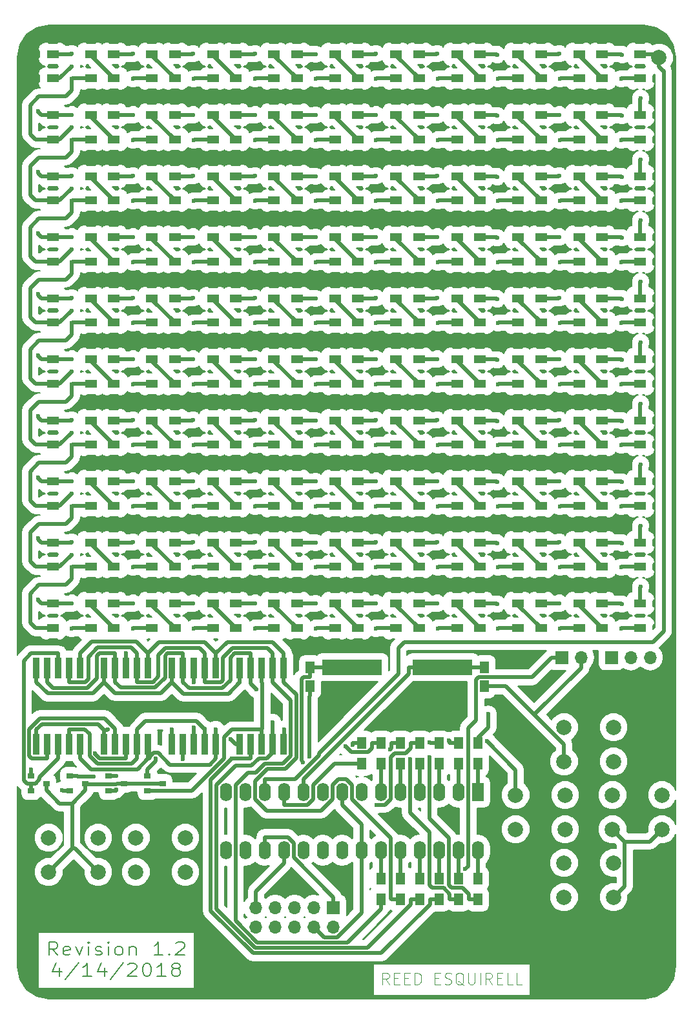
<source format=gbr>
G04 #@! TF.FileFunction,Copper,L1,Top,Signal*
%FSLAX46Y46*%
G04 Gerber Fmt 4.6, Leading zero omitted, Abs format (unit mm)*
G04 Created by KiCad (PCBNEW 4.0.6) date 04/14/18 17:04:59*
%MOMM*%
%LPD*%
G01*
G04 APERTURE LIST*
%ADD10C,0.100000*%
%ADD11C,0.200000*%
%ADD12R,1.600000X1.000000*%
%ADD13R,7.875000X2.000000*%
%ADD14R,1.600000X2.400000*%
%ADD15O,1.600000X2.400000*%
%ADD16R,1.250000X1.500000*%
%ADD17C,1.998980*%
%ADD18R,1.700000X1.700000*%
%ADD19O,1.700000X1.700000*%
%ADD20R,0.900000X0.800000*%
%ADD21R,1.300000X1.500000*%
%ADD22R,0.900000X2.800000*%
%ADD23C,2.000000*%
%ADD24C,0.600000*%
%ADD25C,0.500000*%
G04 APERTURE END LIST*
D10*
X106883428Y-188892571D02*
X106383428Y-188178286D01*
X106026285Y-188892571D02*
X106026285Y-187392571D01*
X106597713Y-187392571D01*
X106740571Y-187464000D01*
X106811999Y-187535429D01*
X106883428Y-187678286D01*
X106883428Y-187892571D01*
X106811999Y-188035429D01*
X106740571Y-188106857D01*
X106597713Y-188178286D01*
X106026285Y-188178286D01*
X107526285Y-188106857D02*
X108026285Y-188106857D01*
X108240571Y-188892571D02*
X107526285Y-188892571D01*
X107526285Y-187392571D01*
X108240571Y-187392571D01*
X108883428Y-188106857D02*
X109383428Y-188106857D01*
X109597714Y-188892571D02*
X108883428Y-188892571D01*
X108883428Y-187392571D01*
X109597714Y-187392571D01*
X110240571Y-188892571D02*
X110240571Y-187392571D01*
X110597714Y-187392571D01*
X110811999Y-187464000D01*
X110954857Y-187606857D01*
X111026285Y-187749714D01*
X111097714Y-188035429D01*
X111097714Y-188249714D01*
X111026285Y-188535429D01*
X110954857Y-188678286D01*
X110811999Y-188821143D01*
X110597714Y-188892571D01*
X110240571Y-188892571D01*
X112883428Y-188106857D02*
X113383428Y-188106857D01*
X113597714Y-188892571D02*
X112883428Y-188892571D01*
X112883428Y-187392571D01*
X113597714Y-187392571D01*
X114169142Y-188821143D02*
X114383428Y-188892571D01*
X114740571Y-188892571D01*
X114883428Y-188821143D01*
X114954857Y-188749714D01*
X115026285Y-188606857D01*
X115026285Y-188464000D01*
X114954857Y-188321143D01*
X114883428Y-188249714D01*
X114740571Y-188178286D01*
X114454857Y-188106857D01*
X114311999Y-188035429D01*
X114240571Y-187964000D01*
X114169142Y-187821143D01*
X114169142Y-187678286D01*
X114240571Y-187535429D01*
X114311999Y-187464000D01*
X114454857Y-187392571D01*
X114811999Y-187392571D01*
X115026285Y-187464000D01*
X116669142Y-189035429D02*
X116526285Y-188964000D01*
X116383428Y-188821143D01*
X116169142Y-188606857D01*
X116026285Y-188535429D01*
X115883428Y-188535429D01*
X115954856Y-188892571D02*
X115811999Y-188821143D01*
X115669142Y-188678286D01*
X115597713Y-188392571D01*
X115597713Y-187892571D01*
X115669142Y-187606857D01*
X115811999Y-187464000D01*
X115954856Y-187392571D01*
X116240570Y-187392571D01*
X116383428Y-187464000D01*
X116526285Y-187606857D01*
X116597713Y-187892571D01*
X116597713Y-188392571D01*
X116526285Y-188678286D01*
X116383428Y-188821143D01*
X116240570Y-188892571D01*
X115954856Y-188892571D01*
X117240571Y-187392571D02*
X117240571Y-188606857D01*
X117311999Y-188749714D01*
X117383428Y-188821143D01*
X117526285Y-188892571D01*
X117811999Y-188892571D01*
X117954857Y-188821143D01*
X118026285Y-188749714D01*
X118097714Y-188606857D01*
X118097714Y-187392571D01*
X118812000Y-188892571D02*
X118812000Y-187392571D01*
X120383429Y-188892571D02*
X119883429Y-188178286D01*
X119526286Y-188892571D02*
X119526286Y-187392571D01*
X120097714Y-187392571D01*
X120240572Y-187464000D01*
X120312000Y-187535429D01*
X120383429Y-187678286D01*
X120383429Y-187892571D01*
X120312000Y-188035429D01*
X120240572Y-188106857D01*
X120097714Y-188178286D01*
X119526286Y-188178286D01*
X121026286Y-188106857D02*
X121526286Y-188106857D01*
X121740572Y-188892571D02*
X121026286Y-188892571D01*
X121026286Y-187392571D01*
X121740572Y-187392571D01*
X123097715Y-188892571D02*
X122383429Y-188892571D01*
X122383429Y-187392571D01*
X124312001Y-188892571D02*
X123597715Y-188892571D01*
X123597715Y-187392571D01*
D11*
X63405714Y-185068048D02*
X62739047Y-184258524D01*
X62262856Y-185068048D02*
X62262856Y-183368048D01*
X63024761Y-183368048D01*
X63215237Y-183449000D01*
X63310476Y-183529952D01*
X63405714Y-183691857D01*
X63405714Y-183934714D01*
X63310476Y-184096619D01*
X63215237Y-184177571D01*
X63024761Y-184258524D01*
X62262856Y-184258524D01*
X65024761Y-184987095D02*
X64834285Y-185068048D01*
X64453333Y-185068048D01*
X64262856Y-184987095D01*
X64167618Y-184825190D01*
X64167618Y-184177571D01*
X64262856Y-184015667D01*
X64453333Y-183934714D01*
X64834285Y-183934714D01*
X65024761Y-184015667D01*
X65119999Y-184177571D01*
X65119999Y-184339476D01*
X64167618Y-184501381D01*
X65786666Y-183934714D02*
X66262857Y-185068048D01*
X66739047Y-183934714D01*
X67500952Y-185068048D02*
X67500952Y-183934714D01*
X67500952Y-183368048D02*
X67405714Y-183449000D01*
X67500952Y-183529952D01*
X67596191Y-183449000D01*
X67500952Y-183368048D01*
X67500952Y-183529952D01*
X68358095Y-184987095D02*
X68548572Y-185068048D01*
X68929524Y-185068048D01*
X69120000Y-184987095D01*
X69215238Y-184825190D01*
X69215238Y-184744238D01*
X69120000Y-184582333D01*
X68929524Y-184501381D01*
X68643810Y-184501381D01*
X68453333Y-184420429D01*
X68358095Y-184258524D01*
X68358095Y-184177571D01*
X68453333Y-184015667D01*
X68643810Y-183934714D01*
X68929524Y-183934714D01*
X69120000Y-184015667D01*
X70072381Y-185068048D02*
X70072381Y-183934714D01*
X70072381Y-183368048D02*
X69977143Y-183449000D01*
X70072381Y-183529952D01*
X70167620Y-183449000D01*
X70072381Y-183368048D01*
X70072381Y-183529952D01*
X71310477Y-185068048D02*
X71120001Y-184987095D01*
X71024762Y-184906143D01*
X70929524Y-184744238D01*
X70929524Y-184258524D01*
X71024762Y-184096619D01*
X71120001Y-184015667D01*
X71310477Y-183934714D01*
X71596191Y-183934714D01*
X71786667Y-184015667D01*
X71881905Y-184096619D01*
X71977143Y-184258524D01*
X71977143Y-184744238D01*
X71881905Y-184906143D01*
X71786667Y-184987095D01*
X71596191Y-185068048D01*
X71310477Y-185068048D01*
X72834286Y-183934714D02*
X72834286Y-185068048D01*
X72834286Y-184096619D02*
X72929525Y-184015667D01*
X73120001Y-183934714D01*
X73405715Y-183934714D01*
X73596191Y-184015667D01*
X73691429Y-184177571D01*
X73691429Y-185068048D01*
X77215240Y-185068048D02*
X76072382Y-185068048D01*
X76643811Y-185068048D02*
X76643811Y-183368048D01*
X76453335Y-183610905D01*
X76262859Y-183772810D01*
X76072382Y-183853762D01*
X78072382Y-184906143D02*
X78167621Y-184987095D01*
X78072382Y-185068048D01*
X77977144Y-184987095D01*
X78072382Y-184906143D01*
X78072382Y-185068048D01*
X78929525Y-183529952D02*
X79024763Y-183449000D01*
X79215240Y-183368048D01*
X79691430Y-183368048D01*
X79881906Y-183449000D01*
X79977144Y-183529952D01*
X80072383Y-183691857D01*
X80072383Y-183853762D01*
X79977144Y-184096619D01*
X78834287Y-185068048D01*
X80072383Y-185068048D01*
X63691428Y-186684714D02*
X63691428Y-187818048D01*
X63215238Y-186037095D02*
X62739047Y-187251381D01*
X63977143Y-187251381D01*
X66167619Y-186037095D02*
X64453333Y-188222810D01*
X67881905Y-187818048D02*
X66739047Y-187818048D01*
X67310476Y-187818048D02*
X67310476Y-186118048D01*
X67120000Y-186360905D01*
X66929524Y-186522810D01*
X66739047Y-186603762D01*
X69596190Y-186684714D02*
X69596190Y-187818048D01*
X69120000Y-186037095D02*
X68643809Y-187251381D01*
X69881905Y-187251381D01*
X72072381Y-186037095D02*
X70358095Y-188222810D01*
X72643809Y-186279952D02*
X72739047Y-186199000D01*
X72929524Y-186118048D01*
X73405714Y-186118048D01*
X73596190Y-186199000D01*
X73691428Y-186279952D01*
X73786667Y-186441857D01*
X73786667Y-186603762D01*
X73691428Y-186846619D01*
X72548571Y-187818048D01*
X73786667Y-187818048D01*
X75024762Y-186118048D02*
X75215238Y-186118048D01*
X75405714Y-186199000D01*
X75500952Y-186279952D01*
X75596190Y-186441857D01*
X75691429Y-186765667D01*
X75691429Y-187170429D01*
X75596190Y-187494238D01*
X75500952Y-187656143D01*
X75405714Y-187737095D01*
X75215238Y-187818048D01*
X75024762Y-187818048D01*
X74834286Y-187737095D01*
X74739048Y-187656143D01*
X74643809Y-187494238D01*
X74548571Y-187170429D01*
X74548571Y-186765667D01*
X74643809Y-186441857D01*
X74739048Y-186279952D01*
X74834286Y-186199000D01*
X75024762Y-186118048D01*
X77596191Y-187818048D02*
X76453333Y-187818048D01*
X77024762Y-187818048D02*
X77024762Y-186118048D01*
X76834286Y-186360905D01*
X76643810Y-186522810D01*
X76453333Y-186603762D01*
X78739048Y-186846619D02*
X78548572Y-186765667D01*
X78453333Y-186684714D01*
X78358095Y-186522810D01*
X78358095Y-186441857D01*
X78453333Y-186279952D01*
X78548572Y-186199000D01*
X78739048Y-186118048D01*
X79120000Y-186118048D01*
X79310476Y-186199000D01*
X79405714Y-186279952D01*
X79500953Y-186441857D01*
X79500953Y-186522810D01*
X79405714Y-186684714D01*
X79310476Y-186765667D01*
X79120000Y-186846619D01*
X78739048Y-186846619D01*
X78548572Y-186927571D01*
X78453333Y-187008524D01*
X78358095Y-187170429D01*
X78358095Y-187494238D01*
X78453333Y-187656143D01*
X78548572Y-187737095D01*
X78739048Y-187818048D01*
X79120000Y-187818048D01*
X79310476Y-187737095D01*
X79405714Y-187656143D01*
X79500953Y-187494238D01*
X79500953Y-187170429D01*
X79405714Y-187008524D01*
X79310476Y-186927571D01*
X79120000Y-186846619D01*
D12*
X139778000Y-142180000D03*
X139778000Y-138980000D03*
X134778000Y-142180000D03*
X134778000Y-138980000D03*
X131778000Y-142180000D03*
X131778000Y-138980000D03*
X126778000Y-142180000D03*
X126778000Y-138980000D03*
X123778000Y-142180000D03*
X123778000Y-138980000D03*
X118778000Y-142180000D03*
X118778000Y-138980000D03*
X115778000Y-142180000D03*
X115778000Y-138980000D03*
X110778000Y-142180000D03*
X110778000Y-138980000D03*
X107778000Y-142180000D03*
X107778000Y-138980000D03*
X102778000Y-142180000D03*
X102778000Y-138980000D03*
X99778000Y-142180000D03*
X99778000Y-138980000D03*
X94778000Y-142180000D03*
X94778000Y-138980000D03*
X91778000Y-142180000D03*
X91778000Y-138980000D03*
X86778000Y-142180000D03*
X86778000Y-138980000D03*
X83778000Y-142180000D03*
X83778000Y-138980000D03*
X78778000Y-142180000D03*
X78778000Y-138980000D03*
X75778000Y-142180000D03*
X75778000Y-138980000D03*
X70778000Y-142180000D03*
X70778000Y-138980000D03*
X67778000Y-142180000D03*
X67778000Y-138980000D03*
X62778000Y-142180000D03*
X62778000Y-138980000D03*
X139778000Y-134180000D03*
X139778000Y-130980000D03*
X134778000Y-134180000D03*
X134778000Y-130980000D03*
X131778000Y-134180000D03*
X131778000Y-130980000D03*
X126778000Y-134180000D03*
X126778000Y-130980000D03*
X123778000Y-134180000D03*
X123778000Y-130980000D03*
X118778000Y-134180000D03*
X118778000Y-130980000D03*
X115778000Y-134180000D03*
X115778000Y-130980000D03*
X110778000Y-134180000D03*
X110778000Y-130980000D03*
X107778000Y-134180000D03*
X107778000Y-130980000D03*
X102778000Y-134180000D03*
X102778000Y-130980000D03*
X99778000Y-134180000D03*
X99778000Y-130980000D03*
X94778000Y-134180000D03*
X94778000Y-130980000D03*
X91778000Y-134180000D03*
X91778000Y-130980000D03*
X86778000Y-134180000D03*
X86778000Y-130980000D03*
X83778000Y-134180000D03*
X83778000Y-130980000D03*
X78778000Y-134180000D03*
X78778000Y-130980000D03*
X75778000Y-134180000D03*
X75778000Y-130980000D03*
X70778000Y-134180000D03*
X70778000Y-130980000D03*
X67778000Y-134180000D03*
X67778000Y-130980000D03*
X62778000Y-134180000D03*
X62778000Y-130980000D03*
X139778000Y-126180000D03*
X139778000Y-122980000D03*
X134778000Y-126180000D03*
X134778000Y-122980000D03*
X131778000Y-126180000D03*
X131778000Y-122980000D03*
X126778000Y-126180000D03*
X126778000Y-122980000D03*
X123778000Y-126180000D03*
X123778000Y-122980000D03*
X118778000Y-126180000D03*
X118778000Y-122980000D03*
X115778000Y-126180000D03*
X115778000Y-122980000D03*
X110778000Y-126180000D03*
X110778000Y-122980000D03*
X107778000Y-126180000D03*
X107778000Y-122980000D03*
X102778000Y-126180000D03*
X102778000Y-122980000D03*
X99778000Y-126180000D03*
X99778000Y-122980000D03*
X94778000Y-126180000D03*
X94778000Y-122980000D03*
X91778000Y-126180000D03*
X91778000Y-122980000D03*
X86778000Y-126180000D03*
X86778000Y-122980000D03*
X83778000Y-126180000D03*
X83778000Y-122980000D03*
X78778000Y-126180000D03*
X78778000Y-122980000D03*
X75778000Y-126180000D03*
X75778000Y-122980000D03*
X70778000Y-126180000D03*
X70778000Y-122980000D03*
X67778000Y-126180000D03*
X67778000Y-122980000D03*
X62778000Y-126180000D03*
X62778000Y-122980000D03*
X139778000Y-118180000D03*
X139778000Y-114980000D03*
X134778000Y-118180000D03*
X134778000Y-114980000D03*
X131778000Y-118180000D03*
X131778000Y-114980000D03*
X126778000Y-118180000D03*
X126778000Y-114980000D03*
X123778000Y-118180000D03*
X123778000Y-114980000D03*
X118778000Y-118180000D03*
X118778000Y-114980000D03*
X115778000Y-118180000D03*
X115778000Y-114980000D03*
X110778000Y-118180000D03*
X110778000Y-114980000D03*
X107778000Y-118180000D03*
X107778000Y-114980000D03*
X102778000Y-118180000D03*
X102778000Y-114980000D03*
X99778000Y-118180000D03*
X99778000Y-114980000D03*
X94778000Y-118180000D03*
X94778000Y-114980000D03*
X91778000Y-118180000D03*
X91778000Y-114980000D03*
X86778000Y-118180000D03*
X86778000Y-114980000D03*
X83778000Y-118180000D03*
X83778000Y-114980000D03*
X78778000Y-118180000D03*
X78778000Y-114980000D03*
X75778000Y-118180000D03*
X75778000Y-114980000D03*
X70778000Y-118180000D03*
X70778000Y-114980000D03*
X67778000Y-118180000D03*
X67778000Y-114980000D03*
X62778000Y-118180000D03*
X62778000Y-114980000D03*
X139778000Y-110180000D03*
X139778000Y-106980000D03*
X134778000Y-110180000D03*
X134778000Y-106980000D03*
X131778000Y-110180000D03*
X131778000Y-106980000D03*
X126778000Y-110180000D03*
X126778000Y-106980000D03*
X123778000Y-110180000D03*
X123778000Y-106980000D03*
X118778000Y-110180000D03*
X118778000Y-106980000D03*
X115778000Y-110180000D03*
X115778000Y-106980000D03*
X110778000Y-110180000D03*
X110778000Y-106980000D03*
X107778000Y-110180000D03*
X107778000Y-106980000D03*
X102778000Y-110180000D03*
X102778000Y-106980000D03*
X99778000Y-110180000D03*
X99778000Y-106980000D03*
X94778000Y-110180000D03*
X94778000Y-106980000D03*
X91778000Y-110180000D03*
X91778000Y-106980000D03*
X86778000Y-110180000D03*
X86778000Y-106980000D03*
X83778000Y-110180000D03*
X83778000Y-106980000D03*
X78778000Y-110180000D03*
X78778000Y-106980000D03*
X75778000Y-110180000D03*
X75778000Y-106980000D03*
X70778000Y-110180000D03*
X70778000Y-106980000D03*
X67778000Y-110180000D03*
X67778000Y-106980000D03*
X62778000Y-110180000D03*
X62778000Y-106980000D03*
X139778000Y-102180000D03*
X139778000Y-98980000D03*
X134778000Y-102180000D03*
X134778000Y-98980000D03*
X131778000Y-102180000D03*
X131778000Y-98980000D03*
X126778000Y-102180000D03*
X126778000Y-98980000D03*
X123778000Y-102180000D03*
X123778000Y-98980000D03*
X118778000Y-102180000D03*
X118778000Y-98980000D03*
X115778000Y-102180000D03*
X115778000Y-98980000D03*
X110778000Y-102180000D03*
X110778000Y-98980000D03*
X107778000Y-102180000D03*
X107778000Y-98980000D03*
X102778000Y-102180000D03*
X102778000Y-98980000D03*
X99778000Y-102180000D03*
X99778000Y-98980000D03*
X94778000Y-102180000D03*
X94778000Y-98980000D03*
X91778000Y-102180000D03*
X91778000Y-98980000D03*
X86778000Y-102180000D03*
X86778000Y-98980000D03*
X83778000Y-102180000D03*
X83778000Y-98980000D03*
X78778000Y-102180000D03*
X78778000Y-98980000D03*
X75778000Y-102180000D03*
X75778000Y-98980000D03*
X70778000Y-102180000D03*
X70778000Y-98980000D03*
X67778000Y-102180000D03*
X67778000Y-98980000D03*
X62778000Y-102180000D03*
X62778000Y-98980000D03*
X139778000Y-94180000D03*
X139778000Y-90980000D03*
X134778000Y-94180000D03*
X134778000Y-90980000D03*
X131778000Y-94180000D03*
X131778000Y-90980000D03*
X126778000Y-94180000D03*
X126778000Y-90980000D03*
X123778000Y-94180000D03*
X123778000Y-90980000D03*
X118778000Y-94180000D03*
X118778000Y-90980000D03*
X115778000Y-94180000D03*
X115778000Y-90980000D03*
X110778000Y-94180000D03*
X110778000Y-90980000D03*
X107778000Y-94180000D03*
X107778000Y-90980000D03*
X102778000Y-94180000D03*
X102778000Y-90980000D03*
X99778000Y-94180000D03*
X99778000Y-90980000D03*
X94778000Y-94180000D03*
X94778000Y-90980000D03*
X91778000Y-94180000D03*
X91778000Y-90980000D03*
X86778000Y-94180000D03*
X86778000Y-90980000D03*
X83778000Y-94180000D03*
X83778000Y-90980000D03*
X78778000Y-94180000D03*
X78778000Y-90980000D03*
X75778000Y-94180000D03*
X75778000Y-90980000D03*
X70778000Y-94180000D03*
X70778000Y-90980000D03*
X67778000Y-94180000D03*
X67778000Y-90980000D03*
X62778000Y-94180000D03*
X62778000Y-90980000D03*
X139778000Y-86180000D03*
X139778000Y-82980000D03*
X134778000Y-86180000D03*
X134778000Y-82980000D03*
X131778000Y-86180000D03*
X131778000Y-82980000D03*
X126778000Y-86180000D03*
X126778000Y-82980000D03*
X123778000Y-86180000D03*
X123778000Y-82980000D03*
X118778000Y-86180000D03*
X118778000Y-82980000D03*
X115778000Y-86180000D03*
X115778000Y-82980000D03*
X110778000Y-86180000D03*
X110778000Y-82980000D03*
X107778000Y-86180000D03*
X107778000Y-82980000D03*
X102778000Y-86180000D03*
X102778000Y-82980000D03*
X99778000Y-86180000D03*
X99778000Y-82980000D03*
X94778000Y-86180000D03*
X94778000Y-82980000D03*
X91778000Y-86180000D03*
X91778000Y-82980000D03*
X86778000Y-86180000D03*
X86778000Y-82980000D03*
X83778000Y-86180000D03*
X83778000Y-82980000D03*
X78778000Y-86180000D03*
X78778000Y-82980000D03*
X75778000Y-86180000D03*
X75778000Y-82980000D03*
X70778000Y-86180000D03*
X70778000Y-82980000D03*
X67778000Y-86180000D03*
X67778000Y-82980000D03*
X62778000Y-86180000D03*
X62778000Y-82980000D03*
X139778000Y-78180000D03*
X139778000Y-74980000D03*
X134778000Y-78180000D03*
X134778000Y-74980000D03*
X131778000Y-78180000D03*
X131778000Y-74980000D03*
X126778000Y-78180000D03*
X126778000Y-74980000D03*
X123778000Y-78180000D03*
X123778000Y-74980000D03*
X118778000Y-78180000D03*
X118778000Y-74980000D03*
X115778000Y-78180000D03*
X115778000Y-74980000D03*
X110778000Y-78180000D03*
X110778000Y-74980000D03*
X107778000Y-78180000D03*
X107778000Y-74980000D03*
X102778000Y-78180000D03*
X102778000Y-74980000D03*
X99778000Y-78180000D03*
X99778000Y-74980000D03*
X94778000Y-78180000D03*
X94778000Y-74980000D03*
X91778000Y-78180000D03*
X91778000Y-74980000D03*
X86778000Y-78180000D03*
X86778000Y-74980000D03*
X83778000Y-78180000D03*
X83778000Y-74980000D03*
X78778000Y-78180000D03*
X78778000Y-74980000D03*
X75778000Y-78180000D03*
X75778000Y-74980000D03*
X70778000Y-78180000D03*
X70778000Y-74980000D03*
X67778000Y-78180000D03*
X67778000Y-74980000D03*
X62778000Y-78180000D03*
X62778000Y-74980000D03*
X139778000Y-70180000D03*
X139778000Y-66980000D03*
X134778000Y-70180000D03*
X134778000Y-66980000D03*
X131778000Y-70180000D03*
X131778000Y-66980000D03*
X126778000Y-70180000D03*
X126778000Y-66980000D03*
X123778000Y-70180000D03*
X123778000Y-66980000D03*
X118778000Y-70180000D03*
X118778000Y-66980000D03*
X115778000Y-70180000D03*
X115778000Y-66980000D03*
X110778000Y-70180000D03*
X110778000Y-66980000D03*
X107778000Y-70180000D03*
X107778000Y-66980000D03*
X102778000Y-70180000D03*
X102778000Y-66980000D03*
X99778000Y-70180000D03*
X99778000Y-66980000D03*
X94778000Y-70180000D03*
X94778000Y-66980000D03*
X91778000Y-70180000D03*
X91778000Y-66980000D03*
X86778000Y-70180000D03*
X86778000Y-66980000D03*
X83778000Y-70180000D03*
X83778000Y-66980000D03*
X78778000Y-70180000D03*
X78778000Y-66980000D03*
X75778000Y-70180000D03*
X75778000Y-66980000D03*
X70778000Y-70180000D03*
X70778000Y-66980000D03*
D13*
X102012500Y-147320000D03*
X113887500Y-147320000D03*
D14*
X118491000Y-163703000D03*
D15*
X85471000Y-171323000D03*
X115951000Y-163703000D03*
X88011000Y-171323000D03*
X113411000Y-163703000D03*
X90551000Y-171323000D03*
X110871000Y-163703000D03*
X93091000Y-171323000D03*
X108331000Y-163703000D03*
X95631000Y-171323000D03*
X105791000Y-163703000D03*
X98171000Y-171323000D03*
X103251000Y-163703000D03*
X100711000Y-171323000D03*
X100711000Y-163703000D03*
X103251000Y-171323000D03*
X98171000Y-163703000D03*
X105791000Y-171323000D03*
X95631000Y-163703000D03*
X108331000Y-171323000D03*
X93091000Y-163703000D03*
X110871000Y-171323000D03*
X90551000Y-163703000D03*
X113411000Y-171323000D03*
X88011000Y-163703000D03*
X115951000Y-171323000D03*
X85471000Y-163703000D03*
X118491000Y-171323000D03*
D16*
X96520000Y-149840000D03*
X96520000Y-147340000D03*
X119380000Y-149840000D03*
X119380000Y-147340000D03*
D17*
X142240000Y-67437000D03*
D18*
X136017000Y-146050000D03*
D19*
X138557000Y-146050000D03*
X141097000Y-146050000D03*
D20*
X59960000Y-161610000D03*
X59960000Y-163510000D03*
X61960000Y-162560000D03*
X65040000Y-161610000D03*
X65040000Y-163510000D03*
X67040000Y-162560000D03*
X70120000Y-161610000D03*
X70120000Y-163510000D03*
X72120000Y-162560000D03*
X75200000Y-161610000D03*
X75200000Y-163510000D03*
X77200000Y-162560000D03*
D21*
X105791000Y-177753000D03*
X105791000Y-175053000D03*
X108331000Y-177753000D03*
X108331000Y-175053000D03*
X110871000Y-177753000D03*
X110871000Y-175053000D03*
X113411000Y-177753000D03*
X113411000Y-175053000D03*
X115951000Y-177753000D03*
X115951000Y-175053000D03*
X118491000Y-177753000D03*
X118491000Y-175053000D03*
X115951000Y-157273000D03*
X115951000Y-159973000D03*
X113411000Y-157273000D03*
X113411000Y-159973000D03*
X110871000Y-157273000D03*
X110871000Y-159973000D03*
X108331000Y-157273000D03*
X108331000Y-159973000D03*
X105791000Y-157273000D03*
X105791000Y-159973000D03*
X103251000Y-157273000D03*
X103251000Y-159973000D03*
X118491000Y-157273000D03*
X118491000Y-159973000D03*
D22*
X60620000Y-157400000D03*
X62060000Y-157400000D03*
X63500000Y-157400000D03*
X64940000Y-157400000D03*
X66380000Y-157400000D03*
X66380000Y-147400000D03*
X64940000Y-147400000D03*
X63500000Y-147400000D03*
X62060000Y-147400000D03*
X60620000Y-147400000D03*
X69510000Y-157400000D03*
X70950000Y-157400000D03*
X72390000Y-157400000D03*
X73830000Y-157400000D03*
X75270000Y-157400000D03*
X75270000Y-147400000D03*
X73830000Y-147400000D03*
X72390000Y-147400000D03*
X70950000Y-147400000D03*
X69510000Y-147400000D03*
X78400000Y-157400000D03*
X79840000Y-157400000D03*
X81280000Y-157400000D03*
X82720000Y-157400000D03*
X84160000Y-157400000D03*
X84160000Y-147400000D03*
X82720000Y-147400000D03*
X81280000Y-147400000D03*
X79840000Y-147400000D03*
X78400000Y-147400000D03*
X87290000Y-157400000D03*
X88730000Y-157400000D03*
X90170000Y-157400000D03*
X91610000Y-157400000D03*
X93050000Y-157400000D03*
X93050000Y-147400000D03*
X91610000Y-147400000D03*
X90170000Y-147400000D03*
X88730000Y-147400000D03*
X87290000Y-147400000D03*
D23*
X123444000Y-168584000D03*
X123444000Y-164084000D03*
X129944000Y-168584000D03*
X129944000Y-164084000D03*
X136144000Y-168584000D03*
X136144000Y-164084000D03*
X142644000Y-168584000D03*
X142644000Y-164084000D03*
X129794000Y-159694000D03*
X129794000Y-155194000D03*
X136294000Y-159694000D03*
X136294000Y-155194000D03*
X129794000Y-177474000D03*
X129794000Y-172974000D03*
X136294000Y-177474000D03*
X136294000Y-172974000D03*
X62230000Y-174172000D03*
X62230000Y-169672000D03*
X68730000Y-174172000D03*
X68730000Y-169672000D03*
X73660000Y-174172000D03*
X73660000Y-169672000D03*
X80160000Y-174172000D03*
X80160000Y-169672000D03*
D18*
X129540000Y-146050000D03*
D19*
X132080000Y-146050000D03*
D18*
X99568000Y-178816000D03*
D19*
X99568000Y-181356000D03*
X97028000Y-178816000D03*
X97028000Y-181356000D03*
X94488000Y-178816000D03*
X94488000Y-181356000D03*
X91948000Y-178816000D03*
X91948000Y-181356000D03*
X89408000Y-178816000D03*
X89408000Y-181356000D03*
D12*
X67778000Y-70180000D03*
X67778000Y-66980000D03*
X62778000Y-70180000D03*
X62778000Y-66980000D03*
D24*
X60833000Y-138430000D03*
X139827000Y-136779000D03*
X65278000Y-132588000D03*
X65278000Y-134239000D03*
X73279000Y-134239000D03*
X81280000Y-134239000D03*
X89281000Y-134239000D03*
X97282000Y-134239000D03*
X105156000Y-134239000D03*
X113284000Y-134239000D03*
X121158000Y-134239000D03*
X129286000Y-134239000D03*
X137287000Y-134239000D03*
X65278000Y-130937000D03*
X73279000Y-130937000D03*
X81153000Y-130937000D03*
X89281000Y-130937000D03*
X97231000Y-130988000D03*
X105156000Y-130937000D03*
X113157000Y-130937000D03*
X121031000Y-131064000D03*
X129159000Y-130937000D03*
X137414000Y-131064000D03*
X60833000Y-130429000D03*
X139827000Y-128778000D03*
X65278000Y-124587000D03*
X65278000Y-126238000D03*
X73279000Y-126238000D03*
X81280000Y-126238000D03*
X89281000Y-126238000D03*
X97282000Y-126238000D03*
X105156000Y-126238000D03*
X113284000Y-126238000D03*
X121158000Y-126238000D03*
X129286000Y-126238000D03*
X137287000Y-126238000D03*
X65278000Y-122936000D03*
X73279000Y-122936000D03*
X81153000Y-122936000D03*
X89281000Y-122936000D03*
X97231000Y-122987000D03*
X105156000Y-122936000D03*
X113157000Y-122936000D03*
X121031000Y-123063000D03*
X129159000Y-122936000D03*
X137414000Y-123063000D03*
X60833000Y-122428000D03*
X139827000Y-120777000D03*
X65278000Y-116586000D03*
X65278000Y-118237000D03*
X73279000Y-118237000D03*
X81280000Y-118237000D03*
X89281000Y-118237000D03*
X97282000Y-118237000D03*
X105156000Y-118237000D03*
X113284000Y-118237000D03*
X121158000Y-118237000D03*
X129286000Y-118237000D03*
X137287000Y-118237000D03*
X65278000Y-114935000D03*
X73279000Y-114935000D03*
X81153000Y-114935000D03*
X89281000Y-114935000D03*
X97231000Y-114986000D03*
X105156000Y-114935000D03*
X113157000Y-114935000D03*
X121031000Y-115062000D03*
X129159000Y-114935000D03*
X137414000Y-115062000D03*
X60833000Y-114427000D03*
X139827000Y-112776000D03*
X65278000Y-108585000D03*
X65278000Y-110236000D03*
X73279000Y-110236000D03*
X81280000Y-110236000D03*
X89281000Y-110236000D03*
X97282000Y-110236000D03*
X105156000Y-110236000D03*
X113284000Y-110236000D03*
X121158000Y-110236000D03*
X129286000Y-110236000D03*
X137287000Y-110236000D03*
X65278000Y-106934000D03*
X73279000Y-106934000D03*
X81153000Y-106934000D03*
X89281000Y-106934000D03*
X97231000Y-106985000D03*
X105156000Y-106934000D03*
X113157000Y-106934000D03*
X121031000Y-107061000D03*
X129159000Y-106934000D03*
X137414000Y-107061000D03*
X60833000Y-106426000D03*
X139827000Y-104775000D03*
X65278000Y-100584000D03*
X65278000Y-102235000D03*
X73279000Y-102235000D03*
X81280000Y-102235000D03*
X89281000Y-102235000D03*
X97282000Y-102235000D03*
X105156000Y-102235000D03*
X113284000Y-102235000D03*
X121158000Y-102235000D03*
X129286000Y-102235000D03*
X137287000Y-102235000D03*
X65278000Y-98933000D03*
X73279000Y-98933000D03*
X81153000Y-98933000D03*
X89281000Y-98933000D03*
X97231000Y-98984000D03*
X105156000Y-98933000D03*
X113157000Y-98933000D03*
X121031000Y-99060000D03*
X129159000Y-98933000D03*
X137414000Y-99060000D03*
X60833000Y-98425000D03*
X139827000Y-96774000D03*
X65278000Y-92583000D03*
X65278000Y-94234000D03*
X73279000Y-94234000D03*
X81280000Y-94234000D03*
X89281000Y-94234000D03*
X97282000Y-94234000D03*
X105156000Y-94234000D03*
X113284000Y-94234000D03*
X121158000Y-94234000D03*
X129286000Y-94234000D03*
X137287000Y-94234000D03*
X65278000Y-90932000D03*
X73279000Y-90932000D03*
X81153000Y-90932000D03*
X89281000Y-90932000D03*
X97231000Y-90983000D03*
X105156000Y-90932000D03*
X113157000Y-90932000D03*
X121031000Y-91059000D03*
X129159000Y-90932000D03*
X137414000Y-91059000D03*
X60833000Y-90424000D03*
X139827000Y-88773000D03*
X65278000Y-84582000D03*
X65278000Y-86233000D03*
X73279000Y-86233000D03*
X81280000Y-86233000D03*
X89281000Y-86233000D03*
X97282000Y-86233000D03*
X105156000Y-86233000D03*
X113284000Y-86233000D03*
X121158000Y-86233000D03*
X129286000Y-86233000D03*
X137287000Y-86233000D03*
X65278000Y-82931000D03*
X73279000Y-82931000D03*
X81153000Y-82931000D03*
X89281000Y-82931000D03*
X97231000Y-82982000D03*
X105156000Y-82931000D03*
X113157000Y-82931000D03*
X121031000Y-83058000D03*
X129159000Y-82931000D03*
X137414000Y-83058000D03*
X60833000Y-82423000D03*
X139827000Y-80772000D03*
X65278000Y-76581000D03*
X65278000Y-78232000D03*
X73279000Y-78232000D03*
X81280000Y-78232000D03*
X89281000Y-78232000D03*
X97282000Y-78232000D03*
X105156000Y-78232000D03*
X113284000Y-78232000D03*
X121158000Y-78232000D03*
X129286000Y-78232000D03*
X137287000Y-78232000D03*
X65278000Y-74930000D03*
X73279000Y-74930000D03*
X81153000Y-74930000D03*
X89281000Y-74930000D03*
X97231000Y-74981000D03*
X105156000Y-74930000D03*
X113157000Y-74930000D03*
X121031000Y-75057000D03*
X129159000Y-74930000D03*
X137414000Y-75057000D03*
X137414000Y-139065000D03*
X129159000Y-138938000D03*
X121031000Y-139065000D03*
X113157000Y-138938000D03*
X105156000Y-138938000D03*
X97231000Y-138989000D03*
X89281000Y-138938000D03*
X81153000Y-138938000D03*
X73279000Y-138938000D03*
X65278000Y-138938000D03*
X137287000Y-142240000D03*
X129286000Y-142240000D03*
X121158000Y-142240000D03*
X113284000Y-142240000D03*
X105156000Y-142240000D03*
X97282000Y-142240000D03*
X89281000Y-142240000D03*
X81280000Y-142240000D03*
X73279000Y-142240000D03*
X65278000Y-142240000D03*
X60833000Y-74422000D03*
X139827000Y-72771000D03*
X65278000Y-68580000D03*
X65278000Y-70231000D03*
X73279000Y-70231000D03*
X81280000Y-70231000D03*
X89281000Y-70231000D03*
X97282000Y-70231000D03*
X105156000Y-70231000D03*
X113284000Y-70231000D03*
X121158000Y-70231000D03*
X129286000Y-70231000D03*
X137287000Y-70231000D03*
X65278000Y-66929000D03*
X73279000Y-66929000D03*
X81153000Y-66929000D03*
X89281000Y-66929000D03*
X97231000Y-66980000D03*
X105156000Y-66929000D03*
X113157000Y-66929000D03*
X121031000Y-67056000D03*
X129159000Y-66929000D03*
X137414000Y-67056000D03*
X95608500Y-159793800D03*
X119888000Y-153416000D03*
X116843100Y-173790800D03*
X96441200Y-159047400D03*
X119702200Y-157046700D03*
X105199200Y-165353400D03*
X59960000Y-160709400D03*
X107006000Y-158091400D03*
X68167800Y-161630300D03*
X68338900Y-158585300D03*
X72390000Y-145499600D03*
X63967800Y-163460000D03*
X101139300Y-157682600D03*
X71070300Y-161609700D03*
X71120000Y-163389200D03*
X81280000Y-155187600D03*
X81280000Y-149301200D03*
X102058300Y-157537800D03*
X76290900Y-159307900D03*
X91610000Y-154548900D03*
X82720000Y-155427400D03*
X79813600Y-159363700D03*
X70950000Y-155463700D03*
X86282000Y-159300000D03*
X78400000Y-155499600D03*
X69958600Y-155486900D03*
X86114900Y-156745700D03*
X109601000Y-159385600D03*
X89453200Y-150218100D03*
X112141000Y-159132000D03*
X87290000Y-149331300D03*
X114741000Y-156897300D03*
X93076900Y-155447400D03*
X112199800Y-157192500D03*
X84160000Y-155458700D03*
D25*
X62778000Y-138988000D02*
X61264000Y-138988000D01*
X60833000Y-138557000D02*
X60833000Y-138430000D01*
X61264000Y-138988000D02*
X60833000Y-138557000D01*
X65278000Y-134239000D02*
X65278000Y-135763000D01*
X60527000Y-142188000D02*
X62778000Y-142188000D01*
X59817000Y-141478000D02*
X60527000Y-142188000D01*
X59817000Y-137668000D02*
X59817000Y-141478000D01*
X60960000Y-136525000D02*
X59817000Y-137668000D01*
X64516000Y-136525000D02*
X60960000Y-136525000D01*
X65278000Y-135763000D02*
X64516000Y-136525000D01*
X62778000Y-134188000D02*
X63678000Y-134188000D01*
X139778000Y-136828000D02*
X139778000Y-138988000D01*
X139827000Y-136779000D02*
X139778000Y-136828000D01*
X63678000Y-134188000D02*
X65278000Y-132588000D01*
X67778000Y-134188000D02*
X65329000Y-134188000D01*
X65329000Y-134188000D02*
X65278000Y-134239000D01*
X75778000Y-134188000D02*
X73330000Y-134188000D01*
X73330000Y-134188000D02*
X73279000Y-134239000D01*
X83778000Y-134188000D02*
X81331000Y-134188000D01*
X81331000Y-134188000D02*
X81280000Y-134239000D01*
X91778000Y-134188000D02*
X89332000Y-134188000D01*
X89332000Y-134188000D02*
X89281000Y-134239000D01*
X99778000Y-134188000D02*
X97333000Y-134188000D01*
X97333000Y-134188000D02*
X97282000Y-134239000D01*
X107778000Y-134188000D02*
X105207000Y-134188000D01*
X105207000Y-134188000D02*
X105156000Y-134239000D01*
X115778000Y-134188000D02*
X113335000Y-134188000D01*
X113335000Y-134188000D02*
X113284000Y-134239000D01*
X123778000Y-134188000D02*
X121209000Y-134188000D01*
X121209000Y-134188000D02*
X121158000Y-134239000D01*
X131778000Y-134188000D02*
X129337000Y-134188000D01*
X129337000Y-134188000D02*
X129286000Y-134239000D01*
X137338000Y-134188000D02*
X139778000Y-134188000D01*
X137287000Y-134239000D02*
X137338000Y-134188000D01*
X62778000Y-130988000D02*
X65227000Y-130988000D01*
X65227000Y-130988000D02*
X65278000Y-130937000D01*
X70778000Y-130988000D02*
X73228000Y-130988000D01*
X73228000Y-130988000D02*
X73279000Y-130937000D01*
X78778000Y-130988000D02*
X81102000Y-130988000D01*
X81102000Y-130988000D02*
X81153000Y-130937000D01*
X86778000Y-130988000D02*
X89230000Y-130988000D01*
X89230000Y-130988000D02*
X89281000Y-130937000D01*
X94778000Y-130988000D02*
X97231000Y-130988000D01*
X102778000Y-130988000D02*
X105105000Y-130988000D01*
X105105000Y-130988000D02*
X105156000Y-130937000D01*
X110778000Y-130988000D02*
X113106000Y-130988000D01*
X113106000Y-130988000D02*
X113157000Y-130937000D01*
X118778000Y-130988000D02*
X120955000Y-130988000D01*
X120955000Y-130988000D02*
X121031000Y-131064000D01*
X126778000Y-130988000D02*
X129108000Y-130988000D01*
X129108000Y-130988000D02*
X129159000Y-130937000D01*
X134778000Y-130988000D02*
X137338000Y-130988000D01*
X137338000Y-130988000D02*
X137414000Y-131064000D01*
X67778000Y-130988000D02*
X67778000Y-131188000D01*
X67778000Y-131188000D02*
X70778000Y-134188000D01*
X75778000Y-130988000D02*
X75778000Y-131188000D01*
X75778000Y-131188000D02*
X78778000Y-134188000D01*
X83778000Y-130988000D02*
X83778000Y-131188000D01*
X83778000Y-131188000D02*
X86778000Y-134188000D01*
X91778000Y-130988000D02*
X91778000Y-131188000D01*
X91778000Y-131188000D02*
X94778000Y-134188000D01*
X99778000Y-130988000D02*
X99778000Y-131188000D01*
X99778000Y-131188000D02*
X102778000Y-134188000D01*
X107778000Y-130988000D02*
X107778000Y-131188000D01*
X107778000Y-131188000D02*
X110778000Y-134188000D01*
X115778000Y-130988000D02*
X115778000Y-131188000D01*
X115778000Y-131188000D02*
X118778000Y-134188000D01*
X123778000Y-130988000D02*
X123778000Y-131188000D01*
X123778000Y-131188000D02*
X126778000Y-134188000D01*
X131778000Y-130988000D02*
X131778000Y-131188000D01*
X131778000Y-131188000D02*
X134778000Y-134188000D01*
X62778000Y-130987000D02*
X61264000Y-130987000D01*
X60833000Y-130556000D02*
X60833000Y-130429000D01*
X61264000Y-130987000D02*
X60833000Y-130556000D01*
X65278000Y-126238000D02*
X65278000Y-127762000D01*
X60527000Y-134187000D02*
X62778000Y-134187000D01*
X59817000Y-133477000D02*
X60527000Y-134187000D01*
X59817000Y-129667000D02*
X59817000Y-133477000D01*
X60960000Y-128524000D02*
X59817000Y-129667000D01*
X64516000Y-128524000D02*
X60960000Y-128524000D01*
X65278000Y-127762000D02*
X64516000Y-128524000D01*
X62778000Y-126187000D02*
X63678000Y-126187000D01*
X139778000Y-128827000D02*
X139778000Y-130987000D01*
X139827000Y-128778000D02*
X139778000Y-128827000D01*
X63678000Y-126187000D02*
X65278000Y-124587000D01*
X67778000Y-126187000D02*
X65329000Y-126187000D01*
X65329000Y-126187000D02*
X65278000Y-126238000D01*
X75778000Y-126187000D02*
X73330000Y-126187000D01*
X73330000Y-126187000D02*
X73279000Y-126238000D01*
X83778000Y-126187000D02*
X81331000Y-126187000D01*
X81331000Y-126187000D02*
X81280000Y-126238000D01*
X91778000Y-126187000D02*
X89332000Y-126187000D01*
X89332000Y-126187000D02*
X89281000Y-126238000D01*
X99778000Y-126187000D02*
X97333000Y-126187000D01*
X97333000Y-126187000D02*
X97282000Y-126238000D01*
X107778000Y-126187000D02*
X105207000Y-126187000D01*
X105207000Y-126187000D02*
X105156000Y-126238000D01*
X115778000Y-126187000D02*
X113335000Y-126187000D01*
X113335000Y-126187000D02*
X113284000Y-126238000D01*
X123778000Y-126187000D02*
X121209000Y-126187000D01*
X121209000Y-126187000D02*
X121158000Y-126238000D01*
X131778000Y-126187000D02*
X129337000Y-126187000D01*
X129337000Y-126187000D02*
X129286000Y-126238000D01*
X137338000Y-126187000D02*
X139778000Y-126187000D01*
X137287000Y-126238000D02*
X137338000Y-126187000D01*
X62778000Y-122987000D02*
X65227000Y-122987000D01*
X65227000Y-122987000D02*
X65278000Y-122936000D01*
X70778000Y-122987000D02*
X73228000Y-122987000D01*
X73228000Y-122987000D02*
X73279000Y-122936000D01*
X78778000Y-122987000D02*
X81102000Y-122987000D01*
X81102000Y-122987000D02*
X81153000Y-122936000D01*
X86778000Y-122987000D02*
X89230000Y-122987000D01*
X89230000Y-122987000D02*
X89281000Y-122936000D01*
X94778000Y-122987000D02*
X97231000Y-122987000D01*
X102778000Y-122987000D02*
X105105000Y-122987000D01*
X105105000Y-122987000D02*
X105156000Y-122936000D01*
X110778000Y-122987000D02*
X113106000Y-122987000D01*
X113106000Y-122987000D02*
X113157000Y-122936000D01*
X118778000Y-122987000D02*
X120955000Y-122987000D01*
X120955000Y-122987000D02*
X121031000Y-123063000D01*
X126778000Y-122987000D02*
X129108000Y-122987000D01*
X129108000Y-122987000D02*
X129159000Y-122936000D01*
X134778000Y-122987000D02*
X137338000Y-122987000D01*
X137338000Y-122987000D02*
X137414000Y-123063000D01*
X67778000Y-122987000D02*
X67778000Y-123187000D01*
X67778000Y-123187000D02*
X70778000Y-126187000D01*
X75778000Y-122987000D02*
X75778000Y-123187000D01*
X75778000Y-123187000D02*
X78778000Y-126187000D01*
X83778000Y-122987000D02*
X83778000Y-123187000D01*
X83778000Y-123187000D02*
X86778000Y-126187000D01*
X91778000Y-122987000D02*
X91778000Y-123187000D01*
X91778000Y-123187000D02*
X94778000Y-126187000D01*
X99778000Y-122987000D02*
X99778000Y-123187000D01*
X99778000Y-123187000D02*
X102778000Y-126187000D01*
X107778000Y-122987000D02*
X107778000Y-123187000D01*
X107778000Y-123187000D02*
X110778000Y-126187000D01*
X115778000Y-122987000D02*
X115778000Y-123187000D01*
X115778000Y-123187000D02*
X118778000Y-126187000D01*
X123778000Y-122987000D02*
X123778000Y-123187000D01*
X123778000Y-123187000D02*
X126778000Y-126187000D01*
X131778000Y-122987000D02*
X131778000Y-123187000D01*
X131778000Y-123187000D02*
X134778000Y-126187000D01*
X62778000Y-122986000D02*
X61264000Y-122986000D01*
X60833000Y-122555000D02*
X60833000Y-122428000D01*
X61264000Y-122986000D02*
X60833000Y-122555000D01*
X65278000Y-118237000D02*
X65278000Y-119761000D01*
X60527000Y-126186000D02*
X62778000Y-126186000D01*
X59817000Y-125476000D02*
X60527000Y-126186000D01*
X59817000Y-121666000D02*
X59817000Y-125476000D01*
X60960000Y-120523000D02*
X59817000Y-121666000D01*
X64516000Y-120523000D02*
X60960000Y-120523000D01*
X65278000Y-119761000D02*
X64516000Y-120523000D01*
X62778000Y-118186000D02*
X63678000Y-118186000D01*
X139778000Y-120826000D02*
X139778000Y-122986000D01*
X139827000Y-120777000D02*
X139778000Y-120826000D01*
X63678000Y-118186000D02*
X65278000Y-116586000D01*
X67778000Y-118186000D02*
X65329000Y-118186000D01*
X65329000Y-118186000D02*
X65278000Y-118237000D01*
X75778000Y-118186000D02*
X73330000Y-118186000D01*
X73330000Y-118186000D02*
X73279000Y-118237000D01*
X83778000Y-118186000D02*
X81331000Y-118186000D01*
X81331000Y-118186000D02*
X81280000Y-118237000D01*
X91778000Y-118186000D02*
X89332000Y-118186000D01*
X89332000Y-118186000D02*
X89281000Y-118237000D01*
X99778000Y-118186000D02*
X97333000Y-118186000D01*
X97333000Y-118186000D02*
X97282000Y-118237000D01*
X107778000Y-118186000D02*
X105207000Y-118186000D01*
X105207000Y-118186000D02*
X105156000Y-118237000D01*
X115778000Y-118186000D02*
X113335000Y-118186000D01*
X113335000Y-118186000D02*
X113284000Y-118237000D01*
X123778000Y-118186000D02*
X121209000Y-118186000D01*
X121209000Y-118186000D02*
X121158000Y-118237000D01*
X131778000Y-118186000D02*
X129337000Y-118186000D01*
X129337000Y-118186000D02*
X129286000Y-118237000D01*
X137338000Y-118186000D02*
X139778000Y-118186000D01*
X137287000Y-118237000D02*
X137338000Y-118186000D01*
X62778000Y-114986000D02*
X65227000Y-114986000D01*
X65227000Y-114986000D02*
X65278000Y-114935000D01*
X70778000Y-114986000D02*
X73228000Y-114986000D01*
X73228000Y-114986000D02*
X73279000Y-114935000D01*
X78778000Y-114986000D02*
X81102000Y-114986000D01*
X81102000Y-114986000D02*
X81153000Y-114935000D01*
X86778000Y-114986000D02*
X89230000Y-114986000D01*
X89230000Y-114986000D02*
X89281000Y-114935000D01*
X94778000Y-114986000D02*
X97231000Y-114986000D01*
X102778000Y-114986000D02*
X105105000Y-114986000D01*
X105105000Y-114986000D02*
X105156000Y-114935000D01*
X110778000Y-114986000D02*
X113106000Y-114986000D01*
X113106000Y-114986000D02*
X113157000Y-114935000D01*
X118778000Y-114986000D02*
X120955000Y-114986000D01*
X120955000Y-114986000D02*
X121031000Y-115062000D01*
X126778000Y-114986000D02*
X129108000Y-114986000D01*
X129108000Y-114986000D02*
X129159000Y-114935000D01*
X134778000Y-114986000D02*
X137338000Y-114986000D01*
X137338000Y-114986000D02*
X137414000Y-115062000D01*
X67778000Y-114986000D02*
X67778000Y-115186000D01*
X67778000Y-115186000D02*
X70778000Y-118186000D01*
X75778000Y-114986000D02*
X75778000Y-115186000D01*
X75778000Y-115186000D02*
X78778000Y-118186000D01*
X83778000Y-114986000D02*
X83778000Y-115186000D01*
X83778000Y-115186000D02*
X86778000Y-118186000D01*
X91778000Y-114986000D02*
X91778000Y-115186000D01*
X91778000Y-115186000D02*
X94778000Y-118186000D01*
X99778000Y-114986000D02*
X99778000Y-115186000D01*
X99778000Y-115186000D02*
X102778000Y-118186000D01*
X107778000Y-114986000D02*
X107778000Y-115186000D01*
X107778000Y-115186000D02*
X110778000Y-118186000D01*
X115778000Y-114986000D02*
X115778000Y-115186000D01*
X115778000Y-115186000D02*
X118778000Y-118186000D01*
X123778000Y-114986000D02*
X123778000Y-115186000D01*
X123778000Y-115186000D02*
X126778000Y-118186000D01*
X131778000Y-114986000D02*
X131778000Y-115186000D01*
X131778000Y-115186000D02*
X134778000Y-118186000D01*
X62778000Y-114985000D02*
X61264000Y-114985000D01*
X60833000Y-114554000D02*
X60833000Y-114427000D01*
X61264000Y-114985000D02*
X60833000Y-114554000D01*
X65278000Y-110236000D02*
X65278000Y-111760000D01*
X60527000Y-118185000D02*
X62778000Y-118185000D01*
X59817000Y-117475000D02*
X60527000Y-118185000D01*
X59817000Y-113665000D02*
X59817000Y-117475000D01*
X60960000Y-112522000D02*
X59817000Y-113665000D01*
X64516000Y-112522000D02*
X60960000Y-112522000D01*
X65278000Y-111760000D02*
X64516000Y-112522000D01*
X62778000Y-110185000D02*
X63678000Y-110185000D01*
X139778000Y-112825000D02*
X139778000Y-114985000D01*
X139827000Y-112776000D02*
X139778000Y-112825000D01*
X63678000Y-110185000D02*
X65278000Y-108585000D01*
X67778000Y-110185000D02*
X65329000Y-110185000D01*
X65329000Y-110185000D02*
X65278000Y-110236000D01*
X75778000Y-110185000D02*
X73330000Y-110185000D01*
X73330000Y-110185000D02*
X73279000Y-110236000D01*
X83778000Y-110185000D02*
X81331000Y-110185000D01*
X81331000Y-110185000D02*
X81280000Y-110236000D01*
X91778000Y-110185000D02*
X89332000Y-110185000D01*
X89332000Y-110185000D02*
X89281000Y-110236000D01*
X99778000Y-110185000D02*
X97333000Y-110185000D01*
X97333000Y-110185000D02*
X97282000Y-110236000D01*
X107778000Y-110185000D02*
X105207000Y-110185000D01*
X105207000Y-110185000D02*
X105156000Y-110236000D01*
X115778000Y-110185000D02*
X113335000Y-110185000D01*
X113335000Y-110185000D02*
X113284000Y-110236000D01*
X123778000Y-110185000D02*
X121209000Y-110185000D01*
X121209000Y-110185000D02*
X121158000Y-110236000D01*
X131778000Y-110185000D02*
X129337000Y-110185000D01*
X129337000Y-110185000D02*
X129286000Y-110236000D01*
X137338000Y-110185000D02*
X139778000Y-110185000D01*
X137287000Y-110236000D02*
X137338000Y-110185000D01*
X62778000Y-106985000D02*
X65227000Y-106985000D01*
X65227000Y-106985000D02*
X65278000Y-106934000D01*
X70778000Y-106985000D02*
X73228000Y-106985000D01*
X73228000Y-106985000D02*
X73279000Y-106934000D01*
X78778000Y-106985000D02*
X81102000Y-106985000D01*
X81102000Y-106985000D02*
X81153000Y-106934000D01*
X86778000Y-106985000D02*
X89230000Y-106985000D01*
X89230000Y-106985000D02*
X89281000Y-106934000D01*
X94778000Y-106985000D02*
X97231000Y-106985000D01*
X102778000Y-106985000D02*
X105105000Y-106985000D01*
X105105000Y-106985000D02*
X105156000Y-106934000D01*
X110778000Y-106985000D02*
X113106000Y-106985000D01*
X113106000Y-106985000D02*
X113157000Y-106934000D01*
X118778000Y-106985000D02*
X120955000Y-106985000D01*
X120955000Y-106985000D02*
X121031000Y-107061000D01*
X126778000Y-106985000D02*
X129108000Y-106985000D01*
X129108000Y-106985000D02*
X129159000Y-106934000D01*
X134778000Y-106985000D02*
X137338000Y-106985000D01*
X137338000Y-106985000D02*
X137414000Y-107061000D01*
X67778000Y-106985000D02*
X67778000Y-107185000D01*
X67778000Y-107185000D02*
X70778000Y-110185000D01*
X75778000Y-106985000D02*
X75778000Y-107185000D01*
X75778000Y-107185000D02*
X78778000Y-110185000D01*
X83778000Y-106985000D02*
X83778000Y-107185000D01*
X83778000Y-107185000D02*
X86778000Y-110185000D01*
X91778000Y-106985000D02*
X91778000Y-107185000D01*
X91778000Y-107185000D02*
X94778000Y-110185000D01*
X99778000Y-106985000D02*
X99778000Y-107185000D01*
X99778000Y-107185000D02*
X102778000Y-110185000D01*
X107778000Y-106985000D02*
X107778000Y-107185000D01*
X107778000Y-107185000D02*
X110778000Y-110185000D01*
X115778000Y-106985000D02*
X115778000Y-107185000D01*
X115778000Y-107185000D02*
X118778000Y-110185000D01*
X123778000Y-106985000D02*
X123778000Y-107185000D01*
X123778000Y-107185000D02*
X126778000Y-110185000D01*
X131778000Y-106985000D02*
X131778000Y-107185000D01*
X131778000Y-107185000D02*
X134778000Y-110185000D01*
X62778000Y-106984000D02*
X61264000Y-106984000D01*
X60833000Y-106553000D02*
X60833000Y-106426000D01*
X61264000Y-106984000D02*
X60833000Y-106553000D01*
X65278000Y-102235000D02*
X65278000Y-103759000D01*
X60527000Y-110184000D02*
X62778000Y-110184000D01*
X59817000Y-109474000D02*
X60527000Y-110184000D01*
X59817000Y-105664000D02*
X59817000Y-109474000D01*
X60960000Y-104521000D02*
X59817000Y-105664000D01*
X64516000Y-104521000D02*
X60960000Y-104521000D01*
X65278000Y-103759000D02*
X64516000Y-104521000D01*
X62778000Y-102184000D02*
X63678000Y-102184000D01*
X139778000Y-104824000D02*
X139778000Y-106984000D01*
X139827000Y-104775000D02*
X139778000Y-104824000D01*
X63678000Y-102184000D02*
X65278000Y-100584000D01*
X67778000Y-102184000D02*
X65329000Y-102184000D01*
X65329000Y-102184000D02*
X65278000Y-102235000D01*
X75778000Y-102184000D02*
X73330000Y-102184000D01*
X73330000Y-102184000D02*
X73279000Y-102235000D01*
X83778000Y-102184000D02*
X81331000Y-102184000D01*
X81331000Y-102184000D02*
X81280000Y-102235000D01*
X91778000Y-102184000D02*
X89332000Y-102184000D01*
X89332000Y-102184000D02*
X89281000Y-102235000D01*
X99778000Y-102184000D02*
X97333000Y-102184000D01*
X97333000Y-102184000D02*
X97282000Y-102235000D01*
X107778000Y-102184000D02*
X105207000Y-102184000D01*
X105207000Y-102184000D02*
X105156000Y-102235000D01*
X115778000Y-102184000D02*
X113335000Y-102184000D01*
X113335000Y-102184000D02*
X113284000Y-102235000D01*
X123778000Y-102184000D02*
X121209000Y-102184000D01*
X121209000Y-102184000D02*
X121158000Y-102235000D01*
X131778000Y-102184000D02*
X129337000Y-102184000D01*
X129337000Y-102184000D02*
X129286000Y-102235000D01*
X137338000Y-102184000D02*
X139778000Y-102184000D01*
X137287000Y-102235000D02*
X137338000Y-102184000D01*
X62778000Y-98984000D02*
X65227000Y-98984000D01*
X65227000Y-98984000D02*
X65278000Y-98933000D01*
X70778000Y-98984000D02*
X73228000Y-98984000D01*
X73228000Y-98984000D02*
X73279000Y-98933000D01*
X78778000Y-98984000D02*
X81102000Y-98984000D01*
X81102000Y-98984000D02*
X81153000Y-98933000D01*
X86778000Y-98984000D02*
X89230000Y-98984000D01*
X89230000Y-98984000D02*
X89281000Y-98933000D01*
X94778000Y-98984000D02*
X97231000Y-98984000D01*
X102778000Y-98984000D02*
X105105000Y-98984000D01*
X105105000Y-98984000D02*
X105156000Y-98933000D01*
X110778000Y-98984000D02*
X113106000Y-98984000D01*
X113106000Y-98984000D02*
X113157000Y-98933000D01*
X118778000Y-98984000D02*
X120955000Y-98984000D01*
X120955000Y-98984000D02*
X121031000Y-99060000D01*
X126778000Y-98984000D02*
X129108000Y-98984000D01*
X129108000Y-98984000D02*
X129159000Y-98933000D01*
X134778000Y-98984000D02*
X137338000Y-98984000D01*
X137338000Y-98984000D02*
X137414000Y-99060000D01*
X67778000Y-98984000D02*
X67778000Y-99184000D01*
X67778000Y-99184000D02*
X70778000Y-102184000D01*
X75778000Y-98984000D02*
X75778000Y-99184000D01*
X75778000Y-99184000D02*
X78778000Y-102184000D01*
X83778000Y-98984000D02*
X83778000Y-99184000D01*
X83778000Y-99184000D02*
X86778000Y-102184000D01*
X91778000Y-98984000D02*
X91778000Y-99184000D01*
X91778000Y-99184000D02*
X94778000Y-102184000D01*
X99778000Y-98984000D02*
X99778000Y-99184000D01*
X99778000Y-99184000D02*
X102778000Y-102184000D01*
X107778000Y-98984000D02*
X107778000Y-99184000D01*
X107778000Y-99184000D02*
X110778000Y-102184000D01*
X115778000Y-98984000D02*
X115778000Y-99184000D01*
X115778000Y-99184000D02*
X118778000Y-102184000D01*
X123778000Y-98984000D02*
X123778000Y-99184000D01*
X123778000Y-99184000D02*
X126778000Y-102184000D01*
X131778000Y-98984000D02*
X131778000Y-99184000D01*
X131778000Y-99184000D02*
X134778000Y-102184000D01*
X62778000Y-98983000D02*
X61264000Y-98983000D01*
X60833000Y-98552000D02*
X60833000Y-98425000D01*
X61264000Y-98983000D02*
X60833000Y-98552000D01*
X65278000Y-94234000D02*
X65278000Y-95758000D01*
X60527000Y-102183000D02*
X62778000Y-102183000D01*
X59817000Y-101473000D02*
X60527000Y-102183000D01*
X59817000Y-97663000D02*
X59817000Y-101473000D01*
X60960000Y-96520000D02*
X59817000Y-97663000D01*
X64516000Y-96520000D02*
X60960000Y-96520000D01*
X65278000Y-95758000D02*
X64516000Y-96520000D01*
X62778000Y-94183000D02*
X63678000Y-94183000D01*
X139778000Y-96823000D02*
X139778000Y-98983000D01*
X139827000Y-96774000D02*
X139778000Y-96823000D01*
X63678000Y-94183000D02*
X65278000Y-92583000D01*
X67778000Y-94183000D02*
X65329000Y-94183000D01*
X65329000Y-94183000D02*
X65278000Y-94234000D01*
X75778000Y-94183000D02*
X73330000Y-94183000D01*
X73330000Y-94183000D02*
X73279000Y-94234000D01*
X83778000Y-94183000D02*
X81331000Y-94183000D01*
X81331000Y-94183000D02*
X81280000Y-94234000D01*
X91778000Y-94183000D02*
X89332000Y-94183000D01*
X89332000Y-94183000D02*
X89281000Y-94234000D01*
X99778000Y-94183000D02*
X97333000Y-94183000D01*
X97333000Y-94183000D02*
X97282000Y-94234000D01*
X107778000Y-94183000D02*
X105207000Y-94183000D01*
X105207000Y-94183000D02*
X105156000Y-94234000D01*
X115778000Y-94183000D02*
X113335000Y-94183000D01*
X113335000Y-94183000D02*
X113284000Y-94234000D01*
X123778000Y-94183000D02*
X121209000Y-94183000D01*
X121209000Y-94183000D02*
X121158000Y-94234000D01*
X131778000Y-94183000D02*
X129337000Y-94183000D01*
X129337000Y-94183000D02*
X129286000Y-94234000D01*
X137338000Y-94183000D02*
X139778000Y-94183000D01*
X137287000Y-94234000D02*
X137338000Y-94183000D01*
X62778000Y-90983000D02*
X65227000Y-90983000D01*
X65227000Y-90983000D02*
X65278000Y-90932000D01*
X70778000Y-90983000D02*
X73228000Y-90983000D01*
X73228000Y-90983000D02*
X73279000Y-90932000D01*
X78778000Y-90983000D02*
X81102000Y-90983000D01*
X81102000Y-90983000D02*
X81153000Y-90932000D01*
X86778000Y-90983000D02*
X89230000Y-90983000D01*
X89230000Y-90983000D02*
X89281000Y-90932000D01*
X94778000Y-90983000D02*
X97231000Y-90983000D01*
X102778000Y-90983000D02*
X105105000Y-90983000D01*
X105105000Y-90983000D02*
X105156000Y-90932000D01*
X110778000Y-90983000D02*
X113106000Y-90983000D01*
X113106000Y-90983000D02*
X113157000Y-90932000D01*
X118778000Y-90983000D02*
X120955000Y-90983000D01*
X120955000Y-90983000D02*
X121031000Y-91059000D01*
X126778000Y-90983000D02*
X129108000Y-90983000D01*
X129108000Y-90983000D02*
X129159000Y-90932000D01*
X134778000Y-90983000D02*
X137338000Y-90983000D01*
X137338000Y-90983000D02*
X137414000Y-91059000D01*
X67778000Y-90983000D02*
X67778000Y-91183000D01*
X67778000Y-91183000D02*
X70778000Y-94183000D01*
X75778000Y-90983000D02*
X75778000Y-91183000D01*
X75778000Y-91183000D02*
X78778000Y-94183000D01*
X83778000Y-90983000D02*
X83778000Y-91183000D01*
X83778000Y-91183000D02*
X86778000Y-94183000D01*
X91778000Y-90983000D02*
X91778000Y-91183000D01*
X91778000Y-91183000D02*
X94778000Y-94183000D01*
X99778000Y-90983000D02*
X99778000Y-91183000D01*
X99778000Y-91183000D02*
X102778000Y-94183000D01*
X107778000Y-90983000D02*
X107778000Y-91183000D01*
X107778000Y-91183000D02*
X110778000Y-94183000D01*
X115778000Y-90983000D02*
X115778000Y-91183000D01*
X115778000Y-91183000D02*
X118778000Y-94183000D01*
X123778000Y-90983000D02*
X123778000Y-91183000D01*
X123778000Y-91183000D02*
X126778000Y-94183000D01*
X131778000Y-90983000D02*
X131778000Y-91183000D01*
X131778000Y-91183000D02*
X134778000Y-94183000D01*
X62778000Y-90982000D02*
X61264000Y-90982000D01*
X60833000Y-90551000D02*
X60833000Y-90424000D01*
X61264000Y-90982000D02*
X60833000Y-90551000D01*
X65278000Y-86233000D02*
X65278000Y-87757000D01*
X60527000Y-94182000D02*
X62778000Y-94182000D01*
X59817000Y-93472000D02*
X60527000Y-94182000D01*
X59817000Y-89662000D02*
X59817000Y-93472000D01*
X60960000Y-88519000D02*
X59817000Y-89662000D01*
X64516000Y-88519000D02*
X60960000Y-88519000D01*
X65278000Y-87757000D02*
X64516000Y-88519000D01*
X62778000Y-86182000D02*
X63678000Y-86182000D01*
X139778000Y-88822000D02*
X139778000Y-90982000D01*
X139827000Y-88773000D02*
X139778000Y-88822000D01*
X63678000Y-86182000D02*
X65278000Y-84582000D01*
X67778000Y-86182000D02*
X65329000Y-86182000D01*
X65329000Y-86182000D02*
X65278000Y-86233000D01*
X75778000Y-86182000D02*
X73330000Y-86182000D01*
X73330000Y-86182000D02*
X73279000Y-86233000D01*
X83778000Y-86182000D02*
X81331000Y-86182000D01*
X81331000Y-86182000D02*
X81280000Y-86233000D01*
X91778000Y-86182000D02*
X89332000Y-86182000D01*
X89332000Y-86182000D02*
X89281000Y-86233000D01*
X99778000Y-86182000D02*
X97333000Y-86182000D01*
X97333000Y-86182000D02*
X97282000Y-86233000D01*
X107778000Y-86182000D02*
X105207000Y-86182000D01*
X105207000Y-86182000D02*
X105156000Y-86233000D01*
X115778000Y-86182000D02*
X113335000Y-86182000D01*
X113335000Y-86182000D02*
X113284000Y-86233000D01*
X123778000Y-86182000D02*
X121209000Y-86182000D01*
X121209000Y-86182000D02*
X121158000Y-86233000D01*
X131778000Y-86182000D02*
X129337000Y-86182000D01*
X129337000Y-86182000D02*
X129286000Y-86233000D01*
X137338000Y-86182000D02*
X139778000Y-86182000D01*
X137287000Y-86233000D02*
X137338000Y-86182000D01*
X62778000Y-82982000D02*
X65227000Y-82982000D01*
X65227000Y-82982000D02*
X65278000Y-82931000D01*
X70778000Y-82982000D02*
X73228000Y-82982000D01*
X73228000Y-82982000D02*
X73279000Y-82931000D01*
X78778000Y-82982000D02*
X81102000Y-82982000D01*
X81102000Y-82982000D02*
X81153000Y-82931000D01*
X86778000Y-82982000D02*
X89230000Y-82982000D01*
X89230000Y-82982000D02*
X89281000Y-82931000D01*
X94778000Y-82982000D02*
X97231000Y-82982000D01*
X102778000Y-82982000D02*
X105105000Y-82982000D01*
X105105000Y-82982000D02*
X105156000Y-82931000D01*
X110778000Y-82982000D02*
X113106000Y-82982000D01*
X113106000Y-82982000D02*
X113157000Y-82931000D01*
X118778000Y-82982000D02*
X120955000Y-82982000D01*
X120955000Y-82982000D02*
X121031000Y-83058000D01*
X126778000Y-82982000D02*
X129108000Y-82982000D01*
X129108000Y-82982000D02*
X129159000Y-82931000D01*
X134778000Y-82982000D02*
X137338000Y-82982000D01*
X137338000Y-82982000D02*
X137414000Y-83058000D01*
X67778000Y-82982000D02*
X67778000Y-83182000D01*
X67778000Y-83182000D02*
X70778000Y-86182000D01*
X75778000Y-82982000D02*
X75778000Y-83182000D01*
X75778000Y-83182000D02*
X78778000Y-86182000D01*
X83778000Y-82982000D02*
X83778000Y-83182000D01*
X83778000Y-83182000D02*
X86778000Y-86182000D01*
X91778000Y-82982000D02*
X91778000Y-83182000D01*
X91778000Y-83182000D02*
X94778000Y-86182000D01*
X99778000Y-82982000D02*
X99778000Y-83182000D01*
X99778000Y-83182000D02*
X102778000Y-86182000D01*
X107778000Y-82982000D02*
X107778000Y-83182000D01*
X107778000Y-83182000D02*
X110778000Y-86182000D01*
X115778000Y-82982000D02*
X115778000Y-83182000D01*
X115778000Y-83182000D02*
X118778000Y-86182000D01*
X123778000Y-82982000D02*
X123778000Y-83182000D01*
X123778000Y-83182000D02*
X126778000Y-86182000D01*
X131778000Y-82982000D02*
X131778000Y-83182000D01*
X131778000Y-83182000D02*
X134778000Y-86182000D01*
X62778000Y-82981000D02*
X61264000Y-82981000D01*
X60833000Y-82550000D02*
X60833000Y-82423000D01*
X61264000Y-82981000D02*
X60833000Y-82550000D01*
X65278000Y-78232000D02*
X65278000Y-79756000D01*
X60527000Y-86181000D02*
X62778000Y-86181000D01*
X59817000Y-85471000D02*
X60527000Y-86181000D01*
X59817000Y-81661000D02*
X59817000Y-85471000D01*
X60960000Y-80518000D02*
X59817000Y-81661000D01*
X64516000Y-80518000D02*
X60960000Y-80518000D01*
X65278000Y-79756000D02*
X64516000Y-80518000D01*
X62778000Y-78181000D02*
X63678000Y-78181000D01*
X139778000Y-80821000D02*
X139778000Y-82981000D01*
X139827000Y-80772000D02*
X139778000Y-80821000D01*
X63678000Y-78181000D02*
X65278000Y-76581000D01*
X67778000Y-78181000D02*
X65329000Y-78181000D01*
X65329000Y-78181000D02*
X65278000Y-78232000D01*
X75778000Y-78181000D02*
X73330000Y-78181000D01*
X73330000Y-78181000D02*
X73279000Y-78232000D01*
X83778000Y-78181000D02*
X81331000Y-78181000D01*
X81331000Y-78181000D02*
X81280000Y-78232000D01*
X91778000Y-78181000D02*
X89332000Y-78181000D01*
X89332000Y-78181000D02*
X89281000Y-78232000D01*
X99778000Y-78181000D02*
X97333000Y-78181000D01*
X97333000Y-78181000D02*
X97282000Y-78232000D01*
X107778000Y-78181000D02*
X105207000Y-78181000D01*
X105207000Y-78181000D02*
X105156000Y-78232000D01*
X115778000Y-78181000D02*
X113335000Y-78181000D01*
X113335000Y-78181000D02*
X113284000Y-78232000D01*
X123778000Y-78181000D02*
X121209000Y-78181000D01*
X121209000Y-78181000D02*
X121158000Y-78232000D01*
X131778000Y-78181000D02*
X129337000Y-78181000D01*
X129337000Y-78181000D02*
X129286000Y-78232000D01*
X137338000Y-78181000D02*
X139778000Y-78181000D01*
X137287000Y-78232000D02*
X137338000Y-78181000D01*
X62778000Y-74981000D02*
X65227000Y-74981000D01*
X65227000Y-74981000D02*
X65278000Y-74930000D01*
X70778000Y-74981000D02*
X73228000Y-74981000D01*
X73228000Y-74981000D02*
X73279000Y-74930000D01*
X78778000Y-74981000D02*
X81102000Y-74981000D01*
X81102000Y-74981000D02*
X81153000Y-74930000D01*
X86778000Y-74981000D02*
X89230000Y-74981000D01*
X89230000Y-74981000D02*
X89281000Y-74930000D01*
X94778000Y-74981000D02*
X97231000Y-74981000D01*
X102778000Y-74981000D02*
X105105000Y-74981000D01*
X105105000Y-74981000D02*
X105156000Y-74930000D01*
X110778000Y-74981000D02*
X113106000Y-74981000D01*
X113106000Y-74981000D02*
X113157000Y-74930000D01*
X118778000Y-74981000D02*
X120955000Y-74981000D01*
X120955000Y-74981000D02*
X121031000Y-75057000D01*
X126778000Y-74981000D02*
X129108000Y-74981000D01*
X129108000Y-74981000D02*
X129159000Y-74930000D01*
X134778000Y-74981000D02*
X137338000Y-74981000D01*
X137338000Y-74981000D02*
X137414000Y-75057000D01*
X67778000Y-74981000D02*
X67778000Y-75181000D01*
X67778000Y-75181000D02*
X70778000Y-78181000D01*
X75778000Y-74981000D02*
X75778000Y-75181000D01*
X75778000Y-75181000D02*
X78778000Y-78181000D01*
X83778000Y-74981000D02*
X83778000Y-75181000D01*
X83778000Y-75181000D02*
X86778000Y-78181000D01*
X91778000Y-74981000D02*
X91778000Y-75181000D01*
X91778000Y-75181000D02*
X94778000Y-78181000D01*
X99778000Y-74981000D02*
X99778000Y-75181000D01*
X99778000Y-75181000D02*
X102778000Y-78181000D01*
X107778000Y-74981000D02*
X107778000Y-75181000D01*
X107778000Y-75181000D02*
X110778000Y-78181000D01*
X115778000Y-74981000D02*
X115778000Y-75181000D01*
X115778000Y-75181000D02*
X118778000Y-78181000D01*
X123778000Y-74981000D02*
X123778000Y-75181000D01*
X123778000Y-75181000D02*
X126778000Y-78181000D01*
X131778000Y-74981000D02*
X131778000Y-75181000D01*
X131778000Y-75181000D02*
X134778000Y-78181000D01*
X131778000Y-139189000D02*
X134778000Y-142189000D01*
X131778000Y-138989000D02*
X131778000Y-139189000D01*
X123778000Y-139189000D02*
X126778000Y-142189000D01*
X123778000Y-138989000D02*
X123778000Y-139189000D01*
X115778000Y-139189000D02*
X118778000Y-142189000D01*
X115778000Y-138989000D02*
X115778000Y-139189000D01*
X107778000Y-139189000D02*
X110778000Y-142189000D01*
X107778000Y-138989000D02*
X107778000Y-139189000D01*
X99778000Y-139189000D02*
X102778000Y-142189000D01*
X99778000Y-138989000D02*
X99778000Y-139189000D01*
X91778000Y-139189000D02*
X94778000Y-142189000D01*
X91778000Y-138989000D02*
X91778000Y-139189000D01*
X83778000Y-139189000D02*
X86778000Y-142189000D01*
X83778000Y-138989000D02*
X83778000Y-139189000D01*
X75778000Y-139189000D02*
X78778000Y-142189000D01*
X75778000Y-138989000D02*
X75778000Y-139189000D01*
X67778000Y-139189000D02*
X70778000Y-142189000D01*
X67778000Y-138989000D02*
X67778000Y-139189000D01*
X137338000Y-138989000D02*
X137414000Y-139065000D01*
X134778000Y-138989000D02*
X137338000Y-138989000D01*
X129108000Y-138989000D02*
X129159000Y-138938000D01*
X126778000Y-138989000D02*
X129108000Y-138989000D01*
X120955000Y-138989000D02*
X121031000Y-139065000D01*
X118778000Y-138989000D02*
X120955000Y-138989000D01*
X113106000Y-138989000D02*
X113157000Y-138938000D01*
X110778000Y-138989000D02*
X113106000Y-138989000D01*
X105105000Y-138989000D02*
X105156000Y-138938000D01*
X102778000Y-138989000D02*
X105105000Y-138989000D01*
X94778000Y-138989000D02*
X97231000Y-138989000D01*
X89230000Y-138989000D02*
X89281000Y-138938000D01*
X86778000Y-138989000D02*
X89230000Y-138989000D01*
X81102000Y-138989000D02*
X81153000Y-138938000D01*
X78778000Y-138989000D02*
X81102000Y-138989000D01*
X73228000Y-138989000D02*
X73279000Y-138938000D01*
X70778000Y-138989000D02*
X73228000Y-138989000D01*
X65227000Y-138989000D02*
X65278000Y-138938000D01*
X62778000Y-138989000D02*
X65227000Y-138989000D01*
X137287000Y-142240000D02*
X137338000Y-142189000D01*
X137338000Y-142189000D02*
X139778000Y-142189000D01*
X129337000Y-142189000D02*
X129286000Y-142240000D01*
X131778000Y-142189000D02*
X129337000Y-142189000D01*
X121209000Y-142189000D02*
X121158000Y-142240000D01*
X123778000Y-142189000D02*
X121209000Y-142189000D01*
X113335000Y-142189000D02*
X113284000Y-142240000D01*
X115778000Y-142189000D02*
X113335000Y-142189000D01*
X105207000Y-142189000D02*
X105156000Y-142240000D01*
X107778000Y-142189000D02*
X105207000Y-142189000D01*
X97333000Y-142189000D02*
X97282000Y-142240000D01*
X99778000Y-142189000D02*
X97333000Y-142189000D01*
X89332000Y-142189000D02*
X89281000Y-142240000D01*
X91778000Y-142189000D02*
X89332000Y-142189000D01*
X81331000Y-142189000D02*
X81280000Y-142240000D01*
X83778000Y-142189000D02*
X81331000Y-142189000D01*
X73330000Y-142189000D02*
X73279000Y-142240000D01*
X75778000Y-142189000D02*
X73330000Y-142189000D01*
X65329000Y-142189000D02*
X65278000Y-142240000D01*
X67778000Y-142189000D02*
X65329000Y-142189000D01*
X62778000Y-74980000D02*
X61264000Y-74980000D01*
X60833000Y-74549000D02*
X60833000Y-74422000D01*
X61264000Y-74980000D02*
X60833000Y-74549000D01*
X65278000Y-70231000D02*
X65278000Y-71755000D01*
X60527000Y-78180000D02*
X62778000Y-78180000D01*
X59817000Y-77470000D02*
X60527000Y-78180000D01*
X59817000Y-73660000D02*
X59817000Y-77470000D01*
X60960000Y-72517000D02*
X59817000Y-73660000D01*
X64516000Y-72517000D02*
X60960000Y-72517000D01*
X65278000Y-71755000D02*
X64516000Y-72517000D01*
X62778000Y-70180000D02*
X63678000Y-70180000D01*
X139778000Y-72820000D02*
X139778000Y-74980000D01*
X139827000Y-72771000D02*
X139778000Y-72820000D01*
X63678000Y-70180000D02*
X65278000Y-68580000D01*
X67778000Y-70180000D02*
X65329000Y-70180000D01*
X65329000Y-70180000D02*
X65278000Y-70231000D01*
X75778000Y-70180000D02*
X73330000Y-70180000D01*
X73330000Y-70180000D02*
X73279000Y-70231000D01*
X83778000Y-70180000D02*
X81331000Y-70180000D01*
X81331000Y-70180000D02*
X81280000Y-70231000D01*
X91778000Y-70180000D02*
X89332000Y-70180000D01*
X89332000Y-70180000D02*
X89281000Y-70231000D01*
X99778000Y-70180000D02*
X97333000Y-70180000D01*
X97333000Y-70180000D02*
X97282000Y-70231000D01*
X107778000Y-70180000D02*
X105207000Y-70180000D01*
X105207000Y-70180000D02*
X105156000Y-70231000D01*
X115778000Y-70180000D02*
X113335000Y-70180000D01*
X113335000Y-70180000D02*
X113284000Y-70231000D01*
X123778000Y-70180000D02*
X121209000Y-70180000D01*
X121209000Y-70180000D02*
X121158000Y-70231000D01*
X131778000Y-70180000D02*
X129337000Y-70180000D01*
X129337000Y-70180000D02*
X129286000Y-70231000D01*
X137338000Y-70180000D02*
X139778000Y-70180000D01*
X137287000Y-70231000D02*
X137338000Y-70180000D01*
X62778000Y-66980000D02*
X65227000Y-66980000D01*
X65227000Y-66980000D02*
X65278000Y-66929000D01*
X70778000Y-66980000D02*
X73228000Y-66980000D01*
X73228000Y-66980000D02*
X73279000Y-66929000D01*
X78778000Y-66980000D02*
X81102000Y-66980000D01*
X81102000Y-66980000D02*
X81153000Y-66929000D01*
X86778000Y-66980000D02*
X89230000Y-66980000D01*
X89230000Y-66980000D02*
X89281000Y-66929000D01*
X94778000Y-66980000D02*
X97231000Y-66980000D01*
X102778000Y-66980000D02*
X105105000Y-66980000D01*
X105105000Y-66980000D02*
X105156000Y-66929000D01*
X110778000Y-66980000D02*
X113106000Y-66980000D01*
X113106000Y-66980000D02*
X113157000Y-66929000D01*
X118778000Y-66980000D02*
X120955000Y-66980000D01*
X120955000Y-66980000D02*
X121031000Y-67056000D01*
X126778000Y-66980000D02*
X129108000Y-66980000D01*
X129108000Y-66980000D02*
X129159000Y-66929000D01*
X134778000Y-66980000D02*
X137338000Y-66980000D01*
X137338000Y-66980000D02*
X137414000Y-67056000D01*
X67778000Y-66980000D02*
X67778000Y-67180000D01*
X67778000Y-67180000D02*
X70778000Y-70180000D01*
X75778000Y-66980000D02*
X75778000Y-67180000D01*
X75778000Y-67180000D02*
X78778000Y-70180000D01*
X83778000Y-66980000D02*
X83778000Y-67180000D01*
X83778000Y-67180000D02*
X86778000Y-70180000D01*
X91778000Y-66980000D02*
X91778000Y-67180000D01*
X91778000Y-67180000D02*
X94778000Y-70180000D01*
X99778000Y-66980000D02*
X99778000Y-67180000D01*
X99778000Y-67180000D02*
X102778000Y-70180000D01*
X107778000Y-66980000D02*
X107778000Y-67180000D01*
X107778000Y-67180000D02*
X110778000Y-70180000D01*
X115778000Y-66980000D02*
X115778000Y-67180000D01*
X115778000Y-67180000D02*
X118778000Y-70180000D01*
X123778000Y-66980000D02*
X123778000Y-67180000D01*
X123778000Y-67180000D02*
X126778000Y-70180000D01*
X131778000Y-66980000D02*
X131778000Y-67180000D01*
X131778000Y-67180000D02*
X134778000Y-70180000D01*
X102012500Y-147320000D02*
X97575000Y-147320000D01*
X97555000Y-147340000D02*
X96520000Y-147340000D01*
X97575000Y-147320000D02*
X97555000Y-147340000D01*
X95399500Y-159584800D02*
X95608500Y-159793800D01*
X95399500Y-148870100D02*
X95399500Y-159584800D01*
X95679600Y-148590000D02*
X95399500Y-148870100D01*
X96520000Y-148590000D02*
X95679600Y-148590000D01*
X96520000Y-147340000D02*
X96520000Y-148590000D01*
X95631000Y-163703000D02*
X95631000Y-162003000D01*
X113887500Y-147320000D02*
X109450000Y-147320000D01*
X118235000Y-147320000D02*
X113887500Y-147320000D01*
X118255000Y-147340000D02*
X118235000Y-147320000D01*
X119380000Y-147340000D02*
X118255000Y-147340000D01*
X109450000Y-148184000D02*
X109450000Y-147320000D01*
X95631000Y-162003000D02*
X109450000Y-148184000D01*
X118491000Y-159973000D02*
X118491000Y-163703000D01*
X115951000Y-159973000D02*
X115951000Y-163703000D01*
X113411000Y-159973000D02*
X113411000Y-163703000D01*
X93593600Y-169623000D02*
X90551000Y-169623000D01*
X94361000Y-170390400D02*
X93593600Y-169623000D01*
X94361000Y-172259000D02*
X94361000Y-170390400D01*
X99568000Y-177466000D02*
X94361000Y-172259000D01*
X99568000Y-178816000D02*
X99568000Y-177466000D01*
X90551000Y-171323000D02*
X90551000Y-169623000D01*
X110871000Y-159973000D02*
X110871000Y-162003000D01*
X110871000Y-163703000D02*
X110871000Y-162003000D01*
X89408000Y-176706000D02*
X93091000Y-173023000D01*
X89408000Y-178816000D02*
X89408000Y-176706000D01*
X93091000Y-171323000D02*
X93091000Y-173023000D01*
X108331000Y-159973000D02*
X108331000Y-163703000D01*
X105791000Y-159973000D02*
X105791000Y-163703000D01*
X118491000Y-157273000D02*
X118491000Y-156591000D01*
X118491000Y-156591000D02*
X119888000Y-155194000D01*
X119888000Y-155194000D02*
X119888000Y-153416000D01*
X117240600Y-157734000D02*
X117240600Y-155301400D01*
X117240600Y-155301400D02*
X118263600Y-154278400D01*
X129540000Y-146050000D02*
X128190000Y-146050000D01*
X128190000Y-146050000D02*
X125606300Y-148633700D01*
X125606300Y-148633700D02*
X118562600Y-148633700D01*
X118562600Y-148633700D02*
X118263600Y-148932700D01*
X118263600Y-148932700D02*
X118263600Y-154278400D01*
X117240600Y-173393300D02*
X117240600Y-157734000D01*
X116843100Y-173790800D02*
X117240600Y-173393300D01*
X119380000Y-149840000D02*
X120505000Y-149840000D01*
X103251000Y-167943000D02*
X100711000Y-165403000D01*
X103251000Y-171323000D02*
X103251000Y-167943000D01*
X100711000Y-163703000D02*
X100711000Y-165403000D01*
X77200000Y-162560000D02*
X73070000Y-162560000D01*
X132080000Y-146050000D02*
X132080000Y-147400000D01*
X141043600Y-170184400D02*
X142644000Y-168584000D01*
X137744400Y-170184400D02*
X141043600Y-170184400D01*
X137744400Y-176023600D02*
X137744400Y-170184400D01*
X136294000Y-177474000D02*
X137744400Y-176023600D01*
X137744400Y-170184400D02*
X136144000Y-168584000D01*
X61960000Y-162560000D02*
X61960000Y-163460000D01*
X72595000Y-162560000D02*
X73070000Y-162560000D01*
X72595000Y-162560000D02*
X72120000Y-162560000D01*
X129794000Y-157442600D02*
X125915700Y-153564300D01*
X129794000Y-159694000D02*
X129794000Y-157442600D01*
X132080000Y-147400000D02*
X125915700Y-153564300D01*
X122191400Y-149840000D02*
X120505000Y-149840000D01*
X125915700Y-153564300D02*
X122191400Y-149840000D01*
X67040000Y-163460000D02*
X65315100Y-165184900D01*
X63684900Y-165184900D02*
X61960000Y-163460000D01*
X65315100Y-165184900D02*
X63684900Y-165184900D01*
X65644900Y-171086900D02*
X65315100Y-171086900D01*
X68730000Y-174172000D02*
X65644900Y-171086900D01*
X62230000Y-174172000D02*
X65315100Y-171086900D01*
X65315100Y-171086900D02*
X65315100Y-165184900D01*
X67040000Y-162774500D02*
X67040000Y-163460000D01*
X67040000Y-162774500D02*
X67040000Y-162638800D01*
X67040000Y-162560000D02*
X67040000Y-162638800D01*
X71091200Y-162638800D02*
X71170000Y-162560000D01*
X67040000Y-162638800D02*
X71091200Y-162638800D01*
X72120000Y-162560000D02*
X71170000Y-162560000D01*
X103251000Y-179516000D02*
X103251000Y-171323000D01*
X100060800Y-182706200D02*
X103251000Y-179516000D01*
X98378200Y-182706200D02*
X100060800Y-182706200D01*
X97028000Y-181356000D02*
X98378200Y-182706200D01*
X96441200Y-151168800D02*
X96520000Y-151090000D01*
X96441200Y-159047400D02*
X96441200Y-151168800D01*
X96520000Y-149840000D02*
X96520000Y-151090000D01*
X105791000Y-175053000D02*
X105791000Y-171323000D01*
X108331000Y-175053000D02*
X108331000Y-171323000D01*
X96159400Y-165403000D02*
X93091000Y-165403000D01*
X96901000Y-164661400D02*
X96159400Y-165403000D01*
X96901000Y-162792600D02*
X96901000Y-164661400D01*
X99720600Y-159973000D02*
X96901000Y-162792600D01*
X103251000Y-159973000D02*
X99720600Y-159973000D01*
X93091000Y-163703000D02*
X93091000Y-165403000D01*
X110871000Y-175053000D02*
X110871000Y-171323000D01*
X141795500Y-143700500D02*
X142875000Y-142621000D01*
X142875000Y-69215000D02*
X142748000Y-69088000D01*
X142875000Y-142621000D02*
X142875000Y-69215000D01*
X139778000Y-66980000D02*
X141783000Y-66980000D01*
X141783000Y-66980000D02*
X142240000Y-67437000D01*
X142240000Y-67437000D02*
X142240000Y-68580000D01*
X90551000Y-162003000D02*
X90551000Y-163703000D01*
X97669800Y-158883800D02*
X94550600Y-162003000D01*
X94550600Y-162003000D02*
X90551000Y-162003000D01*
X97669800Y-158616200D02*
X108077000Y-148209000D01*
X108077000Y-148209000D02*
X108077000Y-144780000D01*
X108077000Y-144780000D02*
X108839000Y-144018000D01*
X108839000Y-144018000D02*
X141478000Y-144018000D01*
X141478000Y-144018000D02*
X141795500Y-143700500D01*
X142748000Y-69088000D02*
X142240000Y-68580000D01*
X97669800Y-158883800D02*
X97669800Y-158616200D01*
X113411000Y-175053000D02*
X113411000Y-171323000D01*
X115951000Y-175053000D02*
X115951000Y-171323000D01*
X123444000Y-160788500D02*
X119702200Y-157046700D01*
X123444000Y-164084000D02*
X123444000Y-160788500D01*
X118491000Y-175053000D02*
X118491000Y-171323000D01*
X59960000Y-161610000D02*
X59960000Y-160710000D01*
X106340800Y-165353400D02*
X105199200Y-165353400D01*
X107080600Y-164613600D02*
X106340800Y-165353400D01*
X107080600Y-159114200D02*
X107080600Y-164613600D01*
X107580900Y-158613900D02*
X107080600Y-159114200D01*
X109027000Y-158613900D02*
X107580900Y-158613900D01*
X109721000Y-157919900D02*
X109027000Y-158613900D01*
X109721000Y-157273000D02*
X109721000Y-157919900D01*
X110871000Y-157273000D02*
X109721000Y-157273000D01*
X59960000Y-160710000D02*
X59960000Y-160709400D01*
X59397500Y-162610000D02*
X59960000Y-162610000D01*
X58976000Y-162188500D02*
X59397500Y-162610000D01*
X58976000Y-146486000D02*
X58976000Y-162188500D01*
X59962000Y-145500000D02*
X58976000Y-146486000D01*
X63500000Y-145500000D02*
X59962000Y-145500000D01*
X63500000Y-147400000D02*
X63500000Y-145500000D01*
X59960000Y-163510000D02*
X59960000Y-162610000D01*
X60479600Y-162610000D02*
X59960000Y-162610000D01*
X61059600Y-162030000D02*
X60479600Y-162610000D01*
X61059600Y-161740400D02*
X61059600Y-162030000D01*
X63500000Y-159300000D02*
X61059600Y-161740400D01*
X63500000Y-157400000D02*
X63500000Y-159300000D01*
X107181000Y-157916400D02*
X107006000Y-158091400D01*
X107181000Y-157273000D02*
X107181000Y-157916400D01*
X66010300Y-161630300D02*
X65990000Y-161610000D01*
X68167800Y-161630300D02*
X66010300Y-161630300D01*
X65040000Y-161610000D02*
X65990000Y-161610000D01*
X108331000Y-157273000D02*
X107181000Y-157273000D01*
X72390000Y-157400000D02*
X72390000Y-159300000D01*
X68338900Y-158730900D02*
X68338900Y-158585300D01*
X68908000Y-159300000D02*
X68338900Y-158730900D01*
X72390000Y-159300000D02*
X68908000Y-159300000D01*
X72390000Y-147400000D02*
X72390000Y-145500000D01*
X72390000Y-145500000D02*
X72390000Y-145499600D01*
X64040000Y-163460000D02*
X64090000Y-163510000D01*
X63967800Y-163460000D02*
X64040000Y-163460000D01*
X65040000Y-163510000D02*
X64090000Y-163510000D01*
X70120000Y-161610000D02*
X71070000Y-161610000D01*
X105791000Y-157273000D02*
X104641000Y-157273000D01*
X71070000Y-161610000D02*
X71070300Y-161609700D01*
X101930100Y-158473400D02*
X101139300Y-157682600D01*
X104087500Y-158473400D02*
X101930100Y-158473400D01*
X104641000Y-157919900D02*
X104087500Y-158473400D01*
X104641000Y-157273000D02*
X104641000Y-157919900D01*
X71070000Y-163439200D02*
X71070000Y-163510000D01*
X71120000Y-163389200D02*
X71070000Y-163439200D01*
X70120000Y-163510000D02*
X71070000Y-163510000D01*
X81280000Y-157400000D02*
X81280000Y-155500000D01*
X81280000Y-155500000D02*
X81280000Y-155187600D01*
X81280000Y-147400000D02*
X81280000Y-149300000D01*
X81280000Y-149300000D02*
X81280000Y-149301200D01*
X75200000Y-161610000D02*
X75200000Y-160710000D01*
X103251000Y-157273000D02*
X102101000Y-157273000D01*
X76290900Y-159619100D02*
X76290900Y-159307900D01*
X75200000Y-160710000D02*
X76290900Y-159619100D01*
X102101000Y-157495100D02*
X102058300Y-157537800D01*
X102101000Y-157273000D02*
X102101000Y-157495100D01*
X90170000Y-147400000D02*
X90170000Y-149300000D01*
X90170000Y-157400000D02*
X90170000Y-155500000D01*
X90237400Y-155432600D02*
X90170000Y-155500000D01*
X90237400Y-149367400D02*
X90237400Y-155432600D01*
X90170000Y-149300000D02*
X90237400Y-149367400D01*
X81004100Y-163510000D02*
X75200000Y-163510000D01*
X85260400Y-159253700D02*
X81004100Y-163510000D01*
X85260400Y-156536100D02*
X85260400Y-159253700D01*
X86296500Y-155500000D02*
X85260400Y-156536100D01*
X90170000Y-155500000D02*
X86296500Y-155500000D01*
X73830000Y-147400000D02*
X73830000Y-145500000D01*
X64940000Y-147400000D02*
X64940000Y-149300000D01*
X82720000Y-147400000D02*
X82720000Y-145500000D01*
X73830000Y-147400000D02*
X73830000Y-149300000D01*
X82720000Y-147400000D02*
X82720000Y-149300000D01*
X91610000Y-146450000D02*
X91610000Y-145500000D01*
X91610000Y-146450000D02*
X91610000Y-147400000D01*
X91610000Y-147400000D02*
X91610000Y-149300000D01*
X105791000Y-177753000D02*
X105791000Y-179003000D01*
X67036300Y-149300000D02*
X64940000Y-149300000D01*
X67430900Y-148905400D02*
X67036300Y-149300000D01*
X67430900Y-145966800D02*
X67430900Y-148905400D01*
X68657400Y-144740300D02*
X67430900Y-145966800D01*
X73070300Y-144740300D02*
X68657400Y-144740300D01*
X73830000Y-145500000D02*
X73070300Y-144740300D01*
X75886500Y-149300000D02*
X73830000Y-149300000D01*
X76615300Y-148571200D02*
X75886500Y-149300000D01*
X76615300Y-145707300D02*
X76615300Y-148571200D01*
X77522900Y-144799700D02*
X76615300Y-145707300D01*
X82019700Y-144799700D02*
X77522900Y-144799700D01*
X82720000Y-145500000D02*
X82019700Y-144799700D01*
X90885600Y-144775600D02*
X91610000Y-145500000D01*
X86362800Y-144775600D02*
X90885600Y-144775600D01*
X85060400Y-146078000D02*
X86362800Y-144775600D01*
X85060400Y-149016800D02*
X85060400Y-146078000D01*
X84777200Y-149300000D02*
X85060400Y-149016800D01*
X82720000Y-149300000D02*
X84777200Y-149300000D01*
X101387400Y-183406600D02*
X105791000Y-179003000D01*
X89599500Y-183406600D02*
X101387400Y-183406600D01*
X86741000Y-180548100D02*
X89599500Y-183406600D01*
X86741000Y-162799400D02*
X86741000Y-180548100D01*
X88378000Y-161162400D02*
X86741000Y-162799400D01*
X89368500Y-161162400D02*
X88378000Y-161162400D01*
X90562200Y-159968700D02*
X89368500Y-161162400D01*
X92970300Y-159968700D02*
X90562200Y-159968700D01*
X93991600Y-158947400D02*
X92970300Y-159968700D01*
X93991600Y-151681600D02*
X93991600Y-158947400D01*
X91610000Y-149300000D02*
X93991600Y-151681600D01*
X108331000Y-177753000D02*
X107181000Y-177753000D01*
X93050000Y-148350000D02*
X93050000Y-149300000D01*
X93050000Y-148350000D02*
X93050000Y-147400000D01*
X93050000Y-147400000D02*
X93050000Y-145500000D01*
X84160000Y-147400000D02*
X84160000Y-145500000D01*
X107061000Y-177633000D02*
X107181000Y-177753000D01*
X107061000Y-169740600D02*
X107061000Y-177633000D01*
X101981000Y-164660600D02*
X107061000Y-169740600D01*
X101981000Y-162747700D02*
X101981000Y-164660600D01*
X101240600Y-162007300D02*
X101981000Y-162747700D01*
X100204200Y-162007300D02*
X101240600Y-162007300D01*
X99441000Y-162770500D02*
X100204200Y-162007300D01*
X99441000Y-164633200D02*
X99441000Y-162770500D01*
X97942900Y-166131300D02*
X99441000Y-164633200D01*
X90796300Y-166131300D02*
X97942900Y-166131300D01*
X89281000Y-164616000D02*
X90796300Y-166131300D01*
X89281000Y-162282500D02*
X89281000Y-164616000D01*
X90894400Y-160669100D02*
X89281000Y-162282500D01*
X93260400Y-160669100D02*
X90894400Y-160669100D01*
X94699100Y-159230400D02*
X93260400Y-160669100D01*
X94699100Y-150949100D02*
X94699100Y-159230400D01*
X93050000Y-149300000D02*
X94699100Y-150949100D01*
X85633900Y-144026100D02*
X84160000Y-145500000D01*
X91576100Y-144026100D02*
X85633900Y-144026100D01*
X93050000Y-145500000D02*
X91576100Y-144026100D01*
X75270000Y-147400000D02*
X75270000Y-145500000D01*
X76702800Y-144067200D02*
X75270000Y-145500000D01*
X82727200Y-144067200D02*
X76702800Y-144067200D01*
X84160000Y-145500000D02*
X82727200Y-144067200D01*
X66380000Y-147400000D02*
X66380000Y-145500000D01*
X67883300Y-143996700D02*
X66380000Y-145500000D01*
X73766700Y-143996700D02*
X67883300Y-143996700D01*
X75270000Y-145500000D02*
X73766700Y-143996700D01*
X64940000Y-157400000D02*
X64940000Y-155500000D01*
X66979400Y-155500000D02*
X64940000Y-155500000D01*
X67588600Y-156109200D02*
X66979400Y-155500000D01*
X67588600Y-158971100D02*
X67588600Y-156109200D01*
X68617800Y-160000300D02*
X67588600Y-158971100D01*
X73129700Y-160000300D02*
X68617800Y-160000300D01*
X73830000Y-159300000D02*
X73129700Y-160000300D01*
X110871000Y-177753000D02*
X109721000Y-177753000D01*
X73830000Y-158350000D02*
X73830000Y-159300000D01*
X73830000Y-158350000D02*
X73830000Y-157400000D01*
X82720000Y-157400000D02*
X82720000Y-155500000D01*
X73830000Y-157400000D02*
X73830000Y-155500000D01*
X74949000Y-154381000D02*
X73830000Y-155500000D01*
X81601000Y-154381000D02*
X74949000Y-154381000D01*
X82720000Y-155500000D02*
X81601000Y-154381000D01*
X91610000Y-158515900D02*
X91610000Y-157400000D01*
X90857500Y-159268400D02*
X91610000Y-158515900D01*
X89776900Y-159268400D02*
X90857500Y-159268400D01*
X88830900Y-160214400D02*
X89776900Y-159268400D01*
X86730900Y-160214400D02*
X88830900Y-160214400D01*
X84202500Y-162742800D02*
X86730900Y-160214400D01*
X84202500Y-179000100D02*
X84202500Y-162742800D01*
X89317200Y-184114800D02*
X84202500Y-179000100D01*
X104006100Y-184114800D02*
X89317200Y-184114800D01*
X109721000Y-178399900D02*
X104006100Y-184114800D01*
X109721000Y-177753000D02*
X109721000Y-178399900D01*
X82720000Y-155500000D02*
X82720000Y-155427400D01*
X91610000Y-157400000D02*
X91610000Y-154548900D01*
X79840000Y-157400000D02*
X79840000Y-159300000D01*
X70950000Y-157400000D02*
X70950000Y-155500000D01*
X70950000Y-155500000D02*
X70950000Y-155463700D01*
X62060000Y-157400000D02*
X62060000Y-159300000D01*
X79840000Y-159337300D02*
X79813600Y-159363700D01*
X79840000Y-159300000D02*
X79840000Y-159337300D01*
X88730000Y-157400000D02*
X88730000Y-159300000D01*
X113411000Y-177753000D02*
X112261000Y-177753000D01*
X88730000Y-159300000D02*
X86282000Y-159300000D01*
X60013300Y-159300000D02*
X62060000Y-159300000D01*
X59676400Y-158963100D02*
X60013300Y-159300000D01*
X59676400Y-155450900D02*
X59676400Y-158963100D01*
X61090900Y-154036400D02*
X59676400Y-155450900D01*
X69569300Y-154036400D02*
X61090900Y-154036400D01*
X70950000Y-155417100D02*
X69569300Y-154036400D01*
X70950000Y-155463700D02*
X70950000Y-155417100D01*
X83502200Y-162079800D02*
X86282000Y-159300000D01*
X83502200Y-179290400D02*
X83502200Y-162079800D01*
X89027000Y-184815200D02*
X83502200Y-179290400D01*
X105845700Y-184815200D02*
X89027000Y-184815200D01*
X112261000Y-178399900D02*
X105845700Y-184815200D01*
X112261000Y-177753000D02*
X112261000Y-178399900D01*
X78400000Y-157400000D02*
X78400000Y-155500000D01*
X78400000Y-155500000D02*
X78400000Y-155499600D01*
X69510000Y-157400000D02*
X69510000Y-155699900D01*
X60620000Y-157400000D02*
X60620000Y-155500000D01*
X69895900Y-155549600D02*
X69510000Y-155549600D01*
X69958600Y-155486900D02*
X69895900Y-155549600D01*
X68727400Y-154767000D02*
X69510000Y-155549600D01*
X61353000Y-154767000D02*
X68727400Y-154767000D01*
X60620000Y-155500000D02*
X61353000Y-154767000D01*
X69510000Y-155549600D02*
X69510000Y-155699900D01*
X86769200Y-157400000D02*
X86114900Y-156745700D01*
X87290000Y-157400000D02*
X86769200Y-157400000D01*
X115951000Y-177753000D02*
X114801000Y-177753000D01*
X109601000Y-166398600D02*
X109601000Y-159385600D01*
X112141000Y-168938600D02*
X109601000Y-166398600D01*
X112141000Y-175900400D02*
X112141000Y-168938600D01*
X112494000Y-176253400D02*
X112141000Y-175900400D01*
X114023700Y-176253400D02*
X112494000Y-176253400D01*
X114801000Y-177030700D02*
X114023700Y-176253400D01*
X114801000Y-177753000D02*
X114801000Y-177030700D01*
X70950000Y-147400000D02*
X70950000Y-145500000D01*
X62060000Y-147400000D02*
X62060000Y-149300000D01*
X62799400Y-150039400D02*
X62060000Y-149300000D01*
X67287400Y-150039400D02*
X62799400Y-150039400D01*
X68569100Y-148757700D02*
X67287400Y-150039400D01*
X68569100Y-145830400D02*
X68569100Y-148757700D01*
X68899500Y-145500000D02*
X68569100Y-145830400D01*
X70950000Y-145500000D02*
X68899500Y-145500000D01*
X71659800Y-150009800D02*
X70950000Y-149300000D01*
X76176100Y-150009800D02*
X71659800Y-150009800D01*
X77499600Y-148686300D02*
X76176100Y-150009800D01*
X77499600Y-145813500D02*
X77499600Y-148686300D01*
X77813100Y-145500000D02*
X77499600Y-145813500D01*
X79840000Y-145500000D02*
X77813100Y-145500000D01*
X79840000Y-147400000D02*
X79840000Y-145500000D01*
X70950000Y-147400000D02*
X70950000Y-149300000D01*
X118491000Y-177753000D02*
X117341000Y-177753000D01*
X112141000Y-167162700D02*
X112141000Y-159132000D01*
X114681000Y-169702700D02*
X112141000Y-167162700D01*
X114681000Y-175903300D02*
X114681000Y-169702700D01*
X115031100Y-176253400D02*
X114681000Y-175903300D01*
X116488300Y-176253400D02*
X115031100Y-176253400D01*
X117341000Y-177106100D02*
X116488300Y-176253400D01*
X117341000Y-177753000D02*
X117341000Y-177106100D01*
X88730000Y-149494900D02*
X88730000Y-147400000D01*
X89453200Y-150218100D02*
X88730000Y-149494900D01*
X80626600Y-150086600D02*
X79840000Y-149300000D01*
X84997000Y-150086600D02*
X80626600Y-150086600D01*
X86075200Y-149008400D02*
X84997000Y-150086600D01*
X86075200Y-146053700D02*
X86075200Y-149008400D01*
X86628900Y-145500000D02*
X86075200Y-146053700D01*
X88730000Y-145500000D02*
X86628900Y-145500000D01*
X88730000Y-147400000D02*
X88730000Y-145500000D01*
X79840000Y-147400000D02*
X79840000Y-149300000D01*
X87290000Y-147400000D02*
X87290000Y-148350000D01*
X115951000Y-157273000D02*
X114801000Y-157273000D01*
X114801000Y-156957300D02*
X114801000Y-157273000D01*
X114741000Y-156897300D02*
X114801000Y-156957300D01*
X87290000Y-148350000D02*
X87290000Y-149331300D01*
X78400000Y-147400000D02*
X78400000Y-149300000D01*
X69510000Y-147400000D02*
X69510000Y-149300000D01*
X79895600Y-150795600D02*
X78400000Y-149300000D01*
X85825700Y-150795600D02*
X79895600Y-150795600D01*
X87290000Y-149331300D02*
X85825700Y-150795600D01*
X70934100Y-150724100D02*
X69510000Y-149300000D01*
X76975900Y-150724100D02*
X70934100Y-150724100D01*
X78400000Y-149300000D02*
X76975900Y-150724100D01*
X60620000Y-147400000D02*
X60620000Y-149300000D01*
X62100800Y-150780800D02*
X60620000Y-149300000D01*
X68029200Y-150780800D02*
X62100800Y-150780800D01*
X69510000Y-149300000D02*
X68029200Y-150780800D01*
X84160000Y-157400000D02*
X84160000Y-159300000D01*
X75270000Y-157400000D02*
X75270000Y-159300000D01*
X66380000Y-157400000D02*
X66380000Y-159300000D01*
X93050000Y-157400000D02*
X93050000Y-156450000D01*
X93076900Y-156423100D02*
X93076900Y-155447400D01*
X93050000Y-156450000D02*
X93076900Y-156423100D01*
X73869400Y-160700600D02*
X75270000Y-159300000D01*
X67780600Y-160700600D02*
X73869400Y-160700600D01*
X66380000Y-159300000D02*
X67780600Y-160700600D01*
X75394300Y-159300000D02*
X75270000Y-159300000D01*
X75540600Y-159153700D02*
X75394300Y-159300000D01*
X75540600Y-158997100D02*
X75540600Y-159153700D01*
X75980100Y-158557600D02*
X75540600Y-158997100D01*
X76601800Y-158557600D02*
X75980100Y-158557600D01*
X78164300Y-160120100D02*
X76601800Y-158557600D01*
X83339900Y-160120100D02*
X78164300Y-160120100D01*
X84160000Y-159300000D02*
X83339900Y-160120100D01*
X113411000Y-157273000D02*
X112261000Y-157273000D01*
X112261000Y-157253700D02*
X112261000Y-157273000D01*
X112199800Y-157192500D02*
X112261000Y-157253700D01*
X84160000Y-157400000D02*
X84160000Y-155500000D01*
X84160000Y-155500000D02*
X84160000Y-155458700D01*
D11*
G36*
X141898606Y-63535122D02*
X143224166Y-64420833D01*
X144109878Y-65746394D01*
X144440000Y-67406031D01*
X144440000Y-163455229D01*
X144255681Y-163009143D01*
X143721669Y-162474198D01*
X143023591Y-162184331D01*
X142267725Y-162183671D01*
X141569143Y-162472319D01*
X141034198Y-163006331D01*
X140744331Y-163704409D01*
X140743671Y-164460275D01*
X141032319Y-165158857D01*
X141566331Y-165693802D01*
X142264409Y-165983669D01*
X143020275Y-165984329D01*
X143718857Y-165695681D01*
X144253802Y-165161669D01*
X144440000Y-164713254D01*
X144440000Y-167955229D01*
X144255681Y-167509143D01*
X143721669Y-166974198D01*
X143023591Y-166684331D01*
X142267725Y-166683671D01*
X141569143Y-166972319D01*
X141034198Y-167506331D01*
X140744331Y-168204409D01*
X140743760Y-168857894D01*
X140567254Y-169034400D01*
X138220746Y-169034400D01*
X138043762Y-168857416D01*
X138044329Y-168207725D01*
X137755681Y-167509143D01*
X137221669Y-166974198D01*
X136523591Y-166684331D01*
X135767725Y-166683671D01*
X135069143Y-166972319D01*
X134534198Y-167506331D01*
X134244331Y-168204409D01*
X134243671Y-168960275D01*
X134532319Y-169658857D01*
X135066331Y-170193802D01*
X135764409Y-170483669D01*
X136417894Y-170484240D01*
X136594400Y-170660746D01*
X136594400Y-171074262D01*
X135917725Y-171073671D01*
X135219143Y-171362319D01*
X134684198Y-171896331D01*
X134394331Y-172594409D01*
X134393671Y-173350275D01*
X134682319Y-174048857D01*
X135216331Y-174583802D01*
X135914409Y-174873669D01*
X136594400Y-174874263D01*
X136594400Y-175547254D01*
X136567416Y-175574238D01*
X135917725Y-175573671D01*
X135219143Y-175862319D01*
X134684198Y-176396331D01*
X134394331Y-177094409D01*
X134393671Y-177850275D01*
X134682319Y-178548857D01*
X135216331Y-179083802D01*
X135914409Y-179373669D01*
X136670275Y-179374329D01*
X137368857Y-179085681D01*
X137903802Y-178551669D01*
X138193669Y-177853591D01*
X138194240Y-177200106D01*
X138557573Y-176836773D01*
X138806861Y-176463686D01*
X138894400Y-176023600D01*
X138894400Y-171334400D01*
X141043600Y-171334400D01*
X141483686Y-171246861D01*
X141856773Y-170997573D01*
X142370584Y-170483762D01*
X143020275Y-170484329D01*
X143718857Y-170195681D01*
X144253802Y-169661669D01*
X144440000Y-169213254D01*
X144440000Y-186479258D01*
X144149258Y-188159345D01*
X143296622Y-189507150D01*
X141993103Y-190426072D01*
X140353652Y-190795000D01*
X62326031Y-190795000D01*
X60666394Y-190464878D01*
X59340833Y-189579166D01*
X58455122Y-188253606D01*
X58125000Y-186593969D01*
X58125000Y-182109000D01*
X60886666Y-182109000D01*
X60886666Y-189409000D01*
X81353335Y-189409000D01*
X81353335Y-186214000D01*
X104769142Y-186214000D01*
X104769142Y-190364000D01*
X125354858Y-190364000D01*
X125354858Y-186214000D01*
X104769142Y-186214000D01*
X81353335Y-186214000D01*
X81353335Y-182109000D01*
X60886666Y-182109000D01*
X58125000Y-182109000D01*
X58125000Y-170048275D01*
X60329671Y-170048275D01*
X60618319Y-170746857D01*
X61152331Y-171281802D01*
X61850409Y-171571669D01*
X62606275Y-171572329D01*
X63304857Y-171283681D01*
X63839802Y-170749669D01*
X64129669Y-170051591D01*
X64130329Y-169295725D01*
X63841681Y-168597143D01*
X63307669Y-168062198D01*
X62609591Y-167772331D01*
X61853725Y-167771671D01*
X61155143Y-168060319D01*
X60620198Y-168594331D01*
X60330331Y-169292409D01*
X60329671Y-170048275D01*
X58125000Y-170048275D01*
X58125000Y-162945061D01*
X58162827Y-163001673D01*
X58584327Y-163423173D01*
X58592368Y-163428546D01*
X58592368Y-163910000D01*
X58655124Y-164243520D01*
X58852234Y-164549838D01*
X59152990Y-164755336D01*
X59510000Y-164827632D01*
X60410000Y-164827632D01*
X60743520Y-164764876D01*
X61049838Y-164567766D01*
X61208788Y-164335134D01*
X62871727Y-165998073D01*
X63244814Y-166247361D01*
X63684900Y-166334900D01*
X64165100Y-166334900D01*
X64165100Y-170610554D01*
X62503416Y-172272238D01*
X61853725Y-172271671D01*
X61155143Y-172560319D01*
X60620198Y-173094331D01*
X60330331Y-173792409D01*
X60329671Y-174548275D01*
X60618319Y-175246857D01*
X61152331Y-175781802D01*
X61850409Y-176071669D01*
X62606275Y-176072329D01*
X63304857Y-175783681D01*
X63839802Y-175249669D01*
X64129669Y-174551591D01*
X64130240Y-173898106D01*
X65480000Y-172548346D01*
X66830238Y-173898584D01*
X66829671Y-174548275D01*
X67118319Y-175246857D01*
X67652331Y-175781802D01*
X68350409Y-176071669D01*
X69106275Y-176072329D01*
X69804857Y-175783681D01*
X70339802Y-175249669D01*
X70629669Y-174551591D01*
X70629671Y-174548275D01*
X71759671Y-174548275D01*
X72048319Y-175246857D01*
X72582331Y-175781802D01*
X73280409Y-176071669D01*
X74036275Y-176072329D01*
X74734857Y-175783681D01*
X75269802Y-175249669D01*
X75559669Y-174551591D01*
X75559671Y-174548275D01*
X78259671Y-174548275D01*
X78548319Y-175246857D01*
X79082331Y-175781802D01*
X79780409Y-176071669D01*
X80536275Y-176072329D01*
X81234857Y-175783681D01*
X81769802Y-175249669D01*
X82059669Y-174551591D01*
X82060329Y-173795725D01*
X81771681Y-173097143D01*
X81237669Y-172562198D01*
X80539591Y-172272331D01*
X79783725Y-172271671D01*
X79085143Y-172560319D01*
X78550198Y-173094331D01*
X78260331Y-173792409D01*
X78259671Y-174548275D01*
X75559671Y-174548275D01*
X75560329Y-173795725D01*
X75271681Y-173097143D01*
X74737669Y-172562198D01*
X74039591Y-172272331D01*
X73283725Y-172271671D01*
X72585143Y-172560319D01*
X72050198Y-173094331D01*
X71760331Y-173792409D01*
X71759671Y-174548275D01*
X70629671Y-174548275D01*
X70630329Y-173795725D01*
X70341681Y-173097143D01*
X69807669Y-172562198D01*
X69109591Y-172272331D01*
X68456106Y-172271760D01*
X66465100Y-170280754D01*
X66465100Y-170048275D01*
X66829671Y-170048275D01*
X67118319Y-170746857D01*
X67652331Y-171281802D01*
X68350409Y-171571669D01*
X69106275Y-171572329D01*
X69804857Y-171283681D01*
X70339802Y-170749669D01*
X70629669Y-170051591D01*
X70629671Y-170048275D01*
X71759671Y-170048275D01*
X72048319Y-170746857D01*
X72582331Y-171281802D01*
X73280409Y-171571669D01*
X74036275Y-171572329D01*
X74734857Y-171283681D01*
X75269802Y-170749669D01*
X75559669Y-170051591D01*
X75559671Y-170048275D01*
X78259671Y-170048275D01*
X78548319Y-170746857D01*
X79082331Y-171281802D01*
X79780409Y-171571669D01*
X80536275Y-171572329D01*
X81234857Y-171283681D01*
X81769802Y-170749669D01*
X82059669Y-170051591D01*
X82060329Y-169295725D01*
X81771681Y-168597143D01*
X81237669Y-168062198D01*
X80539591Y-167772331D01*
X79783725Y-167771671D01*
X79085143Y-168060319D01*
X78550198Y-168594331D01*
X78260331Y-169292409D01*
X78259671Y-170048275D01*
X75559671Y-170048275D01*
X75560329Y-169295725D01*
X75271681Y-168597143D01*
X74737669Y-168062198D01*
X74039591Y-167772331D01*
X73283725Y-167771671D01*
X72585143Y-168060319D01*
X72050198Y-168594331D01*
X71760331Y-169292409D01*
X71759671Y-170048275D01*
X70629671Y-170048275D01*
X70630329Y-169295725D01*
X70341681Y-168597143D01*
X69807669Y-168062198D01*
X69109591Y-167772331D01*
X68353725Y-167771671D01*
X67655143Y-168060319D01*
X67120198Y-168594331D01*
X66830331Y-169292409D01*
X66829671Y-170048275D01*
X66465100Y-170048275D01*
X66465100Y-165661246D01*
X67853173Y-164273173D01*
X68102461Y-163900086D01*
X68124597Y-163788800D01*
X68752368Y-163788800D01*
X68752368Y-163910000D01*
X68815124Y-164243520D01*
X69012234Y-164549838D01*
X69312990Y-164755336D01*
X69670000Y-164827632D01*
X70570000Y-164827632D01*
X70903520Y-164764876D01*
X71066502Y-164660000D01*
X71070000Y-164660000D01*
X71510086Y-164572461D01*
X71690647Y-164451814D01*
X71798857Y-164407103D01*
X71882450Y-164323656D01*
X71883173Y-164323173D01*
X71883652Y-164322456D01*
X72136717Y-164069833D01*
X72216526Y-163877632D01*
X72570000Y-163877632D01*
X72903520Y-163814876D01*
X73066502Y-163710000D01*
X73832368Y-163710000D01*
X73832368Y-163910000D01*
X73895124Y-164243520D01*
X74092234Y-164549838D01*
X74392990Y-164755336D01*
X74750000Y-164827632D01*
X75650000Y-164827632D01*
X75983520Y-164764876D01*
X76146502Y-164660000D01*
X81004100Y-164660000D01*
X81444186Y-164572461D01*
X81817273Y-164323173D01*
X82352200Y-163788246D01*
X82352200Y-179290400D01*
X82439739Y-179730486D01*
X82689027Y-180103573D01*
X88213827Y-185628373D01*
X88586914Y-185877661D01*
X89027000Y-185965200D01*
X105845700Y-185965200D01*
X106285786Y-185877661D01*
X106658873Y-185628373D01*
X112866614Y-179420632D01*
X114061000Y-179420632D01*
X114394520Y-179357876D01*
X114684685Y-179171160D01*
X114943990Y-179348336D01*
X115301000Y-179420632D01*
X116601000Y-179420632D01*
X116934520Y-179357876D01*
X117224685Y-179171160D01*
X117483990Y-179348336D01*
X117841000Y-179420632D01*
X119141000Y-179420632D01*
X119474520Y-179357876D01*
X119780838Y-179160766D01*
X119986336Y-178860010D01*
X120058632Y-178503000D01*
X120058632Y-177850275D01*
X127893671Y-177850275D01*
X128182319Y-178548857D01*
X128716331Y-179083802D01*
X129414409Y-179373669D01*
X130170275Y-179374329D01*
X130868857Y-179085681D01*
X131403802Y-178551669D01*
X131693669Y-177853591D01*
X131694329Y-177097725D01*
X131405681Y-176399143D01*
X130871669Y-175864198D01*
X130173591Y-175574331D01*
X129417725Y-175573671D01*
X128719143Y-175862319D01*
X128184198Y-176396331D01*
X127894331Y-177094409D01*
X127893671Y-177850275D01*
X120058632Y-177850275D01*
X120058632Y-177003000D01*
X119995876Y-176669480D01*
X119822416Y-176399915D01*
X119986336Y-176160010D01*
X120058632Y-175803000D01*
X120058632Y-174303000D01*
X119995876Y-173969480D01*
X119798766Y-173663162D01*
X119641000Y-173555365D01*
X119641000Y-173350275D01*
X127893671Y-173350275D01*
X128182319Y-174048857D01*
X128716331Y-174583802D01*
X129414409Y-174873669D01*
X130170275Y-174874329D01*
X130868857Y-174585681D01*
X131403802Y-174051669D01*
X131693669Y-173353591D01*
X131694329Y-172597725D01*
X131405681Y-171899143D01*
X130871669Y-171364198D01*
X130173591Y-171074331D01*
X129417725Y-171073671D01*
X128719143Y-171362319D01*
X128184198Y-171896331D01*
X127894331Y-172594409D01*
X127893671Y-173350275D01*
X119641000Y-173350275D01*
X119641000Y-173001023D01*
X119693082Y-172966223D01*
X120061595Y-172414703D01*
X120191000Y-171764141D01*
X120191000Y-170881859D01*
X120061595Y-170231297D01*
X119693082Y-169679777D01*
X119141562Y-169311264D01*
X118491000Y-169181859D01*
X118390600Y-169201830D01*
X118390600Y-168960275D01*
X121543671Y-168960275D01*
X121832319Y-169658857D01*
X122366331Y-170193802D01*
X123064409Y-170483669D01*
X123820275Y-170484329D01*
X124518857Y-170195681D01*
X125053802Y-169661669D01*
X125343669Y-168963591D01*
X125343671Y-168960275D01*
X128043671Y-168960275D01*
X128332319Y-169658857D01*
X128866331Y-170193802D01*
X129564409Y-170483669D01*
X130320275Y-170484329D01*
X131018857Y-170195681D01*
X131553802Y-169661669D01*
X131843669Y-168963591D01*
X131844329Y-168207725D01*
X131555681Y-167509143D01*
X131021669Y-166974198D01*
X130323591Y-166684331D01*
X129567725Y-166683671D01*
X128869143Y-166972319D01*
X128334198Y-167506331D01*
X128044331Y-168204409D01*
X128043671Y-168960275D01*
X125343671Y-168960275D01*
X125344329Y-168207725D01*
X125055681Y-167509143D01*
X124521669Y-166974198D01*
X123823591Y-166684331D01*
X123067725Y-166683671D01*
X122369143Y-166972319D01*
X121834198Y-167506331D01*
X121544331Y-168204409D01*
X121543671Y-168960275D01*
X118390600Y-168960275D01*
X118390600Y-165820632D01*
X119291000Y-165820632D01*
X119624520Y-165757876D01*
X119930838Y-165560766D01*
X120136336Y-165260010D01*
X120208632Y-164903000D01*
X120208632Y-162503000D01*
X120145876Y-162169480D01*
X119948766Y-161863162D01*
X119648010Y-161657664D01*
X119641000Y-161656244D01*
X119641000Y-161470749D01*
X119780838Y-161380766D01*
X119986336Y-161080010D01*
X120058632Y-160723000D01*
X120058632Y-159223000D01*
X120013779Y-158984625D01*
X122294000Y-161264846D01*
X122294000Y-162547331D01*
X121834198Y-163006331D01*
X121544331Y-163704409D01*
X121543671Y-164460275D01*
X121832319Y-165158857D01*
X122366331Y-165693802D01*
X123064409Y-165983669D01*
X123820275Y-165984329D01*
X124518857Y-165695681D01*
X125053802Y-165161669D01*
X125343669Y-164463591D01*
X125343671Y-164460275D01*
X128043671Y-164460275D01*
X128332319Y-165158857D01*
X128866331Y-165693802D01*
X129564409Y-165983669D01*
X130320275Y-165984329D01*
X131018857Y-165695681D01*
X131553802Y-165161669D01*
X131843669Y-164463591D01*
X131843671Y-164460275D01*
X134243671Y-164460275D01*
X134532319Y-165158857D01*
X135066331Y-165693802D01*
X135764409Y-165983669D01*
X136520275Y-165984329D01*
X137218857Y-165695681D01*
X137753802Y-165161669D01*
X138043669Y-164463591D01*
X138044329Y-163707725D01*
X137755681Y-163009143D01*
X137221669Y-162474198D01*
X136523591Y-162184331D01*
X135767725Y-162183671D01*
X135069143Y-162472319D01*
X134534198Y-163006331D01*
X134244331Y-163704409D01*
X134243671Y-164460275D01*
X131843671Y-164460275D01*
X131844329Y-163707725D01*
X131555681Y-163009143D01*
X131021669Y-162474198D01*
X130323591Y-162184331D01*
X129567725Y-162183671D01*
X128869143Y-162472319D01*
X128334198Y-163006331D01*
X128044331Y-163704409D01*
X128043671Y-164460275D01*
X125343671Y-164460275D01*
X125344329Y-163707725D01*
X125055681Y-163009143D01*
X124594000Y-162546655D01*
X124594000Y-160788500D01*
X124506461Y-160348414D01*
X124257173Y-159975327D01*
X120769684Y-156487838D01*
X120720103Y-156367843D01*
X120530469Y-156177877D01*
X120701173Y-156007173D01*
X120950461Y-155634086D01*
X121038000Y-155194000D01*
X121038000Y-153416000D01*
X120950461Y-152975914D01*
X120701173Y-152602827D01*
X120328086Y-152353539D01*
X119888000Y-152266000D01*
X119447914Y-152353539D01*
X119413600Y-152376467D01*
X119413600Y-151507632D01*
X120005000Y-151507632D01*
X120338520Y-151444876D01*
X120644838Y-151247766D01*
X120820962Y-150990000D01*
X121715054Y-150990000D01*
X125102525Y-154377470D01*
X125102527Y-154377473D01*
X128644000Y-157918945D01*
X128644000Y-158157331D01*
X128184198Y-158616331D01*
X127894331Y-159314409D01*
X127893671Y-160070275D01*
X128182319Y-160768857D01*
X128716331Y-161303802D01*
X129414409Y-161593669D01*
X130170275Y-161594329D01*
X130868857Y-161305681D01*
X131403802Y-160771669D01*
X131693669Y-160073591D01*
X131693671Y-160070275D01*
X134393671Y-160070275D01*
X134682319Y-160768857D01*
X135216331Y-161303802D01*
X135914409Y-161593669D01*
X136670275Y-161594329D01*
X137368857Y-161305681D01*
X137903802Y-160771669D01*
X138193669Y-160073591D01*
X138194329Y-159317725D01*
X137905681Y-158619143D01*
X137371669Y-158084198D01*
X136673591Y-157794331D01*
X135917725Y-157793671D01*
X135219143Y-158082319D01*
X134684198Y-158616331D01*
X134394331Y-159314409D01*
X134393671Y-160070275D01*
X131693671Y-160070275D01*
X131694329Y-159317725D01*
X131405681Y-158619143D01*
X130944000Y-158156655D01*
X130944000Y-157442600D01*
X130856461Y-157002514D01*
X130756078Y-156852280D01*
X130868857Y-156805681D01*
X131403802Y-156271669D01*
X131693669Y-155573591D01*
X131693671Y-155570275D01*
X134393671Y-155570275D01*
X134682319Y-156268857D01*
X135216331Y-156803802D01*
X135914409Y-157093669D01*
X136670275Y-157094329D01*
X137368857Y-156805681D01*
X137903802Y-156271669D01*
X138193669Y-155573591D01*
X138194329Y-154817725D01*
X137905681Y-154119143D01*
X137371669Y-153584198D01*
X136673591Y-153294331D01*
X135917725Y-153293671D01*
X135219143Y-153582319D01*
X134684198Y-154116331D01*
X134394331Y-154814409D01*
X134393671Y-155570275D01*
X131693671Y-155570275D01*
X131694329Y-154817725D01*
X131405681Y-154119143D01*
X130871669Y-153584198D01*
X130173591Y-153294331D01*
X129417725Y-153293671D01*
X128719143Y-153582319D01*
X128184198Y-154116331D01*
X128157756Y-154180010D01*
X127542046Y-153564300D01*
X132893173Y-148213173D01*
X132920438Y-148172368D01*
X133142461Y-147840086D01*
X133166328Y-147720100D01*
X133230001Y-147400000D01*
X133230000Y-147399995D01*
X133230000Y-147380145D01*
X133317437Y-147321722D01*
X133696789Y-146753981D01*
X133830000Y-146084285D01*
X133830000Y-146015715D01*
X133696789Y-145346019D01*
X133577841Y-145168000D01*
X134255848Y-145168000D01*
X134249368Y-145200000D01*
X134249368Y-146900000D01*
X134312124Y-147233520D01*
X134509234Y-147539838D01*
X134809990Y-147745336D01*
X135167000Y-147817632D01*
X136867000Y-147817632D01*
X137200520Y-147754876D01*
X137506838Y-147557766D01*
X137558867Y-147481619D01*
X137887304Y-147701074D01*
X138557000Y-147834285D01*
X139226696Y-147701074D01*
X139794437Y-147321722D01*
X139827000Y-147272988D01*
X139859563Y-147321722D01*
X140427304Y-147701074D01*
X141097000Y-147834285D01*
X141766696Y-147701074D01*
X142334437Y-147321722D01*
X142713789Y-146753981D01*
X142847000Y-146084285D01*
X142847000Y-146015715D01*
X142713789Y-145346019D01*
X142338295Y-144784051D01*
X142608673Y-144513673D01*
X143688170Y-143434175D01*
X143688173Y-143434173D01*
X143937461Y-143061086D01*
X143966082Y-142917200D01*
X144025001Y-142621000D01*
X144025000Y-142620995D01*
X144025000Y-69215000D01*
X143937461Y-68774914D01*
X143797785Y-68565874D01*
X143849370Y-68514379D01*
X144139159Y-67816489D01*
X144139819Y-67060826D01*
X143851248Y-66362431D01*
X143317379Y-65827630D01*
X142619489Y-65537841D01*
X141863826Y-65537181D01*
X141387592Y-65733957D01*
X141201100Y-65547465D01*
X140796804Y-65380000D01*
X140453000Y-65380000D01*
X140270632Y-65562368D01*
X139285368Y-65562368D01*
X139103000Y-65380000D01*
X138759196Y-65380000D01*
X138354900Y-65547465D01*
X138045465Y-65856900D01*
X137988222Y-65995097D01*
X137653742Y-65856209D01*
X137468951Y-65856048D01*
X137338000Y-65830000D01*
X136483635Y-65830000D01*
X136201100Y-65547465D01*
X135796804Y-65380000D01*
X135453000Y-65380000D01*
X135270632Y-65562368D01*
X134285368Y-65562368D01*
X134103000Y-65380000D01*
X133759196Y-65380000D01*
X133354900Y-65547465D01*
X133278000Y-65624365D01*
X133201100Y-65547465D01*
X132796804Y-65380000D01*
X132453000Y-65380000D01*
X132270632Y-65562368D01*
X131285368Y-65562368D01*
X131103000Y-65380000D01*
X130759196Y-65380000D01*
X130354900Y-65547465D01*
X130045465Y-65856900D01*
X129968891Y-66041767D01*
X129839633Y-65912283D01*
X129398742Y-65729209D01*
X128921353Y-65728793D01*
X128676413Y-65830000D01*
X128483635Y-65830000D01*
X128201100Y-65547465D01*
X127796804Y-65380000D01*
X127453000Y-65380000D01*
X127270632Y-65562368D01*
X126285368Y-65562368D01*
X126103000Y-65380000D01*
X125759196Y-65380000D01*
X125354900Y-65547465D01*
X125278000Y-65624365D01*
X125201100Y-65547465D01*
X124796804Y-65380000D01*
X124453000Y-65380000D01*
X124270632Y-65562368D01*
X123285368Y-65562368D01*
X123103000Y-65380000D01*
X122759196Y-65380000D01*
X122354900Y-65547465D01*
X122045465Y-65856900D01*
X121894176Y-66222145D01*
X121711633Y-66039283D01*
X121270742Y-65856209D01*
X121085951Y-65856048D01*
X120955000Y-65830000D01*
X120483635Y-65830000D01*
X120201100Y-65547465D01*
X119796804Y-65380000D01*
X119453000Y-65380000D01*
X119270632Y-65562368D01*
X118285368Y-65562368D01*
X118103000Y-65380000D01*
X117759196Y-65380000D01*
X117354900Y-65547465D01*
X117278000Y-65624365D01*
X117201100Y-65547465D01*
X116796804Y-65380000D01*
X116453000Y-65380000D01*
X116270632Y-65562368D01*
X115285368Y-65562368D01*
X115103000Y-65380000D01*
X114759196Y-65380000D01*
X114354900Y-65547465D01*
X114045465Y-65856900D01*
X113968304Y-66043183D01*
X113837633Y-65912283D01*
X113396742Y-65729209D01*
X112919353Y-65728793D01*
X112674413Y-65830000D01*
X112483635Y-65830000D01*
X112201100Y-65547465D01*
X111796804Y-65380000D01*
X111453000Y-65380000D01*
X111270632Y-65562368D01*
X110285368Y-65562368D01*
X110103000Y-65380000D01*
X109759196Y-65380000D01*
X109354900Y-65547465D01*
X109278000Y-65624365D01*
X109201100Y-65547465D01*
X108796804Y-65380000D01*
X108453000Y-65380000D01*
X108270632Y-65562368D01*
X107285368Y-65562368D01*
X107103000Y-65380000D01*
X106759196Y-65380000D01*
X106354900Y-65547465D01*
X106045465Y-65856900D01*
X105968011Y-66043891D01*
X105836633Y-65912283D01*
X105395742Y-65729209D01*
X104918353Y-65728793D01*
X104673413Y-65830000D01*
X104483635Y-65830000D01*
X104201100Y-65547465D01*
X103796804Y-65380000D01*
X103453000Y-65380000D01*
X103270632Y-65562368D01*
X102285368Y-65562368D01*
X102103000Y-65380000D01*
X101759196Y-65380000D01*
X101354900Y-65547465D01*
X101278000Y-65624365D01*
X101201100Y-65547465D01*
X100796804Y-65380000D01*
X100453000Y-65380000D01*
X100270632Y-65562368D01*
X99285368Y-65562368D01*
X99103000Y-65380000D01*
X98759196Y-65380000D01*
X98354900Y-65547465D01*
X98045465Y-65856900D01*
X97975075Y-66026836D01*
X97911633Y-65963283D01*
X97470742Y-65780209D01*
X96993353Y-65779793D01*
X96871843Y-65830000D01*
X96483635Y-65830000D01*
X96201100Y-65547465D01*
X95796804Y-65380000D01*
X95453000Y-65380000D01*
X95270632Y-65562368D01*
X94285368Y-65562368D01*
X94103000Y-65380000D01*
X93759196Y-65380000D01*
X93354900Y-65547465D01*
X93278000Y-65624365D01*
X93201100Y-65547465D01*
X92796804Y-65380000D01*
X92453000Y-65380000D01*
X92270632Y-65562368D01*
X91285368Y-65562368D01*
X91103000Y-65380000D01*
X90759196Y-65380000D01*
X90354900Y-65547465D01*
X90045465Y-65856900D01*
X90004668Y-65955393D01*
X89961633Y-65912283D01*
X89520742Y-65729209D01*
X89043353Y-65728793D01*
X88798413Y-65830000D01*
X88483635Y-65830000D01*
X88201100Y-65547465D01*
X87796804Y-65380000D01*
X87453000Y-65380000D01*
X87270632Y-65562368D01*
X86285368Y-65562368D01*
X86103000Y-65380000D01*
X85759196Y-65380000D01*
X85354900Y-65547465D01*
X85278000Y-65624365D01*
X85201100Y-65547465D01*
X84796804Y-65380000D01*
X84453000Y-65380000D01*
X84270632Y-65562368D01*
X83285368Y-65562368D01*
X83103000Y-65380000D01*
X82759196Y-65380000D01*
X82354900Y-65547465D01*
X82045465Y-65856900D01*
X81967131Y-66046015D01*
X81833633Y-65912283D01*
X81392742Y-65729209D01*
X80915353Y-65728793D01*
X80670413Y-65830000D01*
X80483635Y-65830000D01*
X80201100Y-65547465D01*
X79796804Y-65380000D01*
X79453000Y-65380000D01*
X79270632Y-65562368D01*
X78285368Y-65562368D01*
X78103000Y-65380000D01*
X77759196Y-65380000D01*
X77354900Y-65547465D01*
X77278000Y-65624365D01*
X77201100Y-65547465D01*
X76796804Y-65380000D01*
X76453000Y-65380000D01*
X76270632Y-65562368D01*
X75285368Y-65562368D01*
X75103000Y-65380000D01*
X74759196Y-65380000D01*
X74354900Y-65547465D01*
X74045465Y-65856900D01*
X74004081Y-65956809D01*
X73959633Y-65912283D01*
X73518742Y-65729209D01*
X73041353Y-65728793D01*
X72796413Y-65830000D01*
X72483635Y-65830000D01*
X72201100Y-65547465D01*
X71796804Y-65380000D01*
X71453000Y-65380000D01*
X71270632Y-65562368D01*
X70285368Y-65562368D01*
X70103000Y-65380000D01*
X69759196Y-65380000D01*
X69354900Y-65547465D01*
X69278000Y-65624365D01*
X69201100Y-65547465D01*
X68796804Y-65380000D01*
X68453000Y-65380000D01*
X68270632Y-65562368D01*
X67285368Y-65562368D01*
X67103000Y-65380000D01*
X66759196Y-65380000D01*
X66354900Y-65547465D01*
X66045465Y-65856900D01*
X66003788Y-65957517D01*
X65958633Y-65912283D01*
X65517742Y-65729209D01*
X65040353Y-65728793D01*
X64795413Y-65830000D01*
X64483635Y-65830000D01*
X64201100Y-65547465D01*
X63796804Y-65380000D01*
X63453000Y-65380000D01*
X63270632Y-65562368D01*
X62285368Y-65562368D01*
X62103000Y-65380000D01*
X61759196Y-65380000D01*
X61354900Y-65547465D01*
X61045465Y-65856900D01*
X60878000Y-66261197D01*
X60878000Y-66455000D01*
X61060368Y-66637368D01*
X61060368Y-67322632D01*
X60878000Y-67505000D01*
X60878000Y-67698803D01*
X61045465Y-68103100D01*
X61354900Y-68412535D01*
X61759196Y-68580000D01*
X61354900Y-68747465D01*
X61045465Y-69056900D01*
X60878000Y-69461197D01*
X60878000Y-69655000D01*
X61060368Y-69837368D01*
X61060368Y-70522632D01*
X60878000Y-70705000D01*
X60878000Y-70898803D01*
X61045465Y-71303100D01*
X61109365Y-71367000D01*
X60960000Y-71367000D01*
X60519914Y-71454539D01*
X60146827Y-71703827D01*
X59003827Y-72846827D01*
X58754539Y-73219914D01*
X58667000Y-73660000D01*
X58667000Y-77470000D01*
X58754539Y-77910086D01*
X59003827Y-78283173D01*
X59713827Y-78993173D01*
X60086914Y-79242461D01*
X60159930Y-79256985D01*
X60527000Y-79330001D01*
X60527005Y-79330000D01*
X61072365Y-79330000D01*
X61110365Y-79368000D01*
X60960000Y-79368000D01*
X60519914Y-79455539D01*
X60146827Y-79704827D01*
X59003827Y-80847827D01*
X58754539Y-81220914D01*
X58667000Y-81661000D01*
X58667000Y-85471000D01*
X58754539Y-85911086D01*
X59003827Y-86284173D01*
X59713827Y-86994173D01*
X60086914Y-87243461D01*
X60159930Y-87257985D01*
X60527000Y-87331001D01*
X60527005Y-87331000D01*
X61073365Y-87331000D01*
X61111365Y-87369000D01*
X60960000Y-87369000D01*
X60519914Y-87456539D01*
X60146827Y-87705827D01*
X59003827Y-88848827D01*
X58754539Y-89221914D01*
X58667000Y-89662000D01*
X58667000Y-93472000D01*
X58754539Y-93912086D01*
X59003827Y-94285173D01*
X59713827Y-94995173D01*
X60086914Y-95244461D01*
X60159930Y-95258985D01*
X60527000Y-95332001D01*
X60527005Y-95332000D01*
X61074365Y-95332000D01*
X61112365Y-95370000D01*
X60960000Y-95370000D01*
X60519914Y-95457539D01*
X60146827Y-95706827D01*
X59003827Y-96849827D01*
X58754539Y-97222914D01*
X58667000Y-97663000D01*
X58667000Y-101473000D01*
X58754539Y-101913086D01*
X59003827Y-102286173D01*
X59713827Y-102996173D01*
X60086914Y-103245461D01*
X60159930Y-103259985D01*
X60527000Y-103333001D01*
X60527005Y-103333000D01*
X61075365Y-103333000D01*
X61113365Y-103371000D01*
X60960000Y-103371000D01*
X60519914Y-103458539D01*
X60146827Y-103707827D01*
X59003827Y-104850827D01*
X58754539Y-105223914D01*
X58667000Y-105664000D01*
X58667000Y-109474000D01*
X58754539Y-109914086D01*
X59003827Y-110287173D01*
X59713827Y-110997173D01*
X60086914Y-111246461D01*
X60159930Y-111260985D01*
X60527000Y-111334001D01*
X60527005Y-111334000D01*
X61076365Y-111334000D01*
X61114365Y-111372000D01*
X60960000Y-111372000D01*
X60519914Y-111459539D01*
X60146827Y-111708827D01*
X59003827Y-112851827D01*
X58754539Y-113224914D01*
X58667000Y-113665000D01*
X58667000Y-117475000D01*
X58754539Y-117915086D01*
X59003827Y-118288173D01*
X59713827Y-118998173D01*
X60086914Y-119247461D01*
X60159930Y-119261985D01*
X60527000Y-119335001D01*
X60527005Y-119335000D01*
X61077365Y-119335000D01*
X61115365Y-119373000D01*
X60960000Y-119373000D01*
X60519914Y-119460539D01*
X60146827Y-119709827D01*
X59003827Y-120852827D01*
X58754539Y-121225914D01*
X58667000Y-121666000D01*
X58667000Y-125476000D01*
X58754539Y-125916086D01*
X59003827Y-126289173D01*
X59713827Y-126999173D01*
X60086914Y-127248461D01*
X60159930Y-127262985D01*
X60527000Y-127336001D01*
X60527005Y-127336000D01*
X61078365Y-127336000D01*
X61116365Y-127374000D01*
X60960000Y-127374000D01*
X60519914Y-127461539D01*
X60146827Y-127710827D01*
X59003827Y-128853827D01*
X58754539Y-129226914D01*
X58667000Y-129667000D01*
X58667000Y-133477000D01*
X58754539Y-133917086D01*
X59003827Y-134290173D01*
X59713827Y-135000173D01*
X60086914Y-135249461D01*
X60159930Y-135263985D01*
X60527000Y-135337001D01*
X60527005Y-135337000D01*
X61079365Y-135337000D01*
X61117365Y-135375000D01*
X60960000Y-135375000D01*
X60519914Y-135462539D01*
X60146827Y-135711827D01*
X59003827Y-136854827D01*
X58754539Y-137227914D01*
X58667000Y-137668000D01*
X58667000Y-141478000D01*
X58754539Y-141918086D01*
X59003827Y-142291173D01*
X59713827Y-143001173D01*
X60086914Y-143250461D01*
X60136951Y-143260414D01*
X60527000Y-143338001D01*
X60527005Y-143338000D01*
X61080365Y-143338000D01*
X61354900Y-143612535D01*
X61759196Y-143780000D01*
X62103000Y-143780000D01*
X62285368Y-143597632D01*
X63270632Y-143597632D01*
X63453000Y-143780000D01*
X63796804Y-143780000D01*
X64201100Y-143612535D01*
X64510535Y-143303100D01*
X64549577Y-143208844D01*
X64597367Y-143256717D01*
X65038258Y-143439791D01*
X65515647Y-143440207D01*
X65760587Y-143339000D01*
X66081365Y-143339000D01*
X66354900Y-143612535D01*
X66557287Y-143696367D01*
X65566827Y-144686827D01*
X65317539Y-145059914D01*
X65313073Y-145082368D01*
X64566927Y-145082368D01*
X64562461Y-145059914D01*
X64313173Y-144686827D01*
X63940086Y-144437539D01*
X63500000Y-144350000D01*
X59962005Y-144350000D01*
X59962000Y-144349999D01*
X59594930Y-144423015D01*
X59521914Y-144437539D01*
X59148827Y-144686827D01*
X59148825Y-144686830D01*
X58162827Y-145672827D01*
X58125000Y-145729439D01*
X58125000Y-67406031D01*
X58455122Y-65746394D01*
X59340833Y-64420834D01*
X60666394Y-63535122D01*
X62326031Y-63205000D01*
X140238969Y-63205000D01*
X141898606Y-63535122D01*
X141898606Y-63535122D01*
G37*
X141898606Y-63535122D02*
X143224166Y-64420833D01*
X144109878Y-65746394D01*
X144440000Y-67406031D01*
X144440000Y-163455229D01*
X144255681Y-163009143D01*
X143721669Y-162474198D01*
X143023591Y-162184331D01*
X142267725Y-162183671D01*
X141569143Y-162472319D01*
X141034198Y-163006331D01*
X140744331Y-163704409D01*
X140743671Y-164460275D01*
X141032319Y-165158857D01*
X141566331Y-165693802D01*
X142264409Y-165983669D01*
X143020275Y-165984329D01*
X143718857Y-165695681D01*
X144253802Y-165161669D01*
X144440000Y-164713254D01*
X144440000Y-167955229D01*
X144255681Y-167509143D01*
X143721669Y-166974198D01*
X143023591Y-166684331D01*
X142267725Y-166683671D01*
X141569143Y-166972319D01*
X141034198Y-167506331D01*
X140744331Y-168204409D01*
X140743760Y-168857894D01*
X140567254Y-169034400D01*
X138220746Y-169034400D01*
X138043762Y-168857416D01*
X138044329Y-168207725D01*
X137755681Y-167509143D01*
X137221669Y-166974198D01*
X136523591Y-166684331D01*
X135767725Y-166683671D01*
X135069143Y-166972319D01*
X134534198Y-167506331D01*
X134244331Y-168204409D01*
X134243671Y-168960275D01*
X134532319Y-169658857D01*
X135066331Y-170193802D01*
X135764409Y-170483669D01*
X136417894Y-170484240D01*
X136594400Y-170660746D01*
X136594400Y-171074262D01*
X135917725Y-171073671D01*
X135219143Y-171362319D01*
X134684198Y-171896331D01*
X134394331Y-172594409D01*
X134393671Y-173350275D01*
X134682319Y-174048857D01*
X135216331Y-174583802D01*
X135914409Y-174873669D01*
X136594400Y-174874263D01*
X136594400Y-175547254D01*
X136567416Y-175574238D01*
X135917725Y-175573671D01*
X135219143Y-175862319D01*
X134684198Y-176396331D01*
X134394331Y-177094409D01*
X134393671Y-177850275D01*
X134682319Y-178548857D01*
X135216331Y-179083802D01*
X135914409Y-179373669D01*
X136670275Y-179374329D01*
X137368857Y-179085681D01*
X137903802Y-178551669D01*
X138193669Y-177853591D01*
X138194240Y-177200106D01*
X138557573Y-176836773D01*
X138806861Y-176463686D01*
X138894400Y-176023600D01*
X138894400Y-171334400D01*
X141043600Y-171334400D01*
X141483686Y-171246861D01*
X141856773Y-170997573D01*
X142370584Y-170483762D01*
X143020275Y-170484329D01*
X143718857Y-170195681D01*
X144253802Y-169661669D01*
X144440000Y-169213254D01*
X144440000Y-186479258D01*
X144149258Y-188159345D01*
X143296622Y-189507150D01*
X141993103Y-190426072D01*
X140353652Y-190795000D01*
X62326031Y-190795000D01*
X60666394Y-190464878D01*
X59340833Y-189579166D01*
X58455122Y-188253606D01*
X58125000Y-186593969D01*
X58125000Y-182109000D01*
X60886666Y-182109000D01*
X60886666Y-189409000D01*
X81353335Y-189409000D01*
X81353335Y-186214000D01*
X104769142Y-186214000D01*
X104769142Y-190364000D01*
X125354858Y-190364000D01*
X125354858Y-186214000D01*
X104769142Y-186214000D01*
X81353335Y-186214000D01*
X81353335Y-182109000D01*
X60886666Y-182109000D01*
X58125000Y-182109000D01*
X58125000Y-170048275D01*
X60329671Y-170048275D01*
X60618319Y-170746857D01*
X61152331Y-171281802D01*
X61850409Y-171571669D01*
X62606275Y-171572329D01*
X63304857Y-171283681D01*
X63839802Y-170749669D01*
X64129669Y-170051591D01*
X64130329Y-169295725D01*
X63841681Y-168597143D01*
X63307669Y-168062198D01*
X62609591Y-167772331D01*
X61853725Y-167771671D01*
X61155143Y-168060319D01*
X60620198Y-168594331D01*
X60330331Y-169292409D01*
X60329671Y-170048275D01*
X58125000Y-170048275D01*
X58125000Y-162945061D01*
X58162827Y-163001673D01*
X58584327Y-163423173D01*
X58592368Y-163428546D01*
X58592368Y-163910000D01*
X58655124Y-164243520D01*
X58852234Y-164549838D01*
X59152990Y-164755336D01*
X59510000Y-164827632D01*
X60410000Y-164827632D01*
X60743520Y-164764876D01*
X61049838Y-164567766D01*
X61208788Y-164335134D01*
X62871727Y-165998073D01*
X63244814Y-166247361D01*
X63684900Y-166334900D01*
X64165100Y-166334900D01*
X64165100Y-170610554D01*
X62503416Y-172272238D01*
X61853725Y-172271671D01*
X61155143Y-172560319D01*
X60620198Y-173094331D01*
X60330331Y-173792409D01*
X60329671Y-174548275D01*
X60618319Y-175246857D01*
X61152331Y-175781802D01*
X61850409Y-176071669D01*
X62606275Y-176072329D01*
X63304857Y-175783681D01*
X63839802Y-175249669D01*
X64129669Y-174551591D01*
X64130240Y-173898106D01*
X65480000Y-172548346D01*
X66830238Y-173898584D01*
X66829671Y-174548275D01*
X67118319Y-175246857D01*
X67652331Y-175781802D01*
X68350409Y-176071669D01*
X69106275Y-176072329D01*
X69804857Y-175783681D01*
X70339802Y-175249669D01*
X70629669Y-174551591D01*
X70629671Y-174548275D01*
X71759671Y-174548275D01*
X72048319Y-175246857D01*
X72582331Y-175781802D01*
X73280409Y-176071669D01*
X74036275Y-176072329D01*
X74734857Y-175783681D01*
X75269802Y-175249669D01*
X75559669Y-174551591D01*
X75559671Y-174548275D01*
X78259671Y-174548275D01*
X78548319Y-175246857D01*
X79082331Y-175781802D01*
X79780409Y-176071669D01*
X80536275Y-176072329D01*
X81234857Y-175783681D01*
X81769802Y-175249669D01*
X82059669Y-174551591D01*
X82060329Y-173795725D01*
X81771681Y-173097143D01*
X81237669Y-172562198D01*
X80539591Y-172272331D01*
X79783725Y-172271671D01*
X79085143Y-172560319D01*
X78550198Y-173094331D01*
X78260331Y-173792409D01*
X78259671Y-174548275D01*
X75559671Y-174548275D01*
X75560329Y-173795725D01*
X75271681Y-173097143D01*
X74737669Y-172562198D01*
X74039591Y-172272331D01*
X73283725Y-172271671D01*
X72585143Y-172560319D01*
X72050198Y-173094331D01*
X71760331Y-173792409D01*
X71759671Y-174548275D01*
X70629671Y-174548275D01*
X70630329Y-173795725D01*
X70341681Y-173097143D01*
X69807669Y-172562198D01*
X69109591Y-172272331D01*
X68456106Y-172271760D01*
X66465100Y-170280754D01*
X66465100Y-170048275D01*
X66829671Y-170048275D01*
X67118319Y-170746857D01*
X67652331Y-171281802D01*
X68350409Y-171571669D01*
X69106275Y-171572329D01*
X69804857Y-171283681D01*
X70339802Y-170749669D01*
X70629669Y-170051591D01*
X70629671Y-170048275D01*
X71759671Y-170048275D01*
X72048319Y-170746857D01*
X72582331Y-171281802D01*
X73280409Y-171571669D01*
X74036275Y-171572329D01*
X74734857Y-171283681D01*
X75269802Y-170749669D01*
X75559669Y-170051591D01*
X75559671Y-170048275D01*
X78259671Y-170048275D01*
X78548319Y-170746857D01*
X79082331Y-171281802D01*
X79780409Y-171571669D01*
X80536275Y-171572329D01*
X81234857Y-171283681D01*
X81769802Y-170749669D01*
X82059669Y-170051591D01*
X82060329Y-169295725D01*
X81771681Y-168597143D01*
X81237669Y-168062198D01*
X80539591Y-167772331D01*
X79783725Y-167771671D01*
X79085143Y-168060319D01*
X78550198Y-168594331D01*
X78260331Y-169292409D01*
X78259671Y-170048275D01*
X75559671Y-170048275D01*
X75560329Y-169295725D01*
X75271681Y-168597143D01*
X74737669Y-168062198D01*
X74039591Y-167772331D01*
X73283725Y-167771671D01*
X72585143Y-168060319D01*
X72050198Y-168594331D01*
X71760331Y-169292409D01*
X71759671Y-170048275D01*
X70629671Y-170048275D01*
X70630329Y-169295725D01*
X70341681Y-168597143D01*
X69807669Y-168062198D01*
X69109591Y-167772331D01*
X68353725Y-167771671D01*
X67655143Y-168060319D01*
X67120198Y-168594331D01*
X66830331Y-169292409D01*
X66829671Y-170048275D01*
X66465100Y-170048275D01*
X66465100Y-165661246D01*
X67853173Y-164273173D01*
X68102461Y-163900086D01*
X68124597Y-163788800D01*
X68752368Y-163788800D01*
X68752368Y-163910000D01*
X68815124Y-164243520D01*
X69012234Y-164549838D01*
X69312990Y-164755336D01*
X69670000Y-164827632D01*
X70570000Y-164827632D01*
X70903520Y-164764876D01*
X71066502Y-164660000D01*
X71070000Y-164660000D01*
X71510086Y-164572461D01*
X71690647Y-164451814D01*
X71798857Y-164407103D01*
X71882450Y-164323656D01*
X71883173Y-164323173D01*
X71883652Y-164322456D01*
X72136717Y-164069833D01*
X72216526Y-163877632D01*
X72570000Y-163877632D01*
X72903520Y-163814876D01*
X73066502Y-163710000D01*
X73832368Y-163710000D01*
X73832368Y-163910000D01*
X73895124Y-164243520D01*
X74092234Y-164549838D01*
X74392990Y-164755336D01*
X74750000Y-164827632D01*
X75650000Y-164827632D01*
X75983520Y-164764876D01*
X76146502Y-164660000D01*
X81004100Y-164660000D01*
X81444186Y-164572461D01*
X81817273Y-164323173D01*
X82352200Y-163788246D01*
X82352200Y-179290400D01*
X82439739Y-179730486D01*
X82689027Y-180103573D01*
X88213827Y-185628373D01*
X88586914Y-185877661D01*
X89027000Y-185965200D01*
X105845700Y-185965200D01*
X106285786Y-185877661D01*
X106658873Y-185628373D01*
X112866614Y-179420632D01*
X114061000Y-179420632D01*
X114394520Y-179357876D01*
X114684685Y-179171160D01*
X114943990Y-179348336D01*
X115301000Y-179420632D01*
X116601000Y-179420632D01*
X116934520Y-179357876D01*
X117224685Y-179171160D01*
X117483990Y-179348336D01*
X117841000Y-179420632D01*
X119141000Y-179420632D01*
X119474520Y-179357876D01*
X119780838Y-179160766D01*
X119986336Y-178860010D01*
X120058632Y-178503000D01*
X120058632Y-177850275D01*
X127893671Y-177850275D01*
X128182319Y-178548857D01*
X128716331Y-179083802D01*
X129414409Y-179373669D01*
X130170275Y-179374329D01*
X130868857Y-179085681D01*
X131403802Y-178551669D01*
X131693669Y-177853591D01*
X131694329Y-177097725D01*
X131405681Y-176399143D01*
X130871669Y-175864198D01*
X130173591Y-175574331D01*
X129417725Y-175573671D01*
X128719143Y-175862319D01*
X128184198Y-176396331D01*
X127894331Y-177094409D01*
X127893671Y-177850275D01*
X120058632Y-177850275D01*
X120058632Y-177003000D01*
X119995876Y-176669480D01*
X119822416Y-176399915D01*
X119986336Y-176160010D01*
X120058632Y-175803000D01*
X120058632Y-174303000D01*
X119995876Y-173969480D01*
X119798766Y-173663162D01*
X119641000Y-173555365D01*
X119641000Y-173350275D01*
X127893671Y-173350275D01*
X128182319Y-174048857D01*
X128716331Y-174583802D01*
X129414409Y-174873669D01*
X130170275Y-174874329D01*
X130868857Y-174585681D01*
X131403802Y-174051669D01*
X131693669Y-173353591D01*
X131694329Y-172597725D01*
X131405681Y-171899143D01*
X130871669Y-171364198D01*
X130173591Y-171074331D01*
X129417725Y-171073671D01*
X128719143Y-171362319D01*
X128184198Y-171896331D01*
X127894331Y-172594409D01*
X127893671Y-173350275D01*
X119641000Y-173350275D01*
X119641000Y-173001023D01*
X119693082Y-172966223D01*
X120061595Y-172414703D01*
X120191000Y-171764141D01*
X120191000Y-170881859D01*
X120061595Y-170231297D01*
X119693082Y-169679777D01*
X119141562Y-169311264D01*
X118491000Y-169181859D01*
X118390600Y-169201830D01*
X118390600Y-168960275D01*
X121543671Y-168960275D01*
X121832319Y-169658857D01*
X122366331Y-170193802D01*
X123064409Y-170483669D01*
X123820275Y-170484329D01*
X124518857Y-170195681D01*
X125053802Y-169661669D01*
X125343669Y-168963591D01*
X125343671Y-168960275D01*
X128043671Y-168960275D01*
X128332319Y-169658857D01*
X128866331Y-170193802D01*
X129564409Y-170483669D01*
X130320275Y-170484329D01*
X131018857Y-170195681D01*
X131553802Y-169661669D01*
X131843669Y-168963591D01*
X131844329Y-168207725D01*
X131555681Y-167509143D01*
X131021669Y-166974198D01*
X130323591Y-166684331D01*
X129567725Y-166683671D01*
X128869143Y-166972319D01*
X128334198Y-167506331D01*
X128044331Y-168204409D01*
X128043671Y-168960275D01*
X125343671Y-168960275D01*
X125344329Y-168207725D01*
X125055681Y-167509143D01*
X124521669Y-166974198D01*
X123823591Y-166684331D01*
X123067725Y-166683671D01*
X122369143Y-166972319D01*
X121834198Y-167506331D01*
X121544331Y-168204409D01*
X121543671Y-168960275D01*
X118390600Y-168960275D01*
X118390600Y-165820632D01*
X119291000Y-165820632D01*
X119624520Y-165757876D01*
X119930838Y-165560766D01*
X120136336Y-165260010D01*
X120208632Y-164903000D01*
X120208632Y-162503000D01*
X120145876Y-162169480D01*
X119948766Y-161863162D01*
X119648010Y-161657664D01*
X119641000Y-161656244D01*
X119641000Y-161470749D01*
X119780838Y-161380766D01*
X119986336Y-161080010D01*
X120058632Y-160723000D01*
X120058632Y-159223000D01*
X120013779Y-158984625D01*
X122294000Y-161264846D01*
X122294000Y-162547331D01*
X121834198Y-163006331D01*
X121544331Y-163704409D01*
X121543671Y-164460275D01*
X121832319Y-165158857D01*
X122366331Y-165693802D01*
X123064409Y-165983669D01*
X123820275Y-165984329D01*
X124518857Y-165695681D01*
X125053802Y-165161669D01*
X125343669Y-164463591D01*
X125343671Y-164460275D01*
X128043671Y-164460275D01*
X128332319Y-165158857D01*
X128866331Y-165693802D01*
X129564409Y-165983669D01*
X130320275Y-165984329D01*
X131018857Y-165695681D01*
X131553802Y-165161669D01*
X131843669Y-164463591D01*
X131843671Y-164460275D01*
X134243671Y-164460275D01*
X134532319Y-165158857D01*
X135066331Y-165693802D01*
X135764409Y-165983669D01*
X136520275Y-165984329D01*
X137218857Y-165695681D01*
X137753802Y-165161669D01*
X138043669Y-164463591D01*
X138044329Y-163707725D01*
X137755681Y-163009143D01*
X137221669Y-162474198D01*
X136523591Y-162184331D01*
X135767725Y-162183671D01*
X135069143Y-162472319D01*
X134534198Y-163006331D01*
X134244331Y-163704409D01*
X134243671Y-164460275D01*
X131843671Y-164460275D01*
X131844329Y-163707725D01*
X131555681Y-163009143D01*
X131021669Y-162474198D01*
X130323591Y-162184331D01*
X129567725Y-162183671D01*
X128869143Y-162472319D01*
X128334198Y-163006331D01*
X128044331Y-163704409D01*
X128043671Y-164460275D01*
X125343671Y-164460275D01*
X125344329Y-163707725D01*
X125055681Y-163009143D01*
X124594000Y-162546655D01*
X124594000Y-160788500D01*
X124506461Y-160348414D01*
X124257173Y-159975327D01*
X120769684Y-156487838D01*
X120720103Y-156367843D01*
X120530469Y-156177877D01*
X120701173Y-156007173D01*
X120950461Y-155634086D01*
X121038000Y-155194000D01*
X121038000Y-153416000D01*
X120950461Y-152975914D01*
X120701173Y-152602827D01*
X120328086Y-152353539D01*
X119888000Y-152266000D01*
X119447914Y-152353539D01*
X119413600Y-152376467D01*
X119413600Y-151507632D01*
X120005000Y-151507632D01*
X120338520Y-151444876D01*
X120644838Y-151247766D01*
X120820962Y-150990000D01*
X121715054Y-150990000D01*
X125102525Y-154377470D01*
X125102527Y-154377473D01*
X128644000Y-157918945D01*
X128644000Y-158157331D01*
X128184198Y-158616331D01*
X127894331Y-159314409D01*
X127893671Y-160070275D01*
X128182319Y-160768857D01*
X128716331Y-161303802D01*
X129414409Y-161593669D01*
X130170275Y-161594329D01*
X130868857Y-161305681D01*
X131403802Y-160771669D01*
X131693669Y-160073591D01*
X131693671Y-160070275D01*
X134393671Y-160070275D01*
X134682319Y-160768857D01*
X135216331Y-161303802D01*
X135914409Y-161593669D01*
X136670275Y-161594329D01*
X137368857Y-161305681D01*
X137903802Y-160771669D01*
X138193669Y-160073591D01*
X138194329Y-159317725D01*
X137905681Y-158619143D01*
X137371669Y-158084198D01*
X136673591Y-157794331D01*
X135917725Y-157793671D01*
X135219143Y-158082319D01*
X134684198Y-158616331D01*
X134394331Y-159314409D01*
X134393671Y-160070275D01*
X131693671Y-160070275D01*
X131694329Y-159317725D01*
X131405681Y-158619143D01*
X130944000Y-158156655D01*
X130944000Y-157442600D01*
X130856461Y-157002514D01*
X130756078Y-156852280D01*
X130868857Y-156805681D01*
X131403802Y-156271669D01*
X131693669Y-155573591D01*
X131693671Y-155570275D01*
X134393671Y-155570275D01*
X134682319Y-156268857D01*
X135216331Y-156803802D01*
X135914409Y-157093669D01*
X136670275Y-157094329D01*
X137368857Y-156805681D01*
X137903802Y-156271669D01*
X138193669Y-155573591D01*
X138194329Y-154817725D01*
X137905681Y-154119143D01*
X137371669Y-153584198D01*
X136673591Y-153294331D01*
X135917725Y-153293671D01*
X135219143Y-153582319D01*
X134684198Y-154116331D01*
X134394331Y-154814409D01*
X134393671Y-155570275D01*
X131693671Y-155570275D01*
X131694329Y-154817725D01*
X131405681Y-154119143D01*
X130871669Y-153584198D01*
X130173591Y-153294331D01*
X129417725Y-153293671D01*
X128719143Y-153582319D01*
X128184198Y-154116331D01*
X128157756Y-154180010D01*
X127542046Y-153564300D01*
X132893173Y-148213173D01*
X132920438Y-148172368D01*
X133142461Y-147840086D01*
X133166328Y-147720100D01*
X133230001Y-147400000D01*
X133230000Y-147399995D01*
X133230000Y-147380145D01*
X133317437Y-147321722D01*
X133696789Y-146753981D01*
X133830000Y-146084285D01*
X133830000Y-146015715D01*
X133696789Y-145346019D01*
X133577841Y-145168000D01*
X134255848Y-145168000D01*
X134249368Y-145200000D01*
X134249368Y-146900000D01*
X134312124Y-147233520D01*
X134509234Y-147539838D01*
X134809990Y-147745336D01*
X135167000Y-147817632D01*
X136867000Y-147817632D01*
X137200520Y-147754876D01*
X137506838Y-147557766D01*
X137558867Y-147481619D01*
X137887304Y-147701074D01*
X138557000Y-147834285D01*
X139226696Y-147701074D01*
X139794437Y-147321722D01*
X139827000Y-147272988D01*
X139859563Y-147321722D01*
X140427304Y-147701074D01*
X141097000Y-147834285D01*
X141766696Y-147701074D01*
X142334437Y-147321722D01*
X142713789Y-146753981D01*
X142847000Y-146084285D01*
X142847000Y-146015715D01*
X142713789Y-145346019D01*
X142338295Y-144784051D01*
X142608673Y-144513673D01*
X143688170Y-143434175D01*
X143688173Y-143434173D01*
X143937461Y-143061086D01*
X143966082Y-142917200D01*
X144025001Y-142621000D01*
X144025000Y-142620995D01*
X144025000Y-69215000D01*
X143937461Y-68774914D01*
X143797785Y-68565874D01*
X143849370Y-68514379D01*
X144139159Y-67816489D01*
X144139819Y-67060826D01*
X143851248Y-66362431D01*
X143317379Y-65827630D01*
X142619489Y-65537841D01*
X141863826Y-65537181D01*
X141387592Y-65733957D01*
X141201100Y-65547465D01*
X140796804Y-65380000D01*
X140453000Y-65380000D01*
X140270632Y-65562368D01*
X139285368Y-65562368D01*
X139103000Y-65380000D01*
X138759196Y-65380000D01*
X138354900Y-65547465D01*
X138045465Y-65856900D01*
X137988222Y-65995097D01*
X137653742Y-65856209D01*
X137468951Y-65856048D01*
X137338000Y-65830000D01*
X136483635Y-65830000D01*
X136201100Y-65547465D01*
X135796804Y-65380000D01*
X135453000Y-65380000D01*
X135270632Y-65562368D01*
X134285368Y-65562368D01*
X134103000Y-65380000D01*
X133759196Y-65380000D01*
X133354900Y-65547465D01*
X133278000Y-65624365D01*
X133201100Y-65547465D01*
X132796804Y-65380000D01*
X132453000Y-65380000D01*
X132270632Y-65562368D01*
X131285368Y-65562368D01*
X131103000Y-65380000D01*
X130759196Y-65380000D01*
X130354900Y-65547465D01*
X130045465Y-65856900D01*
X129968891Y-66041767D01*
X129839633Y-65912283D01*
X129398742Y-65729209D01*
X128921353Y-65728793D01*
X128676413Y-65830000D01*
X128483635Y-65830000D01*
X128201100Y-65547465D01*
X127796804Y-65380000D01*
X127453000Y-65380000D01*
X127270632Y-65562368D01*
X126285368Y-65562368D01*
X126103000Y-65380000D01*
X125759196Y-65380000D01*
X125354900Y-65547465D01*
X125278000Y-65624365D01*
X125201100Y-65547465D01*
X124796804Y-65380000D01*
X124453000Y-65380000D01*
X124270632Y-65562368D01*
X123285368Y-65562368D01*
X123103000Y-65380000D01*
X122759196Y-65380000D01*
X122354900Y-65547465D01*
X122045465Y-65856900D01*
X121894176Y-66222145D01*
X121711633Y-66039283D01*
X121270742Y-65856209D01*
X121085951Y-65856048D01*
X120955000Y-65830000D01*
X120483635Y-65830000D01*
X120201100Y-65547465D01*
X119796804Y-65380000D01*
X119453000Y-65380000D01*
X119270632Y-65562368D01*
X118285368Y-65562368D01*
X118103000Y-65380000D01*
X117759196Y-65380000D01*
X117354900Y-65547465D01*
X117278000Y-65624365D01*
X117201100Y-65547465D01*
X116796804Y-65380000D01*
X116453000Y-65380000D01*
X116270632Y-65562368D01*
X115285368Y-65562368D01*
X115103000Y-65380000D01*
X114759196Y-65380000D01*
X114354900Y-65547465D01*
X114045465Y-65856900D01*
X113968304Y-66043183D01*
X113837633Y-65912283D01*
X113396742Y-65729209D01*
X112919353Y-65728793D01*
X112674413Y-65830000D01*
X112483635Y-65830000D01*
X112201100Y-65547465D01*
X111796804Y-65380000D01*
X111453000Y-65380000D01*
X111270632Y-65562368D01*
X110285368Y-65562368D01*
X110103000Y-65380000D01*
X109759196Y-65380000D01*
X109354900Y-65547465D01*
X109278000Y-65624365D01*
X109201100Y-65547465D01*
X108796804Y-65380000D01*
X108453000Y-65380000D01*
X108270632Y-65562368D01*
X107285368Y-65562368D01*
X107103000Y-65380000D01*
X106759196Y-65380000D01*
X106354900Y-65547465D01*
X106045465Y-65856900D01*
X105968011Y-66043891D01*
X105836633Y-65912283D01*
X105395742Y-65729209D01*
X104918353Y-65728793D01*
X104673413Y-65830000D01*
X104483635Y-65830000D01*
X104201100Y-65547465D01*
X103796804Y-65380000D01*
X103453000Y-65380000D01*
X103270632Y-65562368D01*
X102285368Y-65562368D01*
X102103000Y-65380000D01*
X101759196Y-65380000D01*
X101354900Y-65547465D01*
X101278000Y-65624365D01*
X101201100Y-65547465D01*
X100796804Y-65380000D01*
X100453000Y-65380000D01*
X100270632Y-65562368D01*
X99285368Y-65562368D01*
X99103000Y-65380000D01*
X98759196Y-65380000D01*
X98354900Y-65547465D01*
X98045465Y-65856900D01*
X97975075Y-66026836D01*
X97911633Y-65963283D01*
X97470742Y-65780209D01*
X96993353Y-65779793D01*
X96871843Y-65830000D01*
X96483635Y-65830000D01*
X96201100Y-65547465D01*
X95796804Y-65380000D01*
X95453000Y-65380000D01*
X95270632Y-65562368D01*
X94285368Y-65562368D01*
X94103000Y-65380000D01*
X93759196Y-65380000D01*
X93354900Y-65547465D01*
X93278000Y-65624365D01*
X93201100Y-65547465D01*
X92796804Y-65380000D01*
X92453000Y-65380000D01*
X92270632Y-65562368D01*
X91285368Y-65562368D01*
X91103000Y-65380000D01*
X90759196Y-65380000D01*
X90354900Y-65547465D01*
X90045465Y-65856900D01*
X90004668Y-65955393D01*
X89961633Y-65912283D01*
X89520742Y-65729209D01*
X89043353Y-65728793D01*
X88798413Y-65830000D01*
X88483635Y-65830000D01*
X88201100Y-65547465D01*
X87796804Y-65380000D01*
X87453000Y-65380000D01*
X87270632Y-65562368D01*
X86285368Y-65562368D01*
X86103000Y-65380000D01*
X85759196Y-65380000D01*
X85354900Y-65547465D01*
X85278000Y-65624365D01*
X85201100Y-65547465D01*
X84796804Y-65380000D01*
X84453000Y-65380000D01*
X84270632Y-65562368D01*
X83285368Y-65562368D01*
X83103000Y-65380000D01*
X82759196Y-65380000D01*
X82354900Y-65547465D01*
X82045465Y-65856900D01*
X81967131Y-66046015D01*
X81833633Y-65912283D01*
X81392742Y-65729209D01*
X80915353Y-65728793D01*
X80670413Y-65830000D01*
X80483635Y-65830000D01*
X80201100Y-65547465D01*
X79796804Y-65380000D01*
X79453000Y-65380000D01*
X79270632Y-65562368D01*
X78285368Y-65562368D01*
X78103000Y-65380000D01*
X77759196Y-65380000D01*
X77354900Y-65547465D01*
X77278000Y-65624365D01*
X77201100Y-65547465D01*
X76796804Y-65380000D01*
X76453000Y-65380000D01*
X76270632Y-65562368D01*
X75285368Y-65562368D01*
X75103000Y-65380000D01*
X74759196Y-65380000D01*
X74354900Y-65547465D01*
X74045465Y-65856900D01*
X74004081Y-65956809D01*
X73959633Y-65912283D01*
X73518742Y-65729209D01*
X73041353Y-65728793D01*
X72796413Y-65830000D01*
X72483635Y-65830000D01*
X72201100Y-65547465D01*
X71796804Y-65380000D01*
X71453000Y-65380000D01*
X71270632Y-65562368D01*
X70285368Y-65562368D01*
X70103000Y-65380000D01*
X69759196Y-65380000D01*
X69354900Y-65547465D01*
X69278000Y-65624365D01*
X69201100Y-65547465D01*
X68796804Y-65380000D01*
X68453000Y-65380000D01*
X68270632Y-65562368D01*
X67285368Y-65562368D01*
X67103000Y-65380000D01*
X66759196Y-65380000D01*
X66354900Y-65547465D01*
X66045465Y-65856900D01*
X66003788Y-65957517D01*
X65958633Y-65912283D01*
X65517742Y-65729209D01*
X65040353Y-65728793D01*
X64795413Y-65830000D01*
X64483635Y-65830000D01*
X64201100Y-65547465D01*
X63796804Y-65380000D01*
X63453000Y-65380000D01*
X63270632Y-65562368D01*
X62285368Y-65562368D01*
X62103000Y-65380000D01*
X61759196Y-65380000D01*
X61354900Y-65547465D01*
X61045465Y-65856900D01*
X60878000Y-66261197D01*
X60878000Y-66455000D01*
X61060368Y-66637368D01*
X61060368Y-67322632D01*
X60878000Y-67505000D01*
X60878000Y-67698803D01*
X61045465Y-68103100D01*
X61354900Y-68412535D01*
X61759196Y-68580000D01*
X61354900Y-68747465D01*
X61045465Y-69056900D01*
X60878000Y-69461197D01*
X60878000Y-69655000D01*
X61060368Y-69837368D01*
X61060368Y-70522632D01*
X60878000Y-70705000D01*
X60878000Y-70898803D01*
X61045465Y-71303100D01*
X61109365Y-71367000D01*
X60960000Y-71367000D01*
X60519914Y-71454539D01*
X60146827Y-71703827D01*
X59003827Y-72846827D01*
X58754539Y-73219914D01*
X58667000Y-73660000D01*
X58667000Y-77470000D01*
X58754539Y-77910086D01*
X59003827Y-78283173D01*
X59713827Y-78993173D01*
X60086914Y-79242461D01*
X60159930Y-79256985D01*
X60527000Y-79330001D01*
X60527005Y-79330000D01*
X61072365Y-79330000D01*
X61110365Y-79368000D01*
X60960000Y-79368000D01*
X60519914Y-79455539D01*
X60146827Y-79704827D01*
X59003827Y-80847827D01*
X58754539Y-81220914D01*
X58667000Y-81661000D01*
X58667000Y-85471000D01*
X58754539Y-85911086D01*
X59003827Y-86284173D01*
X59713827Y-86994173D01*
X60086914Y-87243461D01*
X60159930Y-87257985D01*
X60527000Y-87331001D01*
X60527005Y-87331000D01*
X61073365Y-87331000D01*
X61111365Y-87369000D01*
X60960000Y-87369000D01*
X60519914Y-87456539D01*
X60146827Y-87705827D01*
X59003827Y-88848827D01*
X58754539Y-89221914D01*
X58667000Y-89662000D01*
X58667000Y-93472000D01*
X58754539Y-93912086D01*
X59003827Y-94285173D01*
X59713827Y-94995173D01*
X60086914Y-95244461D01*
X60159930Y-95258985D01*
X60527000Y-95332001D01*
X60527005Y-95332000D01*
X61074365Y-95332000D01*
X61112365Y-95370000D01*
X60960000Y-95370000D01*
X60519914Y-95457539D01*
X60146827Y-95706827D01*
X59003827Y-96849827D01*
X58754539Y-97222914D01*
X58667000Y-97663000D01*
X58667000Y-101473000D01*
X58754539Y-101913086D01*
X59003827Y-102286173D01*
X59713827Y-102996173D01*
X60086914Y-103245461D01*
X60159930Y-103259985D01*
X60527000Y-103333001D01*
X60527005Y-103333000D01*
X61075365Y-103333000D01*
X61113365Y-103371000D01*
X60960000Y-103371000D01*
X60519914Y-103458539D01*
X60146827Y-103707827D01*
X59003827Y-104850827D01*
X58754539Y-105223914D01*
X58667000Y-105664000D01*
X58667000Y-109474000D01*
X58754539Y-109914086D01*
X59003827Y-110287173D01*
X59713827Y-110997173D01*
X60086914Y-111246461D01*
X60159930Y-111260985D01*
X60527000Y-111334001D01*
X60527005Y-111334000D01*
X61076365Y-111334000D01*
X61114365Y-111372000D01*
X60960000Y-111372000D01*
X60519914Y-111459539D01*
X60146827Y-111708827D01*
X59003827Y-112851827D01*
X58754539Y-113224914D01*
X58667000Y-113665000D01*
X58667000Y-117475000D01*
X58754539Y-117915086D01*
X59003827Y-118288173D01*
X59713827Y-118998173D01*
X60086914Y-119247461D01*
X60159930Y-119261985D01*
X60527000Y-119335001D01*
X60527005Y-119335000D01*
X61077365Y-119335000D01*
X61115365Y-119373000D01*
X60960000Y-119373000D01*
X60519914Y-119460539D01*
X60146827Y-119709827D01*
X59003827Y-120852827D01*
X58754539Y-121225914D01*
X58667000Y-121666000D01*
X58667000Y-125476000D01*
X58754539Y-125916086D01*
X59003827Y-126289173D01*
X59713827Y-126999173D01*
X60086914Y-127248461D01*
X60159930Y-127262985D01*
X60527000Y-127336001D01*
X60527005Y-127336000D01*
X61078365Y-127336000D01*
X61116365Y-127374000D01*
X60960000Y-127374000D01*
X60519914Y-127461539D01*
X60146827Y-127710827D01*
X59003827Y-128853827D01*
X58754539Y-129226914D01*
X58667000Y-129667000D01*
X58667000Y-133477000D01*
X58754539Y-133917086D01*
X59003827Y-134290173D01*
X59713827Y-135000173D01*
X60086914Y-135249461D01*
X60159930Y-135263985D01*
X60527000Y-135337001D01*
X60527005Y-135337000D01*
X61079365Y-135337000D01*
X61117365Y-135375000D01*
X60960000Y-135375000D01*
X60519914Y-135462539D01*
X60146827Y-135711827D01*
X59003827Y-136854827D01*
X58754539Y-137227914D01*
X58667000Y-137668000D01*
X58667000Y-141478000D01*
X58754539Y-141918086D01*
X59003827Y-142291173D01*
X59713827Y-143001173D01*
X60086914Y-143250461D01*
X60136951Y-143260414D01*
X60527000Y-143338001D01*
X60527005Y-143338000D01*
X61080365Y-143338000D01*
X61354900Y-143612535D01*
X61759196Y-143780000D01*
X62103000Y-143780000D01*
X62285368Y-143597632D01*
X63270632Y-143597632D01*
X63453000Y-143780000D01*
X63796804Y-143780000D01*
X64201100Y-143612535D01*
X64510535Y-143303100D01*
X64549577Y-143208844D01*
X64597367Y-143256717D01*
X65038258Y-143439791D01*
X65515647Y-143440207D01*
X65760587Y-143339000D01*
X66081365Y-143339000D01*
X66354900Y-143612535D01*
X66557287Y-143696367D01*
X65566827Y-144686827D01*
X65317539Y-145059914D01*
X65313073Y-145082368D01*
X64566927Y-145082368D01*
X64562461Y-145059914D01*
X64313173Y-144686827D01*
X63940086Y-144437539D01*
X63500000Y-144350000D01*
X59962005Y-144350000D01*
X59962000Y-144349999D01*
X59594930Y-144423015D01*
X59521914Y-144437539D01*
X59148827Y-144686827D01*
X59148825Y-144686830D01*
X58162827Y-145672827D01*
X58125000Y-145729439D01*
X58125000Y-67406031D01*
X58455122Y-65746394D01*
X59340833Y-64420834D01*
X60666394Y-63535122D01*
X62326031Y-63205000D01*
X140238969Y-63205000D01*
X141898606Y-63535122D01*
G36*
X107218379Y-179276175D02*
X103529754Y-182964800D01*
X103455546Y-182964800D01*
X106604173Y-179816173D01*
X106661427Y-179730486D01*
X106853461Y-179443086D01*
X106884486Y-179287115D01*
X107064685Y-179171160D01*
X107218379Y-179276175D01*
X107218379Y-179276175D01*
G37*
X107218379Y-179276175D02*
X103529754Y-182964800D01*
X103455546Y-182964800D01*
X106604173Y-179816173D01*
X106661427Y-179730486D01*
X106853461Y-179443086D01*
X106884486Y-179287115D01*
X107064685Y-179171160D01*
X107218379Y-179276175D01*
G36*
X88169412Y-180086000D02*
X88063602Y-180244356D01*
X87891000Y-180071754D01*
X87891000Y-179669326D01*
X88169412Y-180086000D01*
X88169412Y-180086000D01*
G37*
X88169412Y-180086000D02*
X88063602Y-180244356D01*
X87891000Y-180071754D01*
X87891000Y-179669326D01*
X88169412Y-180086000D01*
G36*
X95789412Y-180086000D02*
X95758000Y-180133012D01*
X95726588Y-180086000D01*
X95758000Y-180038988D01*
X95789412Y-180086000D01*
X95789412Y-180086000D01*
G37*
X95789412Y-180086000D02*
X95758000Y-180133012D01*
X95726588Y-180086000D01*
X95758000Y-180038988D01*
X95789412Y-180086000D01*
G36*
X93249412Y-180086000D02*
X93218000Y-180133012D01*
X93186588Y-180086000D01*
X93218000Y-180038988D01*
X93249412Y-180086000D01*
X93249412Y-180086000D01*
G37*
X93249412Y-180086000D02*
X93218000Y-180133012D01*
X93186588Y-180086000D01*
X93218000Y-180038988D01*
X93249412Y-180086000D01*
G36*
X90709412Y-180086000D02*
X90678000Y-180133012D01*
X90646588Y-180086000D01*
X90678000Y-180038988D01*
X90709412Y-180086000D01*
X90709412Y-180086000D01*
G37*
X90709412Y-180086000D02*
X90678000Y-180133012D01*
X90646588Y-180086000D01*
X90678000Y-180038988D01*
X90709412Y-180086000D01*
G36*
X102048918Y-172966223D02*
X102101000Y-173001023D01*
X102101000Y-179039654D01*
X101300331Y-179840323D01*
X101335632Y-179666000D01*
X101335632Y-177966000D01*
X101272876Y-177632480D01*
X101075766Y-177326162D01*
X100775010Y-177120664D01*
X100644032Y-177094140D01*
X100630461Y-177025914D01*
X100381173Y-176652827D01*
X96750049Y-173021703D01*
X96833082Y-172966223D01*
X96901000Y-172864576D01*
X96968918Y-172966223D01*
X97520438Y-173334736D01*
X98171000Y-173464141D01*
X98821562Y-173334736D01*
X99373082Y-172966223D01*
X99441000Y-172864576D01*
X99508918Y-172966223D01*
X100060438Y-173334736D01*
X100711000Y-173464141D01*
X101361562Y-173334736D01*
X101913082Y-172966223D01*
X101981000Y-172864576D01*
X102048918Y-172966223D01*
X102048918Y-172966223D01*
G37*
X102048918Y-172966223D02*
X102101000Y-173001023D01*
X102101000Y-179039654D01*
X101300331Y-179840323D01*
X101335632Y-179666000D01*
X101335632Y-177966000D01*
X101272876Y-177632480D01*
X101075766Y-177326162D01*
X100775010Y-177120664D01*
X100644032Y-177094140D01*
X100630461Y-177025914D01*
X100381173Y-176652827D01*
X96750049Y-173021703D01*
X96833082Y-172966223D01*
X96901000Y-172864576D01*
X96968918Y-172966223D01*
X97520438Y-173334736D01*
X98171000Y-173464141D01*
X98821562Y-173334736D01*
X99373082Y-172966223D01*
X99441000Y-172864576D01*
X99508918Y-172966223D01*
X100060438Y-173334736D01*
X100711000Y-173464141D01*
X101361562Y-173334736D01*
X101913082Y-172966223D01*
X101981000Y-172864576D01*
X102048918Y-172966223D01*
G36*
X85591000Y-178762254D02*
X85352500Y-178523754D01*
X85352500Y-173440570D01*
X85471000Y-173464141D01*
X85591000Y-173440271D01*
X85591000Y-178762254D01*
X85591000Y-178762254D01*
G37*
X85591000Y-178762254D02*
X85352500Y-178523754D01*
X85352500Y-173440570D01*
X85471000Y-173464141D01*
X85591000Y-173440271D01*
X85591000Y-178762254D01*
G36*
X89348918Y-172966223D02*
X89900438Y-173334736D01*
X90551000Y-173464141D01*
X91140840Y-173346814D01*
X88594827Y-175892827D01*
X88345539Y-176265914D01*
X88258000Y-176706000D01*
X88258000Y-177485855D01*
X88170563Y-177544278D01*
X87891000Y-177962674D01*
X87891000Y-173440271D01*
X88011000Y-173464141D01*
X88661562Y-173334736D01*
X89213082Y-172966223D01*
X89281000Y-172864576D01*
X89348918Y-172966223D01*
X89348918Y-172966223D01*
G37*
X89348918Y-172966223D02*
X89900438Y-173334736D01*
X90551000Y-173464141D01*
X91140840Y-173346814D01*
X88594827Y-175892827D01*
X88345539Y-176265914D01*
X88258000Y-176706000D01*
X88258000Y-177485855D01*
X88170563Y-177544278D01*
X87891000Y-177962674D01*
X87891000Y-173440271D01*
X88011000Y-173464141D01*
X88661562Y-173334736D01*
X89213082Y-172966223D01*
X89281000Y-172864576D01*
X89348918Y-172966223D01*
G36*
X97626398Y-177150744D02*
X97028000Y-177031715D01*
X96358304Y-177164926D01*
X95790563Y-177544278D01*
X95758000Y-177593012D01*
X95725437Y-177544278D01*
X95157696Y-177164926D01*
X94488000Y-177031715D01*
X93818304Y-177164926D01*
X93250563Y-177544278D01*
X93218000Y-177593012D01*
X93185437Y-177544278D01*
X92617696Y-177164926D01*
X91948000Y-177031715D01*
X91278304Y-177164926D01*
X90710563Y-177544278D01*
X90678000Y-177593012D01*
X90645437Y-177544278D01*
X90558000Y-177485855D01*
X90558000Y-177182346D01*
X93904170Y-173836175D01*
X93904173Y-173836173D01*
X94067456Y-173591802D01*
X97626398Y-177150744D01*
X97626398Y-177150744D01*
G37*
X97626398Y-177150744D02*
X97028000Y-177031715D01*
X96358304Y-177164926D01*
X95790563Y-177544278D01*
X95758000Y-177593012D01*
X95725437Y-177544278D01*
X95157696Y-177164926D01*
X94488000Y-177031715D01*
X93818304Y-177164926D01*
X93250563Y-177544278D01*
X93218000Y-177593012D01*
X93185437Y-177544278D01*
X92617696Y-177164926D01*
X91948000Y-177031715D01*
X91278304Y-177164926D01*
X90710563Y-177544278D01*
X90678000Y-177593012D01*
X90645437Y-177544278D01*
X90558000Y-177485855D01*
X90558000Y-177182346D01*
X93904170Y-173836175D01*
X93904173Y-173836173D01*
X94067456Y-173591802D01*
X97626398Y-177150744D01*
G36*
X104459584Y-176406085D02*
X104401000Y-176491826D01*
X104401000Y-176315043D01*
X104459584Y-176406085D01*
X104459584Y-176406085D01*
G37*
X104459584Y-176406085D02*
X104401000Y-176491826D01*
X104401000Y-176315043D01*
X104459584Y-176406085D01*
G36*
X104588918Y-172966223D02*
X104641000Y-173001023D01*
X104641000Y-173555251D01*
X104501162Y-173645234D01*
X104401000Y-173791826D01*
X104401000Y-173001023D01*
X104453082Y-172966223D01*
X104521000Y-172864576D01*
X104588918Y-172966223D01*
X104588918Y-172966223D01*
G37*
X104588918Y-172966223D02*
X104641000Y-173001023D01*
X104641000Y-173555251D01*
X104501162Y-173645234D01*
X104401000Y-173791826D01*
X104401000Y-173001023D01*
X104453082Y-172966223D01*
X104521000Y-172864576D01*
X104588918Y-172966223D01*
G36*
X109668918Y-172966223D02*
X109721000Y-173001023D01*
X109721000Y-173555251D01*
X109597315Y-173634840D01*
X109481000Y-173555365D01*
X109481000Y-173001023D01*
X109533082Y-172966223D01*
X109601000Y-172864576D01*
X109668918Y-172966223D01*
X109668918Y-172966223D01*
G37*
X109668918Y-172966223D02*
X109721000Y-173001023D01*
X109721000Y-173555251D01*
X109597315Y-173634840D01*
X109481000Y-173555365D01*
X109481000Y-173001023D01*
X109533082Y-172966223D01*
X109601000Y-172864576D01*
X109668918Y-172966223D01*
G36*
X107680438Y-165714736D02*
X108331000Y-165844141D01*
X108451000Y-165820271D01*
X108451000Y-166398600D01*
X108538539Y-166838686D01*
X108787827Y-167211773D01*
X110776676Y-169200621D01*
X110220438Y-169311264D01*
X109668918Y-169679777D01*
X109601000Y-169781424D01*
X109533082Y-169679777D01*
X108981562Y-169311264D01*
X108331000Y-169181859D01*
X108077827Y-169232218D01*
X107874173Y-168927427D01*
X105481785Y-166535039D01*
X105558357Y-166503400D01*
X106340800Y-166503400D01*
X106780886Y-166415861D01*
X107153973Y-166166573D01*
X107635702Y-165684844D01*
X107680438Y-165714736D01*
X107680438Y-165714736D01*
G37*
X107680438Y-165714736D02*
X108331000Y-165844141D01*
X108451000Y-165820271D01*
X108451000Y-166398600D01*
X108538539Y-166838686D01*
X108787827Y-167211773D01*
X110776676Y-169200621D01*
X110220438Y-169311264D01*
X109668918Y-169679777D01*
X109601000Y-169781424D01*
X109533082Y-169679777D01*
X108981562Y-169311264D01*
X108331000Y-169181859D01*
X108077827Y-169232218D01*
X107874173Y-168927427D01*
X105481785Y-166535039D01*
X105558357Y-166503400D01*
X106340800Y-166503400D01*
X106780886Y-166415861D01*
X107153973Y-166166573D01*
X107635702Y-165684844D01*
X107680438Y-165714736D01*
G36*
X89983127Y-166944473D02*
X90356214Y-167193761D01*
X90796300Y-167281300D01*
X97942900Y-167281300D01*
X98382986Y-167193761D01*
X98756073Y-166944473D01*
X99732221Y-165968325D01*
X99897827Y-166216173D01*
X102101000Y-168419345D01*
X102101000Y-169644977D01*
X102048918Y-169679777D01*
X101981000Y-169781424D01*
X101913082Y-169679777D01*
X101361562Y-169311264D01*
X100711000Y-169181859D01*
X100060438Y-169311264D01*
X99508918Y-169679777D01*
X99441000Y-169781424D01*
X99373082Y-169679777D01*
X98821562Y-169311264D01*
X98171000Y-169181859D01*
X97520438Y-169311264D01*
X96968918Y-169679777D01*
X96901000Y-169781424D01*
X96833082Y-169679777D01*
X96281562Y-169311264D01*
X95631000Y-169181859D01*
X94980438Y-169311264D01*
X94937140Y-169340195D01*
X94406773Y-168809827D01*
X94033686Y-168560539D01*
X93593600Y-168473000D01*
X90551000Y-168473000D01*
X90110914Y-168560539D01*
X89737827Y-168809827D01*
X89488539Y-169182914D01*
X89401000Y-169623000D01*
X89401000Y-169644977D01*
X89348918Y-169679777D01*
X89281000Y-169781424D01*
X89213082Y-169679777D01*
X88661562Y-169311264D01*
X88011000Y-169181859D01*
X87891000Y-169205729D01*
X87891000Y-165820271D01*
X88011000Y-165844141D01*
X88661562Y-165714736D01*
X88716609Y-165677955D01*
X89983127Y-166944473D01*
X89983127Y-166944473D01*
G37*
X89983127Y-166944473D02*
X90356214Y-167193761D01*
X90796300Y-167281300D01*
X97942900Y-167281300D01*
X98382986Y-167193761D01*
X98756073Y-166944473D01*
X99732221Y-165968325D01*
X99897827Y-166216173D01*
X102101000Y-168419345D01*
X102101000Y-169644977D01*
X102048918Y-169679777D01*
X101981000Y-169781424D01*
X101913082Y-169679777D01*
X101361562Y-169311264D01*
X100711000Y-169181859D01*
X100060438Y-169311264D01*
X99508918Y-169679777D01*
X99441000Y-169781424D01*
X99373082Y-169679777D01*
X98821562Y-169311264D01*
X98171000Y-169181859D01*
X97520438Y-169311264D01*
X96968918Y-169679777D01*
X96901000Y-169781424D01*
X96833082Y-169679777D01*
X96281562Y-169311264D01*
X95631000Y-169181859D01*
X94980438Y-169311264D01*
X94937140Y-169340195D01*
X94406773Y-168809827D01*
X94033686Y-168560539D01*
X93593600Y-168473000D01*
X90551000Y-168473000D01*
X90110914Y-168560539D01*
X89737827Y-168809827D01*
X89488539Y-169182914D01*
X89401000Y-169623000D01*
X89401000Y-169644977D01*
X89348918Y-169679777D01*
X89281000Y-169781424D01*
X89213082Y-169679777D01*
X88661562Y-169311264D01*
X88011000Y-169181859D01*
X87891000Y-169205729D01*
X87891000Y-165820271D01*
X88011000Y-165844141D01*
X88661562Y-165714736D01*
X88716609Y-165677955D01*
X89983127Y-166944473D01*
G36*
X105059439Y-169365385D02*
X104588918Y-169679777D01*
X104521000Y-169781424D01*
X104453082Y-169679777D01*
X104401000Y-169644977D01*
X104401000Y-168706946D01*
X105059439Y-169365385D01*
X105059439Y-169365385D01*
G37*
X105059439Y-169365385D02*
X104588918Y-169679777D01*
X104521000Y-169781424D01*
X104453082Y-169679777D01*
X104401000Y-169644977D01*
X104401000Y-168706946D01*
X105059439Y-169365385D01*
G36*
X114748918Y-165346223D02*
X115300438Y-165714736D01*
X115951000Y-165844141D01*
X116090600Y-165816373D01*
X116090600Y-169209627D01*
X115951000Y-169181859D01*
X115720180Y-169227772D01*
X115494173Y-168889527D01*
X115494170Y-168889525D01*
X113291000Y-166686354D01*
X113291000Y-165820271D01*
X113411000Y-165844141D01*
X114061562Y-165714736D01*
X114613082Y-165346223D01*
X114681000Y-165244576D01*
X114748918Y-165346223D01*
X114748918Y-165346223D01*
G37*
X114748918Y-165346223D02*
X115300438Y-165714736D01*
X115951000Y-165844141D01*
X116090600Y-165816373D01*
X116090600Y-169209627D01*
X115951000Y-169181859D01*
X115720180Y-169227772D01*
X115494173Y-168889527D01*
X115494170Y-168889525D01*
X113291000Y-166686354D01*
X113291000Y-165820271D01*
X113411000Y-165844141D01*
X114061562Y-165714736D01*
X114613082Y-165346223D01*
X114681000Y-165244576D01*
X114748918Y-165346223D01*
G36*
X85591000Y-169205729D02*
X85471000Y-169181859D01*
X85352500Y-169205430D01*
X85352500Y-165820570D01*
X85471000Y-165844141D01*
X85591000Y-165820271D01*
X85591000Y-169205729D01*
X85591000Y-169205729D01*
G37*
X85591000Y-169205729D02*
X85471000Y-169181859D01*
X85352500Y-169205430D01*
X85352500Y-165820570D01*
X85471000Y-165844141D01*
X85591000Y-165820271D01*
X85591000Y-169205729D01*
G36*
X110991000Y-166162254D02*
X110751000Y-165922254D01*
X110751000Y-165820271D01*
X110871000Y-165844141D01*
X110991000Y-165820271D01*
X110991000Y-166162254D01*
X110991000Y-166162254D01*
G37*
X110991000Y-166162254D02*
X110751000Y-165922254D01*
X110751000Y-165820271D01*
X110871000Y-165844141D01*
X110991000Y-165820271D01*
X110991000Y-166162254D01*
G36*
X65317539Y-159740086D02*
X65566827Y-160113173D01*
X65811033Y-160357378D01*
X65490000Y-160292368D01*
X64590000Y-160292368D01*
X64256480Y-160355124D01*
X63950162Y-160552234D01*
X63744664Y-160852990D01*
X63672368Y-161210000D01*
X63672368Y-162010000D01*
X63720148Y-162263927D01*
X63327632Y-162426111D01*
X63327632Y-162160000D01*
X63264876Y-161826480D01*
X63067766Y-161520162D01*
X62971773Y-161454573D01*
X64313173Y-160113173D01*
X64341836Y-160070275D01*
X64562461Y-159740086D01*
X64566927Y-159717632D01*
X65313073Y-159717632D01*
X65317539Y-159740086D01*
X65317539Y-159740086D01*
G37*
X65317539Y-159740086D02*
X65566827Y-160113173D01*
X65811033Y-160357378D01*
X65490000Y-160292368D01*
X64590000Y-160292368D01*
X64256480Y-160355124D01*
X63950162Y-160552234D01*
X63744664Y-160852990D01*
X63672368Y-161210000D01*
X63672368Y-162010000D01*
X63720148Y-162263927D01*
X63327632Y-162426111D01*
X63327632Y-162160000D01*
X63264876Y-161826480D01*
X63067766Y-161520162D01*
X62971773Y-161454573D01*
X64313173Y-160113173D01*
X64341836Y-160070275D01*
X64562461Y-159740086D01*
X64566927Y-159717632D01*
X65313073Y-159717632D01*
X65317539Y-159740086D01*
G36*
X77351127Y-160933273D02*
X77724214Y-161182561D01*
X77782360Y-161194127D01*
X78164300Y-161270101D01*
X78164305Y-161270100D01*
X81617654Y-161270100D01*
X80527754Y-162360000D01*
X78567632Y-162360000D01*
X78567632Y-162160000D01*
X78504876Y-161826480D01*
X78307766Y-161520162D01*
X78007010Y-161314664D01*
X77650000Y-161242368D01*
X76750000Y-161242368D01*
X76567632Y-161276683D01*
X76567632Y-161210000D01*
X76529421Y-161006925D01*
X76977100Y-160559246D01*
X77351127Y-160933273D01*
X77351127Y-160933273D01*
G37*
X77351127Y-160933273D02*
X77724214Y-161182561D01*
X77782360Y-161194127D01*
X78164300Y-161270101D01*
X78164305Y-161270100D01*
X81617654Y-161270100D01*
X80527754Y-162360000D01*
X78567632Y-162360000D01*
X78567632Y-162160000D01*
X78504876Y-161826480D01*
X78307766Y-161520162D01*
X78007010Y-161314664D01*
X77650000Y-161242368D01*
X76750000Y-161242368D01*
X76567632Y-161276683D01*
X76567632Y-161210000D01*
X76529421Y-161006925D01*
X76977100Y-160559246D01*
X77351127Y-160933273D01*
G36*
X114801000Y-161470635D02*
X114801000Y-162024977D01*
X114748918Y-162059777D01*
X114681000Y-162161424D01*
X114613082Y-162059777D01*
X114561000Y-162024977D01*
X114561000Y-161470749D01*
X114684685Y-161391160D01*
X114801000Y-161470635D01*
X114801000Y-161470635D01*
G37*
X114801000Y-161470635D02*
X114801000Y-162024977D01*
X114748918Y-162059777D01*
X114681000Y-162161424D01*
X114613082Y-162059777D01*
X114561000Y-162024977D01*
X114561000Y-161470749D01*
X114684685Y-161391160D01*
X114801000Y-161470635D01*
G36*
X104641000Y-161470635D02*
X104641000Y-162024977D01*
X104588918Y-162059777D01*
X104521000Y-162161424D01*
X104453082Y-162059777D01*
X103901562Y-161691264D01*
X103647018Y-161640632D01*
X103901000Y-161640632D01*
X104234520Y-161577876D01*
X104524685Y-161391160D01*
X104641000Y-161470635D01*
X104641000Y-161470635D01*
G37*
X104641000Y-161470635D02*
X104641000Y-162024977D01*
X104588918Y-162059777D01*
X104521000Y-162161424D01*
X104453082Y-162059777D01*
X103901562Y-161691264D01*
X103647018Y-161640632D01*
X103901000Y-161640632D01*
X104234520Y-161577876D01*
X104524685Y-161391160D01*
X104641000Y-161470635D01*
G36*
X102601000Y-161640632D02*
X102854982Y-161640632D01*
X102600438Y-161691264D01*
X102570748Y-161711102D01*
X102474702Y-161615056D01*
X102601000Y-161640632D01*
X102601000Y-161640632D01*
G37*
X102601000Y-161640632D02*
X102854982Y-161640632D01*
X102600438Y-161691264D01*
X102570748Y-161711102D01*
X102474702Y-161615056D01*
X102601000Y-161640632D01*
G36*
X100580090Y-158749736D02*
X100653354Y-158823000D01*
X100437346Y-158823000D01*
X100530996Y-158729350D01*
X100580090Y-158749736D01*
X100580090Y-158749736D01*
G37*
X100580090Y-158749736D02*
X100653354Y-158823000D01*
X100437346Y-158823000D01*
X100530996Y-158729350D01*
X100580090Y-158749736D01*
G36*
X77104664Y-155642990D02*
X77032368Y-156000000D01*
X77032368Y-157493246D01*
X76637632Y-157414727D01*
X76637632Y-156000000D01*
X76574876Y-155666480D01*
X76487697Y-155531000D01*
X77181184Y-155531000D01*
X77104664Y-155642990D01*
X77104664Y-155642990D01*
G37*
X77104664Y-155642990D02*
X77032368Y-156000000D01*
X77032368Y-157493246D01*
X76637632Y-157414727D01*
X76637632Y-156000000D01*
X76574876Y-155666480D01*
X76487697Y-155531000D01*
X77181184Y-155531000D01*
X77104664Y-155642990D01*
G36*
X98075000Y-149237632D02*
X105422022Y-149237632D01*
X97591200Y-157068454D01*
X97591200Y-151486152D01*
X97617155Y-151355667D01*
X97784838Y-151247766D01*
X97990336Y-150947010D01*
X98062632Y-150590000D01*
X98062632Y-149235127D01*
X98075000Y-149237632D01*
X98075000Y-149237632D01*
G37*
X98075000Y-149237632D02*
X105422022Y-149237632D01*
X97591200Y-157068454D01*
X97591200Y-151486152D01*
X97617155Y-151355667D01*
X97784838Y-151247766D01*
X97990336Y-150947010D01*
X98062632Y-150590000D01*
X98062632Y-149235127D01*
X98075000Y-149237632D01*
G36*
X117113600Y-153802055D02*
X116427427Y-154488227D01*
X116178139Y-154861314D01*
X116090600Y-155301400D01*
X116090600Y-155605368D01*
X115301000Y-155605368D01*
X114967480Y-155668124D01*
X114921894Y-155697458D01*
X114503353Y-155697093D01*
X114467890Y-155711746D01*
X114418010Y-155677664D01*
X114061000Y-155605368D01*
X112761000Y-155605368D01*
X112427480Y-155668124D01*
X112137315Y-155854840D01*
X111878010Y-155677664D01*
X111521000Y-155605368D01*
X110221000Y-155605368D01*
X109887480Y-155668124D01*
X109597315Y-155854840D01*
X109338010Y-155677664D01*
X108981000Y-155605368D01*
X107681000Y-155605368D01*
X107347480Y-155668124D01*
X107057315Y-155854840D01*
X106798010Y-155677664D01*
X106441000Y-155605368D01*
X105141000Y-155605368D01*
X104807480Y-155668124D01*
X104517315Y-155854840D01*
X104258010Y-155677664D01*
X103901000Y-155605368D01*
X103654978Y-155605368D01*
X110022714Y-149237632D01*
X117113600Y-149237632D01*
X117113600Y-153802055D01*
X117113600Y-153802055D01*
G37*
X117113600Y-153802055D02*
X116427427Y-154488227D01*
X116178139Y-154861314D01*
X116090600Y-155301400D01*
X116090600Y-155605368D01*
X115301000Y-155605368D01*
X114967480Y-155668124D01*
X114921894Y-155697458D01*
X114503353Y-155697093D01*
X114467890Y-155711746D01*
X114418010Y-155677664D01*
X114061000Y-155605368D01*
X112761000Y-155605368D01*
X112427480Y-155668124D01*
X112137315Y-155854840D01*
X111878010Y-155677664D01*
X111521000Y-155605368D01*
X110221000Y-155605368D01*
X109887480Y-155668124D01*
X109597315Y-155854840D01*
X109338010Y-155677664D01*
X108981000Y-155605368D01*
X107681000Y-155605368D01*
X107347480Y-155668124D01*
X107057315Y-155854840D01*
X106798010Y-155677664D01*
X106441000Y-155605368D01*
X105141000Y-155605368D01*
X104807480Y-155668124D01*
X104517315Y-155854840D01*
X104258010Y-155677664D01*
X103901000Y-155605368D01*
X103654978Y-155605368D01*
X110022714Y-149237632D01*
X117113600Y-149237632D01*
X117113600Y-153802055D01*
G36*
X88385716Y-150776962D02*
X88435297Y-150896957D01*
X88772567Y-151234817D01*
X89087400Y-151365547D01*
X89087400Y-154350000D01*
X86296505Y-154350000D01*
X86296500Y-154349999D01*
X85929430Y-154423015D01*
X85856414Y-154437539D01*
X85562049Y-154634227D01*
X85483327Y-154686827D01*
X85240007Y-154930147D01*
X85177903Y-154779843D01*
X84840633Y-154441983D01*
X84399742Y-154258909D01*
X83922353Y-154258493D01*
X83481143Y-154440797D01*
X83455875Y-154466021D01*
X83400633Y-154410683D01*
X83155057Y-154308711D01*
X82414173Y-153567827D01*
X82041086Y-153318539D01*
X81601000Y-153231000D01*
X74949000Y-153231000D01*
X74508914Y-153318539D01*
X74135827Y-153567827D01*
X73016827Y-154686827D01*
X72767539Y-155059914D01*
X72763073Y-155082368D01*
X72090838Y-155082368D01*
X71967903Y-154784843D01*
X71630633Y-154446983D01*
X71588900Y-154429654D01*
X70382473Y-153223227D01*
X70009386Y-152973939D01*
X69569300Y-152886400D01*
X61090900Y-152886400D01*
X60650814Y-152973939D01*
X60277727Y-153223227D01*
X60126000Y-153374954D01*
X60126000Y-150432346D01*
X61287625Y-151593970D01*
X61287627Y-151593973D01*
X61660714Y-151843261D01*
X62100800Y-151930800D01*
X68029200Y-151930800D01*
X68469286Y-151843261D01*
X68842373Y-151593973D01*
X68842374Y-151593972D01*
X69510000Y-150926345D01*
X70120925Y-151537270D01*
X70120927Y-151537273D01*
X70205785Y-151593973D01*
X70494015Y-151786562D01*
X70934100Y-151874101D01*
X70934105Y-151874100D01*
X76975900Y-151874100D01*
X77415986Y-151786561D01*
X77789073Y-151537273D01*
X78400000Y-150926346D01*
X79082427Y-151608773D01*
X79455514Y-151858061D01*
X79895600Y-151945600D01*
X85825700Y-151945600D01*
X86265786Y-151858061D01*
X86638873Y-151608773D01*
X87848862Y-150398784D01*
X87961144Y-150352390D01*
X88385716Y-150776962D01*
X88385716Y-150776962D01*
G37*
X88385716Y-150776962D02*
X88435297Y-150896957D01*
X88772567Y-151234817D01*
X89087400Y-151365547D01*
X89087400Y-154350000D01*
X86296505Y-154350000D01*
X86296500Y-154349999D01*
X85929430Y-154423015D01*
X85856414Y-154437539D01*
X85562049Y-154634227D01*
X85483327Y-154686827D01*
X85240007Y-154930147D01*
X85177903Y-154779843D01*
X84840633Y-154441983D01*
X84399742Y-154258909D01*
X83922353Y-154258493D01*
X83481143Y-154440797D01*
X83455875Y-154466021D01*
X83400633Y-154410683D01*
X83155057Y-154308711D01*
X82414173Y-153567827D01*
X82041086Y-153318539D01*
X81601000Y-153231000D01*
X74949000Y-153231000D01*
X74508914Y-153318539D01*
X74135827Y-153567827D01*
X73016827Y-154686827D01*
X72767539Y-155059914D01*
X72763073Y-155082368D01*
X72090838Y-155082368D01*
X71967903Y-154784843D01*
X71630633Y-154446983D01*
X71588900Y-154429654D01*
X70382473Y-153223227D01*
X70009386Y-152973939D01*
X69569300Y-152886400D01*
X61090900Y-152886400D01*
X60650814Y-152973939D01*
X60277727Y-153223227D01*
X60126000Y-153374954D01*
X60126000Y-150432346D01*
X61287625Y-151593970D01*
X61287627Y-151593973D01*
X61660714Y-151843261D01*
X62100800Y-151930800D01*
X68029200Y-151930800D01*
X68469286Y-151843261D01*
X68842373Y-151593973D01*
X68842374Y-151593972D01*
X69510000Y-150926345D01*
X70120925Y-151537270D01*
X70120927Y-151537273D01*
X70205785Y-151593973D01*
X70494015Y-151786562D01*
X70934100Y-151874101D01*
X70934105Y-151874100D01*
X76975900Y-151874100D01*
X77415986Y-151786561D01*
X77789073Y-151537273D01*
X78400000Y-150926346D01*
X79082427Y-151608773D01*
X79455514Y-151858061D01*
X79895600Y-151945600D01*
X85825700Y-151945600D01*
X86265786Y-151858061D01*
X86638873Y-151608773D01*
X87848862Y-150398784D01*
X87961144Y-150352390D01*
X88385716Y-150776962D01*
G36*
X92841600Y-152157946D02*
X92841600Y-154247195D01*
X92839253Y-154247193D01*
X92791834Y-154266786D01*
X92627903Y-153870043D01*
X92290633Y-153532183D01*
X91849742Y-153349109D01*
X91387400Y-153348706D01*
X91387400Y-150703746D01*
X92841600Y-152157946D01*
X92841600Y-152157946D01*
G37*
X92841600Y-152157946D02*
X92841600Y-154247195D01*
X92839253Y-154247193D01*
X92791834Y-154266786D01*
X92627903Y-153870043D01*
X92290633Y-153532183D01*
X91849742Y-153349109D01*
X91387400Y-153348706D01*
X91387400Y-150703746D01*
X92841600Y-152157946D01*
G36*
X128332990Y-147745336D02*
X128690000Y-147817632D01*
X130036022Y-147817632D01*
X125915700Y-151937954D01*
X123761446Y-149783700D01*
X125606300Y-149783700D01*
X126046386Y-149696161D01*
X126419473Y-149446873D01*
X128207057Y-147659289D01*
X128332990Y-147745336D01*
X128332990Y-147745336D01*
G37*
X128332990Y-147745336D02*
X128690000Y-147817632D01*
X130036022Y-147817632D01*
X125915700Y-151937954D01*
X123761446Y-149783700D01*
X125606300Y-149783700D01*
X126046386Y-149696161D01*
X126419473Y-149446873D01*
X128207057Y-147659289D01*
X128332990Y-147745336D01*
G36*
X96601367Y-143256717D02*
X97042258Y-143439791D01*
X97519647Y-143440207D01*
X97764587Y-143339000D01*
X98081365Y-143339000D01*
X98354900Y-143612535D01*
X98759196Y-143780000D01*
X99103000Y-143780000D01*
X99285368Y-143597632D01*
X100270632Y-143597632D01*
X100453000Y-143780000D01*
X100796804Y-143780000D01*
X101201100Y-143612535D01*
X101278000Y-143535635D01*
X101354900Y-143612535D01*
X101759196Y-143780000D01*
X102103000Y-143780000D01*
X102285368Y-143597632D01*
X103270632Y-143597632D01*
X103453000Y-143780000D01*
X103796804Y-143780000D01*
X104201100Y-143612535D01*
X104510535Y-143303100D01*
X104521767Y-143275984D01*
X104916258Y-143439791D01*
X105393647Y-143440207D01*
X105638587Y-143339000D01*
X106081365Y-143339000D01*
X106354900Y-143612535D01*
X106759196Y-143780000D01*
X107103000Y-143780000D01*
X107285368Y-143597632D01*
X107633022Y-143597632D01*
X107263827Y-143966827D01*
X107014539Y-144339914D01*
X106927000Y-144780000D01*
X106927000Y-147732654D01*
X106867632Y-147792022D01*
X106867632Y-146320000D01*
X106804876Y-145986480D01*
X106607766Y-145680162D01*
X106307010Y-145474664D01*
X105950000Y-145402368D01*
X98075000Y-145402368D01*
X97741480Y-145465124D01*
X97435162Y-145662234D01*
X97393811Y-145722753D01*
X97145000Y-145672368D01*
X95895000Y-145672368D01*
X95561480Y-145735124D01*
X95255162Y-145932234D01*
X95049664Y-146232990D01*
X94977368Y-146590000D01*
X94977368Y-147702699D01*
X94866427Y-147776827D01*
X94586327Y-148056927D01*
X94417632Y-148309398D01*
X94417632Y-146000000D01*
X94354876Y-145666480D01*
X94178636Y-145392594D01*
X94112461Y-145059914D01*
X93863173Y-144686827D01*
X92909617Y-143733271D01*
X93201100Y-143612535D01*
X93278000Y-143535635D01*
X93354900Y-143612535D01*
X93759196Y-143780000D01*
X94103000Y-143780000D01*
X94285368Y-143597632D01*
X95270632Y-143597632D01*
X95453000Y-143780000D01*
X95796804Y-143780000D01*
X96201100Y-143612535D01*
X96510535Y-143303100D01*
X96550750Y-143206012D01*
X96601367Y-143256717D01*
X96601367Y-143256717D01*
G37*
X96601367Y-143256717D02*
X97042258Y-143439791D01*
X97519647Y-143440207D01*
X97764587Y-143339000D01*
X98081365Y-143339000D01*
X98354900Y-143612535D01*
X98759196Y-143780000D01*
X99103000Y-143780000D01*
X99285368Y-143597632D01*
X100270632Y-143597632D01*
X100453000Y-143780000D01*
X100796804Y-143780000D01*
X101201100Y-143612535D01*
X101278000Y-143535635D01*
X101354900Y-143612535D01*
X101759196Y-143780000D01*
X102103000Y-143780000D01*
X102285368Y-143597632D01*
X103270632Y-143597632D01*
X103453000Y-143780000D01*
X103796804Y-143780000D01*
X104201100Y-143612535D01*
X104510535Y-143303100D01*
X104521767Y-143275984D01*
X104916258Y-143439791D01*
X105393647Y-143440207D01*
X105638587Y-143339000D01*
X106081365Y-143339000D01*
X106354900Y-143612535D01*
X106759196Y-143780000D01*
X107103000Y-143780000D01*
X107285368Y-143597632D01*
X107633022Y-143597632D01*
X107263827Y-143966827D01*
X107014539Y-144339914D01*
X106927000Y-144780000D01*
X106927000Y-147732654D01*
X106867632Y-147792022D01*
X106867632Y-146320000D01*
X106804876Y-145986480D01*
X106607766Y-145680162D01*
X106307010Y-145474664D01*
X105950000Y-145402368D01*
X98075000Y-145402368D01*
X97741480Y-145465124D01*
X97435162Y-145662234D01*
X97393811Y-145722753D01*
X97145000Y-145672368D01*
X95895000Y-145672368D01*
X95561480Y-145735124D01*
X95255162Y-145932234D01*
X95049664Y-146232990D01*
X94977368Y-146590000D01*
X94977368Y-147702699D01*
X94866427Y-147776827D01*
X94586327Y-148056927D01*
X94417632Y-148309398D01*
X94417632Y-146000000D01*
X94354876Y-145666480D01*
X94178636Y-145392594D01*
X94112461Y-145059914D01*
X93863173Y-144686827D01*
X92909617Y-143733271D01*
X93201100Y-143612535D01*
X93278000Y-143535635D01*
X93354900Y-143612535D01*
X93759196Y-143780000D01*
X94103000Y-143780000D01*
X94285368Y-143597632D01*
X95270632Y-143597632D01*
X95453000Y-143780000D01*
X95796804Y-143780000D01*
X96201100Y-143612535D01*
X96510535Y-143303100D01*
X96550750Y-143206012D01*
X96601367Y-143256717D01*
G36*
X127376827Y-145236827D02*
X125129954Y-147483700D01*
X120922632Y-147483700D01*
X120922632Y-146590000D01*
X120859876Y-146256480D01*
X120662766Y-145950162D01*
X120362010Y-145744664D01*
X120005000Y-145672368D01*
X118755000Y-145672368D01*
X118507694Y-145718902D01*
X118482766Y-145680162D01*
X118182010Y-145474664D01*
X117825000Y-145402368D01*
X109950000Y-145402368D01*
X109616480Y-145465124D01*
X109310162Y-145662234D01*
X109227000Y-145783946D01*
X109227000Y-145256346D01*
X109315346Y-145168000D01*
X127479834Y-145168000D01*
X127376827Y-145236827D01*
X127376827Y-145236827D01*
G37*
X127376827Y-145236827D02*
X125129954Y-147483700D01*
X120922632Y-147483700D01*
X120922632Y-146590000D01*
X120859876Y-146256480D01*
X120662766Y-145950162D01*
X120362010Y-145744664D01*
X120005000Y-145672368D01*
X118755000Y-145672368D01*
X118507694Y-145718902D01*
X118482766Y-145680162D01*
X118182010Y-145474664D01*
X117825000Y-145402368D01*
X109950000Y-145402368D01*
X109616480Y-145465124D01*
X109310162Y-145662234D01*
X109227000Y-145783946D01*
X109227000Y-145256346D01*
X109315346Y-145168000D01*
X127479834Y-145168000D01*
X127376827Y-145236827D01*
G36*
X75270000Y-143873654D02*
X75139673Y-143743327D01*
X75285368Y-143597632D01*
X75546022Y-143597632D01*
X75270000Y-143873654D01*
X75270000Y-143873654D01*
G37*
X75270000Y-143873654D02*
X75139673Y-143743327D01*
X75285368Y-143597632D01*
X75546022Y-143597632D01*
X75270000Y-143873654D01*
G36*
X84353327Y-143680327D02*
X84160000Y-143873654D01*
X83883978Y-143597632D01*
X84270632Y-143597632D01*
X84353327Y-143680327D01*
X84353327Y-143680327D01*
G37*
X84353327Y-143680327D02*
X84160000Y-143873654D01*
X83883978Y-143597632D01*
X84270632Y-143597632D01*
X84353327Y-143680327D01*
G36*
X141725000Y-69691345D02*
X141725000Y-142144655D01*
X141495632Y-142374022D01*
X141495632Y-141837368D01*
X141678000Y-141655000D01*
X141678000Y-141461197D01*
X141510535Y-141056900D01*
X141201100Y-140747465D01*
X140796804Y-140580000D01*
X141201100Y-140412535D01*
X141510535Y-140103100D01*
X141678000Y-139698803D01*
X141678000Y-139505000D01*
X141495632Y-139322632D01*
X141495632Y-138637368D01*
X141678000Y-138455000D01*
X141678000Y-138261197D01*
X141510535Y-137856900D01*
X141201100Y-137547465D01*
X140928000Y-137434343D01*
X140928000Y-137256657D01*
X141026791Y-137018742D01*
X141027207Y-136541353D01*
X140844903Y-136100143D01*
X140525319Y-135780000D01*
X140796804Y-135780000D01*
X141201100Y-135612535D01*
X141510535Y-135303100D01*
X141678000Y-134898803D01*
X141678000Y-134705000D01*
X141495632Y-134522632D01*
X141495632Y-133837368D01*
X141678000Y-133655000D01*
X141678000Y-133461197D01*
X141510535Y-133056900D01*
X141201100Y-132747465D01*
X140796804Y-132580000D01*
X141201100Y-132412535D01*
X141510535Y-132103100D01*
X141678000Y-131698803D01*
X141678000Y-131505000D01*
X141495632Y-131322632D01*
X141495632Y-130637368D01*
X141678000Y-130455000D01*
X141678000Y-130261197D01*
X141510535Y-129856900D01*
X141201100Y-129547465D01*
X140928000Y-129434343D01*
X140928000Y-129255657D01*
X141026791Y-129017742D01*
X141027207Y-128540353D01*
X140844903Y-128099143D01*
X140526317Y-127780000D01*
X140796804Y-127780000D01*
X141201100Y-127612535D01*
X141510535Y-127303100D01*
X141678000Y-126898803D01*
X141678000Y-126705000D01*
X141495632Y-126522632D01*
X141495632Y-125837368D01*
X141678000Y-125655000D01*
X141678000Y-125461197D01*
X141510535Y-125056900D01*
X141201100Y-124747465D01*
X140796804Y-124580000D01*
X141201100Y-124412535D01*
X141510535Y-124103100D01*
X141678000Y-123698803D01*
X141678000Y-123505000D01*
X141495632Y-123322632D01*
X141495632Y-122637368D01*
X141678000Y-122455000D01*
X141678000Y-122261197D01*
X141510535Y-121856900D01*
X141201100Y-121547465D01*
X140928000Y-121434343D01*
X140928000Y-121254657D01*
X141026791Y-121016742D01*
X141027207Y-120539353D01*
X140844903Y-120098143D01*
X140527316Y-119780000D01*
X140796804Y-119780000D01*
X141201100Y-119612535D01*
X141510535Y-119303100D01*
X141678000Y-118898803D01*
X141678000Y-118705000D01*
X141495632Y-118522632D01*
X141495632Y-117837368D01*
X141678000Y-117655000D01*
X141678000Y-117461197D01*
X141510535Y-117056900D01*
X141201100Y-116747465D01*
X140796804Y-116580000D01*
X141201100Y-116412535D01*
X141510535Y-116103100D01*
X141678000Y-115698803D01*
X141678000Y-115505000D01*
X141495632Y-115322632D01*
X141495632Y-114637368D01*
X141678000Y-114455000D01*
X141678000Y-114261197D01*
X141510535Y-113856900D01*
X141201100Y-113547465D01*
X140928000Y-113434343D01*
X140928000Y-113253657D01*
X141026791Y-113015742D01*
X141027207Y-112538353D01*
X140844903Y-112097143D01*
X140528314Y-111780000D01*
X140796804Y-111780000D01*
X141201100Y-111612535D01*
X141510535Y-111303100D01*
X141678000Y-110898803D01*
X141678000Y-110705000D01*
X141495632Y-110522632D01*
X141495632Y-109837368D01*
X141678000Y-109655000D01*
X141678000Y-109461197D01*
X141510535Y-109056900D01*
X141201100Y-108747465D01*
X140796804Y-108580000D01*
X141201100Y-108412535D01*
X141510535Y-108103100D01*
X141678000Y-107698803D01*
X141678000Y-107505000D01*
X141495632Y-107322632D01*
X141495632Y-106637368D01*
X141678000Y-106455000D01*
X141678000Y-106261197D01*
X141510535Y-105856900D01*
X141201100Y-105547465D01*
X140928000Y-105434343D01*
X140928000Y-105252657D01*
X141026791Y-105014742D01*
X141027207Y-104537353D01*
X140844903Y-104096143D01*
X140529312Y-103780000D01*
X140796804Y-103780000D01*
X141201100Y-103612535D01*
X141510535Y-103303100D01*
X141678000Y-102898803D01*
X141678000Y-102705000D01*
X141495632Y-102522632D01*
X141495632Y-101837368D01*
X141678000Y-101655000D01*
X141678000Y-101461197D01*
X141510535Y-101056900D01*
X141201100Y-100747465D01*
X140796804Y-100580000D01*
X141201100Y-100412535D01*
X141510535Y-100103100D01*
X141678000Y-99698803D01*
X141678000Y-99505000D01*
X141495632Y-99322632D01*
X141495632Y-98637368D01*
X141678000Y-98455000D01*
X141678000Y-98261197D01*
X141510535Y-97856900D01*
X141201100Y-97547465D01*
X140928000Y-97434343D01*
X140928000Y-97251657D01*
X141026791Y-97013742D01*
X141027207Y-96536353D01*
X140844903Y-96095143D01*
X140530310Y-95780000D01*
X140796804Y-95780000D01*
X141201100Y-95612535D01*
X141510535Y-95303100D01*
X141678000Y-94898803D01*
X141678000Y-94705000D01*
X141495632Y-94522632D01*
X141495632Y-93837368D01*
X141678000Y-93655000D01*
X141678000Y-93461197D01*
X141510535Y-93056900D01*
X141201100Y-92747465D01*
X140796804Y-92580000D01*
X141201100Y-92412535D01*
X141510535Y-92103100D01*
X141678000Y-91698803D01*
X141678000Y-91505000D01*
X141495632Y-91322632D01*
X141495632Y-90637368D01*
X141678000Y-90455000D01*
X141678000Y-90261197D01*
X141510535Y-89856900D01*
X141201100Y-89547465D01*
X140928000Y-89434343D01*
X140928000Y-89250657D01*
X141026791Y-89012742D01*
X141027207Y-88535353D01*
X140844903Y-88094143D01*
X140531309Y-87780000D01*
X140796804Y-87780000D01*
X141201100Y-87612535D01*
X141510535Y-87303100D01*
X141678000Y-86898803D01*
X141678000Y-86705000D01*
X141495632Y-86522632D01*
X141495632Y-85837368D01*
X141678000Y-85655000D01*
X141678000Y-85461197D01*
X141510535Y-85056900D01*
X141201100Y-84747465D01*
X140796804Y-84580000D01*
X141201100Y-84412535D01*
X141510535Y-84103100D01*
X141678000Y-83698803D01*
X141678000Y-83505000D01*
X141495632Y-83322632D01*
X141495632Y-82637368D01*
X141678000Y-82455000D01*
X141678000Y-82261197D01*
X141510535Y-81856900D01*
X141201100Y-81547465D01*
X140928000Y-81434343D01*
X140928000Y-81249657D01*
X141026791Y-81011742D01*
X141027207Y-80534353D01*
X140844903Y-80093143D01*
X140532307Y-79780000D01*
X140796804Y-79780000D01*
X141201100Y-79612535D01*
X141510535Y-79303100D01*
X141678000Y-78898803D01*
X141678000Y-78705000D01*
X141495632Y-78522632D01*
X141495632Y-77837368D01*
X141678000Y-77655000D01*
X141678000Y-77461197D01*
X141510535Y-77056900D01*
X141201100Y-76747465D01*
X140796804Y-76580000D01*
X141201100Y-76412535D01*
X141510535Y-76103100D01*
X141678000Y-75698803D01*
X141678000Y-75505000D01*
X141495632Y-75322632D01*
X141495632Y-74637368D01*
X141678000Y-74455000D01*
X141678000Y-74261197D01*
X141510535Y-73856900D01*
X141201100Y-73547465D01*
X140928000Y-73434343D01*
X140928000Y-73248657D01*
X141026791Y-73010742D01*
X141027207Y-72533353D01*
X140844903Y-72092143D01*
X140533305Y-71780000D01*
X140796804Y-71780000D01*
X141201100Y-71612535D01*
X141510535Y-71303100D01*
X141678000Y-70898803D01*
X141678000Y-70705000D01*
X141495632Y-70522632D01*
X141495632Y-69837368D01*
X141678000Y-69655000D01*
X141678000Y-69644346D01*
X141725000Y-69691345D01*
X141725000Y-69691345D01*
G37*
X141725000Y-69691345D02*
X141725000Y-142144655D01*
X141495632Y-142374022D01*
X141495632Y-141837368D01*
X141678000Y-141655000D01*
X141678000Y-141461197D01*
X141510535Y-141056900D01*
X141201100Y-140747465D01*
X140796804Y-140580000D01*
X141201100Y-140412535D01*
X141510535Y-140103100D01*
X141678000Y-139698803D01*
X141678000Y-139505000D01*
X141495632Y-139322632D01*
X141495632Y-138637368D01*
X141678000Y-138455000D01*
X141678000Y-138261197D01*
X141510535Y-137856900D01*
X141201100Y-137547465D01*
X140928000Y-137434343D01*
X140928000Y-137256657D01*
X141026791Y-137018742D01*
X141027207Y-136541353D01*
X140844903Y-136100143D01*
X140525319Y-135780000D01*
X140796804Y-135780000D01*
X141201100Y-135612535D01*
X141510535Y-135303100D01*
X141678000Y-134898803D01*
X141678000Y-134705000D01*
X141495632Y-134522632D01*
X141495632Y-133837368D01*
X141678000Y-133655000D01*
X141678000Y-133461197D01*
X141510535Y-133056900D01*
X141201100Y-132747465D01*
X140796804Y-132580000D01*
X141201100Y-132412535D01*
X141510535Y-132103100D01*
X141678000Y-131698803D01*
X141678000Y-131505000D01*
X141495632Y-131322632D01*
X141495632Y-130637368D01*
X141678000Y-130455000D01*
X141678000Y-130261197D01*
X141510535Y-129856900D01*
X141201100Y-129547465D01*
X140928000Y-129434343D01*
X140928000Y-129255657D01*
X141026791Y-129017742D01*
X141027207Y-128540353D01*
X140844903Y-128099143D01*
X140526317Y-127780000D01*
X140796804Y-127780000D01*
X141201100Y-127612535D01*
X141510535Y-127303100D01*
X141678000Y-126898803D01*
X141678000Y-126705000D01*
X141495632Y-126522632D01*
X141495632Y-125837368D01*
X141678000Y-125655000D01*
X141678000Y-125461197D01*
X141510535Y-125056900D01*
X141201100Y-124747465D01*
X140796804Y-124580000D01*
X141201100Y-124412535D01*
X141510535Y-124103100D01*
X141678000Y-123698803D01*
X141678000Y-123505000D01*
X141495632Y-123322632D01*
X141495632Y-122637368D01*
X141678000Y-122455000D01*
X141678000Y-122261197D01*
X141510535Y-121856900D01*
X141201100Y-121547465D01*
X140928000Y-121434343D01*
X140928000Y-121254657D01*
X141026791Y-121016742D01*
X141027207Y-120539353D01*
X140844903Y-120098143D01*
X140527316Y-119780000D01*
X140796804Y-119780000D01*
X141201100Y-119612535D01*
X141510535Y-119303100D01*
X141678000Y-118898803D01*
X141678000Y-118705000D01*
X141495632Y-118522632D01*
X141495632Y-117837368D01*
X141678000Y-117655000D01*
X141678000Y-117461197D01*
X141510535Y-117056900D01*
X141201100Y-116747465D01*
X140796804Y-116580000D01*
X141201100Y-116412535D01*
X141510535Y-116103100D01*
X141678000Y-115698803D01*
X141678000Y-115505000D01*
X141495632Y-115322632D01*
X141495632Y-114637368D01*
X141678000Y-114455000D01*
X141678000Y-114261197D01*
X141510535Y-113856900D01*
X141201100Y-113547465D01*
X140928000Y-113434343D01*
X140928000Y-113253657D01*
X141026791Y-113015742D01*
X141027207Y-112538353D01*
X140844903Y-112097143D01*
X140528314Y-111780000D01*
X140796804Y-111780000D01*
X141201100Y-111612535D01*
X141510535Y-111303100D01*
X141678000Y-110898803D01*
X141678000Y-110705000D01*
X141495632Y-110522632D01*
X141495632Y-109837368D01*
X141678000Y-109655000D01*
X141678000Y-109461197D01*
X141510535Y-109056900D01*
X141201100Y-108747465D01*
X140796804Y-108580000D01*
X141201100Y-108412535D01*
X141510535Y-108103100D01*
X141678000Y-107698803D01*
X141678000Y-107505000D01*
X141495632Y-107322632D01*
X141495632Y-106637368D01*
X141678000Y-106455000D01*
X141678000Y-106261197D01*
X141510535Y-105856900D01*
X141201100Y-105547465D01*
X140928000Y-105434343D01*
X140928000Y-105252657D01*
X141026791Y-105014742D01*
X141027207Y-104537353D01*
X140844903Y-104096143D01*
X140529312Y-103780000D01*
X140796804Y-103780000D01*
X141201100Y-103612535D01*
X141510535Y-103303100D01*
X141678000Y-102898803D01*
X141678000Y-102705000D01*
X141495632Y-102522632D01*
X141495632Y-101837368D01*
X141678000Y-101655000D01*
X141678000Y-101461197D01*
X141510535Y-101056900D01*
X141201100Y-100747465D01*
X140796804Y-100580000D01*
X141201100Y-100412535D01*
X141510535Y-100103100D01*
X141678000Y-99698803D01*
X141678000Y-99505000D01*
X141495632Y-99322632D01*
X141495632Y-98637368D01*
X141678000Y-98455000D01*
X141678000Y-98261197D01*
X141510535Y-97856900D01*
X141201100Y-97547465D01*
X140928000Y-97434343D01*
X140928000Y-97251657D01*
X141026791Y-97013742D01*
X141027207Y-96536353D01*
X140844903Y-96095143D01*
X140530310Y-95780000D01*
X140796804Y-95780000D01*
X141201100Y-95612535D01*
X141510535Y-95303100D01*
X141678000Y-94898803D01*
X141678000Y-94705000D01*
X141495632Y-94522632D01*
X141495632Y-93837368D01*
X141678000Y-93655000D01*
X141678000Y-93461197D01*
X141510535Y-93056900D01*
X141201100Y-92747465D01*
X140796804Y-92580000D01*
X141201100Y-92412535D01*
X141510535Y-92103100D01*
X141678000Y-91698803D01*
X141678000Y-91505000D01*
X141495632Y-91322632D01*
X141495632Y-90637368D01*
X141678000Y-90455000D01*
X141678000Y-90261197D01*
X141510535Y-89856900D01*
X141201100Y-89547465D01*
X140928000Y-89434343D01*
X140928000Y-89250657D01*
X141026791Y-89012742D01*
X141027207Y-88535353D01*
X140844903Y-88094143D01*
X140531309Y-87780000D01*
X140796804Y-87780000D01*
X141201100Y-87612535D01*
X141510535Y-87303100D01*
X141678000Y-86898803D01*
X141678000Y-86705000D01*
X141495632Y-86522632D01*
X141495632Y-85837368D01*
X141678000Y-85655000D01*
X141678000Y-85461197D01*
X141510535Y-85056900D01*
X141201100Y-84747465D01*
X140796804Y-84580000D01*
X141201100Y-84412535D01*
X141510535Y-84103100D01*
X141678000Y-83698803D01*
X141678000Y-83505000D01*
X141495632Y-83322632D01*
X141495632Y-82637368D01*
X141678000Y-82455000D01*
X141678000Y-82261197D01*
X141510535Y-81856900D01*
X141201100Y-81547465D01*
X140928000Y-81434343D01*
X140928000Y-81249657D01*
X141026791Y-81011742D01*
X141027207Y-80534353D01*
X140844903Y-80093143D01*
X140532307Y-79780000D01*
X140796804Y-79780000D01*
X141201100Y-79612535D01*
X141510535Y-79303100D01*
X141678000Y-78898803D01*
X141678000Y-78705000D01*
X141495632Y-78522632D01*
X141495632Y-77837368D01*
X141678000Y-77655000D01*
X141678000Y-77461197D01*
X141510535Y-77056900D01*
X141201100Y-76747465D01*
X140796804Y-76580000D01*
X141201100Y-76412535D01*
X141510535Y-76103100D01*
X141678000Y-75698803D01*
X141678000Y-75505000D01*
X141495632Y-75322632D01*
X141495632Y-74637368D01*
X141678000Y-74455000D01*
X141678000Y-74261197D01*
X141510535Y-73856900D01*
X141201100Y-73547465D01*
X140928000Y-73434343D01*
X140928000Y-73248657D01*
X141026791Y-73010742D01*
X141027207Y-72533353D01*
X140844903Y-72092143D01*
X140533305Y-71780000D01*
X140796804Y-71780000D01*
X141201100Y-71612535D01*
X141510535Y-71303100D01*
X141678000Y-70898803D01*
X141678000Y-70705000D01*
X141495632Y-70522632D01*
X141495632Y-69837368D01*
X141678000Y-69655000D01*
X141678000Y-69644346D01*
X141725000Y-69691345D01*
G36*
X138045465Y-140103100D02*
X138354900Y-140412535D01*
X138759196Y-140580000D01*
X138354900Y-140747465D01*
X138063365Y-141039000D01*
X137338000Y-141039000D01*
X137332772Y-141040040D01*
X137049353Y-141039793D01*
X136608143Y-141222097D01*
X136587498Y-141242706D01*
X136510535Y-141056900D01*
X136201100Y-140747465D01*
X135796804Y-140580000D01*
X136201100Y-140412535D01*
X136474635Y-140139000D01*
X136871320Y-140139000D01*
X137174258Y-140264791D01*
X137651647Y-140265207D01*
X138045247Y-140102575D01*
X138045465Y-140103100D01*
X138045465Y-140103100D01*
G37*
X138045465Y-140103100D02*
X138354900Y-140412535D01*
X138759196Y-140580000D01*
X138354900Y-140747465D01*
X138063365Y-141039000D01*
X137338000Y-141039000D01*
X137332772Y-141040040D01*
X137049353Y-141039793D01*
X136608143Y-141222097D01*
X136587498Y-141242706D01*
X136510535Y-141056900D01*
X136201100Y-140747465D01*
X135796804Y-140580000D01*
X136201100Y-140412535D01*
X136474635Y-140139000D01*
X136871320Y-140139000D01*
X137174258Y-140264791D01*
X137651647Y-140265207D01*
X138045247Y-140102575D01*
X138045465Y-140103100D01*
G36*
X130045465Y-140103100D02*
X130354900Y-140412535D01*
X130759196Y-140580000D01*
X130354900Y-140747465D01*
X130063365Y-141039000D01*
X129337000Y-141039000D01*
X129331772Y-141040040D01*
X129048353Y-141039793D01*
X128607143Y-141222097D01*
X128587206Y-141242000D01*
X128510535Y-141056900D01*
X128201100Y-140747465D01*
X127796804Y-140580000D01*
X128201100Y-140412535D01*
X128474635Y-140139000D01*
X129108000Y-140139000D01*
X129113228Y-140137960D01*
X129396647Y-140138207D01*
X129837857Y-139955903D01*
X129941598Y-139852343D01*
X130045465Y-140103100D01*
X130045465Y-140103100D01*
G37*
X130045465Y-140103100D02*
X130354900Y-140412535D01*
X130759196Y-140580000D01*
X130354900Y-140747465D01*
X130063365Y-141039000D01*
X129337000Y-141039000D01*
X129331772Y-141040040D01*
X129048353Y-141039793D01*
X128607143Y-141222097D01*
X128587206Y-141242000D01*
X128510535Y-141056900D01*
X128201100Y-140747465D01*
X127796804Y-140580000D01*
X128201100Y-140412535D01*
X128474635Y-140139000D01*
X129108000Y-140139000D01*
X129113228Y-140137960D01*
X129396647Y-140138207D01*
X129837857Y-139955903D01*
X129941598Y-139852343D01*
X130045465Y-140103100D01*
G36*
X114045465Y-140103100D02*
X114354900Y-140412535D01*
X114759196Y-140580000D01*
X114354900Y-140747465D01*
X114063365Y-141039000D01*
X113335000Y-141039000D01*
X113329772Y-141040040D01*
X113046353Y-141039793D01*
X112605143Y-141222097D01*
X112586621Y-141240587D01*
X112510535Y-141056900D01*
X112201100Y-140747465D01*
X111796804Y-140580000D01*
X112201100Y-140412535D01*
X112474635Y-140139000D01*
X113106000Y-140139000D01*
X113111228Y-140137960D01*
X113394647Y-140138207D01*
X113835857Y-139955903D01*
X113941013Y-139850930D01*
X114045465Y-140103100D01*
X114045465Y-140103100D01*
G37*
X114045465Y-140103100D02*
X114354900Y-140412535D01*
X114759196Y-140580000D01*
X114354900Y-140747465D01*
X114063365Y-141039000D01*
X113335000Y-141039000D01*
X113329772Y-141040040D01*
X113046353Y-141039793D01*
X112605143Y-141222097D01*
X112586621Y-141240587D01*
X112510535Y-141056900D01*
X112201100Y-140747465D01*
X111796804Y-140580000D01*
X112201100Y-140412535D01*
X112474635Y-140139000D01*
X113106000Y-140139000D01*
X113111228Y-140137960D01*
X113394647Y-140138207D01*
X113835857Y-139955903D01*
X113941013Y-139850930D01*
X114045465Y-140103100D01*
G36*
X98045465Y-140103100D02*
X98354900Y-140412535D01*
X98759196Y-140580000D01*
X98354900Y-140747465D01*
X98063365Y-141039000D01*
X97333000Y-141039000D01*
X97327772Y-141040040D01*
X97044353Y-141039793D01*
X96603143Y-141222097D01*
X96586035Y-141239175D01*
X96510535Y-141056900D01*
X96201100Y-140747465D01*
X95796804Y-140580000D01*
X96201100Y-140412535D01*
X96474635Y-140139000D01*
X96871348Y-140139000D01*
X96991258Y-140188791D01*
X97468647Y-140189207D01*
X97909857Y-140006903D01*
X97977606Y-139939273D01*
X98045465Y-140103100D01*
X98045465Y-140103100D01*
G37*
X98045465Y-140103100D02*
X98354900Y-140412535D01*
X98759196Y-140580000D01*
X98354900Y-140747465D01*
X98063365Y-141039000D01*
X97333000Y-141039000D01*
X97327772Y-141040040D01*
X97044353Y-141039793D01*
X96603143Y-141222097D01*
X96586035Y-141239175D01*
X96510535Y-141056900D01*
X96201100Y-140747465D01*
X95796804Y-140580000D01*
X96201100Y-140412535D01*
X96474635Y-140139000D01*
X96871348Y-140139000D01*
X96991258Y-140188791D01*
X97468647Y-140189207D01*
X97909857Y-140006903D01*
X97977606Y-139939273D01*
X98045465Y-140103100D01*
G36*
X90045465Y-140103100D02*
X90354900Y-140412535D01*
X90759196Y-140580000D01*
X90354900Y-140747465D01*
X90063365Y-141039000D01*
X89332000Y-141039000D01*
X89326772Y-141040040D01*
X89043353Y-141039793D01*
X88602143Y-141222097D01*
X88585743Y-141238468D01*
X88510535Y-141056900D01*
X88201100Y-140747465D01*
X87796804Y-140580000D01*
X88201100Y-140412535D01*
X88474635Y-140139000D01*
X89230000Y-140139000D01*
X89235228Y-140137960D01*
X89518647Y-140138207D01*
X89959857Y-139955903D01*
X89977287Y-139938503D01*
X90045465Y-140103100D01*
X90045465Y-140103100D01*
G37*
X90045465Y-140103100D02*
X90354900Y-140412535D01*
X90759196Y-140580000D01*
X90354900Y-140747465D01*
X90063365Y-141039000D01*
X89332000Y-141039000D01*
X89326772Y-141040040D01*
X89043353Y-141039793D01*
X88602143Y-141222097D01*
X88585743Y-141238468D01*
X88510535Y-141056900D01*
X88201100Y-140747465D01*
X87796804Y-140580000D01*
X88201100Y-140412535D01*
X88474635Y-140139000D01*
X89230000Y-140139000D01*
X89235228Y-140137960D01*
X89518647Y-140138207D01*
X89959857Y-139955903D01*
X89977287Y-139938503D01*
X90045465Y-140103100D01*
G36*
X82045465Y-140103100D02*
X82354900Y-140412535D01*
X82759196Y-140580000D01*
X82354900Y-140747465D01*
X82063365Y-141039000D01*
X81331000Y-141039000D01*
X81325772Y-141040040D01*
X81042353Y-141039793D01*
X80601143Y-141222097D01*
X80585450Y-141237762D01*
X80510535Y-141056900D01*
X80201100Y-140747465D01*
X79796804Y-140580000D01*
X80201100Y-140412535D01*
X80474635Y-140139000D01*
X81102000Y-140139000D01*
X81107228Y-140137960D01*
X81390647Y-140138207D01*
X81831857Y-139955903D01*
X81939843Y-139848106D01*
X82045465Y-140103100D01*
X82045465Y-140103100D01*
G37*
X82045465Y-140103100D02*
X82354900Y-140412535D01*
X82759196Y-140580000D01*
X82354900Y-140747465D01*
X82063365Y-141039000D01*
X81331000Y-141039000D01*
X81325772Y-141040040D01*
X81042353Y-141039793D01*
X80601143Y-141222097D01*
X80585450Y-141237762D01*
X80510535Y-141056900D01*
X80201100Y-140747465D01*
X79796804Y-140580000D01*
X80201100Y-140412535D01*
X80474635Y-140139000D01*
X81102000Y-140139000D01*
X81107228Y-140137960D01*
X81390647Y-140138207D01*
X81831857Y-139955903D01*
X81939843Y-139848106D01*
X82045465Y-140103100D01*
G36*
X74045465Y-140103100D02*
X74354900Y-140412535D01*
X74759196Y-140580000D01*
X74354900Y-140747465D01*
X74063365Y-141039000D01*
X73330000Y-141039000D01*
X73324772Y-141040040D01*
X73041353Y-141039793D01*
X72600143Y-141222097D01*
X72585158Y-141237056D01*
X72510535Y-141056900D01*
X72201100Y-140747465D01*
X71796804Y-140580000D01*
X72201100Y-140412535D01*
X72474635Y-140139000D01*
X73228000Y-140139000D01*
X73233228Y-140137960D01*
X73516647Y-140138207D01*
X73957857Y-139955903D01*
X73976702Y-139937091D01*
X74045465Y-140103100D01*
X74045465Y-140103100D01*
G37*
X74045465Y-140103100D02*
X74354900Y-140412535D01*
X74759196Y-140580000D01*
X74354900Y-140747465D01*
X74063365Y-141039000D01*
X73330000Y-141039000D01*
X73324772Y-141040040D01*
X73041353Y-141039793D01*
X72600143Y-141222097D01*
X72585158Y-141237056D01*
X72510535Y-141056900D01*
X72201100Y-140747465D01*
X71796804Y-140580000D01*
X72201100Y-140412535D01*
X72474635Y-140139000D01*
X73228000Y-140139000D01*
X73233228Y-140137960D01*
X73516647Y-140138207D01*
X73957857Y-139955903D01*
X73976702Y-139937091D01*
X74045465Y-140103100D01*
G36*
X66045465Y-140103100D02*
X66354900Y-140412535D01*
X66759196Y-140580000D01*
X66354900Y-140747465D01*
X66063365Y-141039000D01*
X65329000Y-141039000D01*
X65323772Y-141040040D01*
X65040353Y-141039793D01*
X64599143Y-141222097D01*
X64584865Y-141236350D01*
X64510535Y-141056900D01*
X64201100Y-140747465D01*
X63796804Y-140580000D01*
X64201100Y-140412535D01*
X64474635Y-140139000D01*
X65227000Y-140139000D01*
X65232228Y-140137960D01*
X65515647Y-140138207D01*
X65956857Y-139955903D01*
X65976409Y-139936385D01*
X66045465Y-140103100D01*
X66045465Y-140103100D01*
G37*
X66045465Y-140103100D02*
X66354900Y-140412535D01*
X66759196Y-140580000D01*
X66354900Y-140747465D01*
X66063365Y-141039000D01*
X65329000Y-141039000D01*
X65323772Y-141040040D01*
X65040353Y-141039793D01*
X64599143Y-141222097D01*
X64584865Y-141236350D01*
X64510535Y-141056900D01*
X64201100Y-140747465D01*
X63796804Y-140580000D01*
X64201100Y-140412535D01*
X64474635Y-140139000D01*
X65227000Y-140139000D01*
X65232228Y-140137960D01*
X65515647Y-140138207D01*
X65956857Y-139955903D01*
X65976409Y-139936385D01*
X66045465Y-140103100D01*
G36*
X122045465Y-140103100D02*
X122354900Y-140412535D01*
X122759196Y-140580000D01*
X122354900Y-140747465D01*
X122063365Y-141039000D01*
X121209000Y-141039000D01*
X121203772Y-141040040D01*
X120920353Y-141039793D01*
X120564374Y-141186880D01*
X120510535Y-141056900D01*
X120201100Y-140747465D01*
X119796804Y-140580000D01*
X120201100Y-140412535D01*
X120474635Y-140139000D01*
X120488320Y-140139000D01*
X120791258Y-140264791D01*
X121268647Y-140265207D01*
X121709857Y-140082903D01*
X121941371Y-139851794D01*
X122045465Y-140103100D01*
X122045465Y-140103100D01*
G37*
X122045465Y-140103100D02*
X122354900Y-140412535D01*
X122759196Y-140580000D01*
X122354900Y-140747465D01*
X122063365Y-141039000D01*
X121209000Y-141039000D01*
X121203772Y-141040040D01*
X120920353Y-141039793D01*
X120564374Y-141186880D01*
X120510535Y-141056900D01*
X120201100Y-140747465D01*
X119796804Y-140580000D01*
X120201100Y-140412535D01*
X120474635Y-140139000D01*
X120488320Y-140139000D01*
X120791258Y-140264791D01*
X121268647Y-140265207D01*
X121709857Y-140082903D01*
X121941371Y-139851794D01*
X122045465Y-140103100D01*
G36*
X106045465Y-140103100D02*
X106354900Y-140412535D01*
X106759196Y-140580000D01*
X106354900Y-140747465D01*
X106063365Y-141039000D01*
X105207000Y-141039000D01*
X105201772Y-141040040D01*
X104918353Y-141039793D01*
X104564082Y-141186175D01*
X104510535Y-141056900D01*
X104201100Y-140747465D01*
X103796804Y-140580000D01*
X104201100Y-140412535D01*
X104474635Y-140139000D01*
X105105000Y-140139000D01*
X105110228Y-140137960D01*
X105393647Y-140138207D01*
X105834857Y-139955903D01*
X105940721Y-139850224D01*
X106045465Y-140103100D01*
X106045465Y-140103100D01*
G37*
X106045465Y-140103100D02*
X106354900Y-140412535D01*
X106759196Y-140580000D01*
X106354900Y-140747465D01*
X106063365Y-141039000D01*
X105207000Y-141039000D01*
X105201772Y-141040040D01*
X104918353Y-141039
... [386417 chars truncated]
</source>
